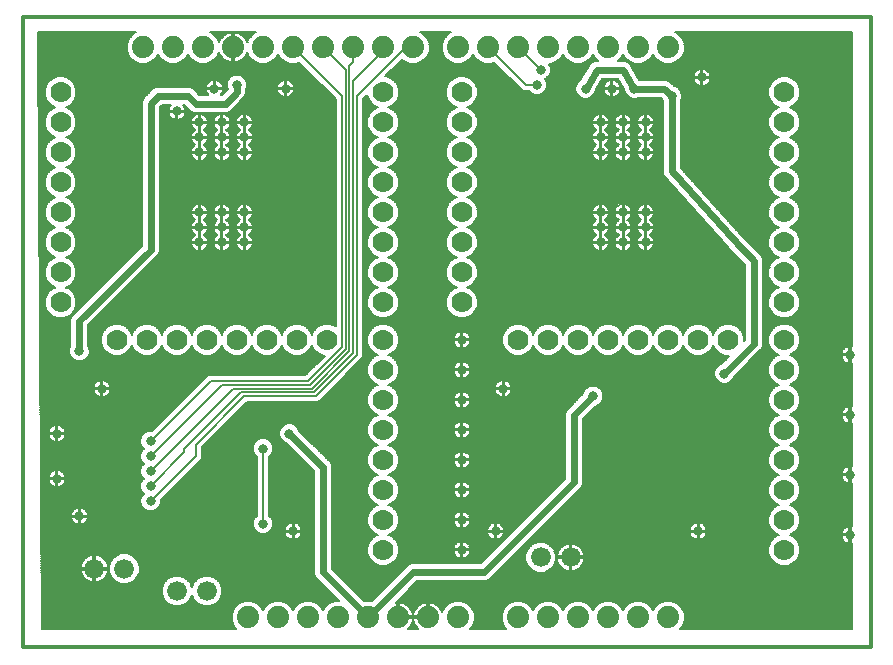
<source format=gbl>
G75*
%MOIN*%
%OFA0B0*%
%FSLAX24Y24*%
%IPPOS*%
%LPD*%
%AMOC8*
5,1,8,0,0,1.08239X$1,22.5*
%
%ADD10C,0.0120*%
%ADD11C,0.0660*%
%ADD12C,0.0700*%
%ADD13C,0.0740*%
%ADD14C,0.0317*%
%ADD15C,0.0240*%
%ADD16C,0.0060*%
D10*
X006252Y000160D02*
X006252Y021160D01*
X034502Y021160D01*
X034502Y000160D01*
X006252Y000160D01*
D11*
X008627Y002785D03*
X009627Y002785D03*
X011377Y002035D03*
X012377Y002035D03*
X023502Y003160D03*
X024502Y003160D03*
D12*
X018252Y003410D03*
X018252Y004410D03*
X018252Y005410D03*
X018252Y006410D03*
X018252Y007410D03*
X018252Y008410D03*
X018252Y009410D03*
X018252Y010410D03*
X018252Y011660D03*
X018252Y012660D03*
X018252Y013660D03*
X018252Y014660D03*
X018252Y015660D03*
X018252Y016660D03*
X018252Y017660D03*
X018252Y018660D03*
X020877Y018660D03*
X020877Y017660D03*
X020877Y016660D03*
X020877Y015660D03*
X020877Y014660D03*
X020877Y013660D03*
X020877Y012660D03*
X020877Y011660D03*
X022752Y010410D03*
X023752Y010410D03*
X024752Y010410D03*
X025752Y010410D03*
X026752Y010410D03*
X027752Y010410D03*
X028752Y010410D03*
X029752Y010410D03*
X031627Y010410D03*
X031627Y009410D03*
X031627Y008410D03*
X031627Y007410D03*
X031627Y006410D03*
X031627Y005410D03*
X031627Y004410D03*
X031627Y003410D03*
X031627Y011660D03*
X031627Y012660D03*
X031627Y013660D03*
X031627Y014660D03*
X031627Y015660D03*
X031627Y016660D03*
X031627Y017660D03*
X031627Y018660D03*
X016377Y010410D03*
X015377Y010410D03*
X014377Y010410D03*
X013377Y010410D03*
X012377Y010410D03*
X011377Y010410D03*
X010377Y010410D03*
X009377Y010410D03*
X007502Y011660D03*
X007502Y012660D03*
X007502Y013660D03*
X007502Y014660D03*
X007502Y015660D03*
X007502Y016660D03*
X007502Y017660D03*
X007502Y018660D03*
D13*
X010252Y020160D03*
X011252Y020160D03*
X012252Y020160D03*
X013252Y020160D03*
X014252Y020160D03*
X015252Y020160D03*
X016252Y020160D03*
X017252Y020160D03*
X018252Y020160D03*
X019252Y020160D03*
X020752Y020160D03*
X021752Y020160D03*
X022752Y020160D03*
X023752Y020160D03*
X024752Y020160D03*
X025752Y020160D03*
X026752Y020160D03*
X027752Y020160D03*
X027752Y001160D03*
X026752Y001160D03*
X025752Y001160D03*
X024752Y001160D03*
X023752Y001160D03*
X022752Y001160D03*
X020752Y001160D03*
X019752Y001160D03*
X018752Y001160D03*
X017752Y001160D03*
X016752Y001160D03*
X015752Y001160D03*
X014752Y001160D03*
X013752Y001160D03*
D14*
X015252Y004035D03*
X014252Y004285D03*
X010502Y005035D03*
X010502Y005535D03*
X010502Y006035D03*
X010502Y006535D03*
X010502Y007035D03*
X008877Y008785D03*
X008127Y010035D03*
X007377Y007285D03*
X007377Y005785D03*
X008127Y004535D03*
X014252Y006785D03*
X015127Y007285D03*
X020877Y007410D03*
X020877Y008410D03*
X022252Y008785D03*
X020877Y009410D03*
X020877Y010410D03*
X025252Y008535D03*
X020877Y006410D03*
X020877Y005410D03*
X020877Y004410D03*
X022002Y004035D03*
X020877Y003410D03*
X028752Y004035D03*
X033815Y003910D03*
X033815Y005910D03*
X033815Y007910D03*
X033815Y009910D03*
X029627Y009285D03*
X027002Y013660D03*
X027002Y014160D03*
X027002Y014660D03*
X026252Y014660D03*
X026252Y014160D03*
X026252Y013660D03*
X025502Y013660D03*
X025502Y014160D03*
X025502Y014660D03*
X025502Y016660D03*
X026252Y016660D03*
X027002Y016660D03*
X027002Y017160D03*
X027002Y017660D03*
X026252Y017660D03*
X026252Y017160D03*
X025502Y017160D03*
X025502Y017660D03*
X025877Y018785D03*
X026627Y018785D03*
X027877Y018535D03*
X028877Y019160D03*
X025002Y018785D03*
X023502Y019410D03*
X023377Y018910D03*
X015002Y018785D03*
X013377Y018910D03*
X012627Y018785D03*
X011377Y018035D03*
X012127Y017660D03*
X012127Y017160D03*
X012127Y016660D03*
X012877Y016660D03*
X013627Y016660D03*
X013627Y017160D03*
X013627Y017660D03*
X012877Y017660D03*
X012877Y017160D03*
X012877Y014660D03*
X012877Y014160D03*
X012877Y013660D03*
X013627Y013660D03*
X013627Y014160D03*
X013627Y014660D03*
X012127Y014660D03*
X012127Y014160D03*
X012127Y013660D03*
D15*
X010502Y013410D02*
X010502Y018285D01*
X010752Y018535D01*
X011752Y018535D01*
X012002Y018285D01*
X013002Y018285D01*
X013377Y018660D01*
X013377Y018910D01*
X010502Y013410D02*
X008127Y011035D01*
X008127Y010035D01*
X015127Y007285D02*
X016252Y006160D01*
X016252Y002660D01*
X017752Y001160D01*
X019252Y002660D01*
X021627Y002660D01*
X024627Y005660D01*
X024627Y007910D01*
X025252Y008535D01*
X029627Y009285D02*
X030627Y010285D01*
X030627Y013035D01*
X030002Y013660D01*
X027877Y016035D01*
X027877Y018535D01*
X027627Y018785D01*
X026627Y018785D01*
X026252Y019410D01*
X025377Y019410D01*
X025002Y018785D01*
D16*
X024694Y018646D02*
X023592Y018646D01*
X023569Y018623D02*
X023664Y018718D01*
X023716Y018843D01*
X023716Y018977D01*
X023664Y019102D01*
X023658Y019108D01*
X023694Y019123D01*
X023789Y019218D01*
X023841Y019343D01*
X023841Y019477D01*
X023789Y019602D01*
X023781Y019610D01*
X023862Y019610D01*
X024064Y019694D01*
X024219Y019848D01*
X024252Y019930D01*
X024286Y019848D01*
X024441Y019694D01*
X024643Y019610D01*
X024862Y019610D01*
X025064Y019694D01*
X025219Y019848D01*
X025252Y019930D01*
X025286Y019848D01*
X025425Y019710D01*
X025400Y019710D01*
X025362Y019716D01*
X025340Y019710D01*
X025318Y019710D01*
X025283Y019696D01*
X025247Y019687D01*
X025228Y019673D01*
X025207Y019664D01*
X025181Y019638D01*
X025151Y019616D01*
X025139Y019596D01*
X025123Y019580D01*
X025109Y019545D01*
X024829Y019080D01*
X024811Y019072D01*
X024715Y018977D01*
X024664Y018852D01*
X024664Y018718D01*
X024715Y018593D01*
X024811Y018498D01*
X024935Y018447D01*
X025070Y018447D01*
X025194Y018498D01*
X025289Y018593D01*
X025341Y018718D01*
X025341Y018766D01*
X025547Y019110D01*
X026083Y019110D01*
X026289Y018766D01*
X026289Y018718D01*
X026340Y018593D01*
X026436Y018498D01*
X026560Y018447D01*
X026695Y018447D01*
X026787Y018485D01*
X027503Y018485D01*
X027552Y018436D01*
X027577Y018375D01*
X027577Y016043D01*
X027575Y015992D01*
X027577Y015984D01*
X027577Y015975D01*
X027597Y015928D01*
X027614Y015879D01*
X027620Y015873D01*
X027623Y015865D01*
X027659Y015829D01*
X029745Y013498D01*
X029748Y013490D01*
X029784Y013454D01*
X029819Y013415D01*
X029826Y013412D01*
X030327Y012911D01*
X030327Y010409D01*
X030282Y010364D01*
X030282Y010515D01*
X030202Y010710D01*
X030053Y010859D01*
X029858Y010940D01*
X029647Y010940D01*
X029452Y010859D01*
X029303Y010710D01*
X029252Y010588D01*
X029202Y010710D01*
X029053Y010859D01*
X028858Y010940D01*
X028647Y010940D01*
X028452Y010859D01*
X028303Y010710D01*
X028252Y010588D01*
X028202Y010710D01*
X028053Y010859D01*
X027858Y010940D01*
X027647Y010940D01*
X027452Y010859D01*
X027303Y010710D01*
X027252Y010588D01*
X027202Y010710D01*
X027053Y010859D01*
X026858Y010940D01*
X026647Y010940D01*
X026452Y010859D01*
X026303Y010710D01*
X026252Y010588D01*
X026202Y010710D01*
X026053Y010859D01*
X025858Y010940D01*
X025647Y010940D01*
X025452Y010859D01*
X025303Y010710D01*
X025252Y010588D01*
X025202Y010710D01*
X025053Y010859D01*
X024858Y010940D01*
X024647Y010940D01*
X024452Y010859D01*
X024303Y010710D01*
X024252Y010588D01*
X024202Y010710D01*
X024053Y010859D01*
X023858Y010940D01*
X023647Y010940D01*
X023452Y010859D01*
X023303Y010710D01*
X023252Y010588D01*
X023202Y010710D01*
X023053Y010859D01*
X022858Y010940D01*
X022647Y010940D01*
X022452Y010859D01*
X022303Y010710D01*
X022222Y010515D01*
X022222Y010305D01*
X022303Y010110D01*
X022452Y009961D01*
X022647Y009880D01*
X022858Y009880D01*
X023053Y009961D01*
X023202Y010110D01*
X023252Y010232D01*
X023303Y010110D01*
X023452Y009961D01*
X023647Y009880D01*
X023858Y009880D01*
X024053Y009961D01*
X024202Y010110D01*
X024252Y010232D01*
X024303Y010110D01*
X024452Y009961D01*
X024647Y009880D01*
X024858Y009880D01*
X025053Y009961D01*
X025202Y010110D01*
X025252Y010232D01*
X025303Y010110D01*
X025452Y009961D01*
X025647Y009880D01*
X025858Y009880D01*
X026053Y009961D01*
X026202Y010110D01*
X026252Y010232D01*
X026303Y010110D01*
X026452Y009961D01*
X026647Y009880D01*
X026858Y009880D01*
X027053Y009961D01*
X027202Y010110D01*
X027252Y010232D01*
X027303Y010110D01*
X027452Y009961D01*
X027647Y009880D01*
X027858Y009880D01*
X028053Y009961D01*
X028202Y010110D01*
X028252Y010232D01*
X028303Y010110D01*
X028452Y009961D01*
X028647Y009880D01*
X028858Y009880D01*
X029053Y009961D01*
X029202Y010110D01*
X029252Y010232D01*
X029303Y010110D01*
X029452Y009961D01*
X029647Y009880D01*
X029798Y009880D01*
X029528Y009610D01*
X029436Y009572D01*
X029340Y009477D01*
X029289Y009352D01*
X029289Y009218D01*
X029340Y009093D01*
X029436Y008998D01*
X029560Y008947D01*
X029695Y008947D01*
X029819Y008998D01*
X029914Y009093D01*
X029953Y009186D01*
X030797Y010031D01*
X030797Y010031D01*
X030882Y010115D01*
X030927Y010225D01*
X030927Y013095D01*
X030882Y013205D01*
X030220Y013866D01*
X028177Y016150D01*
X028177Y018375D01*
X028216Y018468D01*
X028216Y018602D01*
X028164Y018727D01*
X028069Y018822D01*
X027976Y018860D01*
X027797Y019039D01*
X027687Y019085D01*
X026797Y019085D01*
X026521Y019545D01*
X026507Y019580D01*
X026491Y019596D01*
X026479Y019616D01*
X026449Y019638D01*
X026422Y019664D01*
X026401Y019673D01*
X026383Y019687D01*
X026347Y019696D01*
X026312Y019710D01*
X026289Y019710D01*
X026267Y019716D01*
X026230Y019710D01*
X026080Y019710D01*
X026219Y019848D01*
X026252Y019930D01*
X026286Y019848D01*
X026441Y019694D01*
X026643Y019610D01*
X026862Y019610D01*
X027064Y019694D01*
X027219Y019848D01*
X027252Y019930D01*
X027286Y019848D01*
X027441Y019694D01*
X027643Y019610D01*
X027862Y019610D01*
X028064Y019694D01*
X028219Y019848D01*
X028302Y020051D01*
X028302Y020269D01*
X028219Y020472D01*
X028064Y020626D01*
X027982Y020660D01*
X033877Y020660D01*
X033877Y010192D01*
X033843Y010198D01*
X033834Y010198D01*
X033834Y009929D01*
X033796Y009929D01*
X033796Y010198D01*
X033786Y010198D01*
X033731Y010187D01*
X033678Y010166D01*
X033631Y010134D01*
X033591Y010094D01*
X033559Y010047D01*
X033538Y009994D01*
X033526Y009938D01*
X033526Y009929D01*
X033796Y009929D01*
X033796Y009891D01*
X033834Y009891D01*
X033834Y009622D01*
X033843Y009622D01*
X033877Y009628D01*
X033877Y008192D01*
X033843Y008198D01*
X033834Y008198D01*
X033834Y007929D01*
X033796Y007929D01*
X033796Y008198D01*
X033786Y008198D01*
X033731Y008187D01*
X033678Y008166D01*
X033631Y008134D01*
X033591Y008094D01*
X033559Y008047D01*
X033538Y007994D01*
X033526Y007938D01*
X033526Y007929D01*
X033796Y007929D01*
X033796Y007891D01*
X033834Y007891D01*
X033834Y007622D01*
X033843Y007622D01*
X033877Y007628D01*
X033877Y006192D01*
X033843Y006198D01*
X033834Y006198D01*
X033834Y005929D01*
X033796Y005929D01*
X033796Y006198D01*
X033786Y006198D01*
X033731Y006187D01*
X033678Y006166D01*
X033631Y006134D01*
X033591Y006094D01*
X033559Y006047D01*
X033538Y005994D01*
X033526Y005938D01*
X033526Y005929D01*
X033796Y005929D01*
X033796Y005891D01*
X033834Y005891D01*
X033834Y005622D01*
X033843Y005622D01*
X033877Y005628D01*
X033877Y004192D01*
X033843Y004198D01*
X033834Y004198D01*
X033834Y003929D01*
X033796Y003929D01*
X033796Y004198D01*
X033786Y004198D01*
X033731Y004187D01*
X033678Y004166D01*
X033631Y004134D01*
X033591Y004094D01*
X033559Y004047D01*
X033538Y003994D01*
X033526Y003938D01*
X033526Y003929D01*
X033796Y003929D01*
X033796Y003891D01*
X033834Y003891D01*
X033834Y003622D01*
X033843Y003622D01*
X033877Y003628D01*
X033877Y000785D01*
X028155Y000785D01*
X028219Y000848D01*
X028302Y001051D01*
X028302Y001269D01*
X028219Y001472D01*
X028064Y001626D01*
X027862Y001710D01*
X027643Y001710D01*
X027441Y001626D01*
X027286Y001472D01*
X027252Y001390D01*
X027219Y001472D01*
X027064Y001626D01*
X026862Y001710D01*
X026643Y001710D01*
X026441Y001626D01*
X026286Y001472D01*
X026252Y001390D01*
X026219Y001472D01*
X026064Y001626D01*
X025862Y001710D01*
X025643Y001710D01*
X025441Y001626D01*
X025286Y001472D01*
X025252Y001390D01*
X025219Y001472D01*
X025064Y001626D01*
X024862Y001710D01*
X024643Y001710D01*
X024441Y001626D01*
X024286Y001472D01*
X024252Y001390D01*
X024219Y001472D01*
X024064Y001626D01*
X023862Y001710D01*
X023643Y001710D01*
X023441Y001626D01*
X023286Y001472D01*
X023252Y001390D01*
X023219Y001472D01*
X023064Y001626D01*
X022862Y001710D01*
X022643Y001710D01*
X022441Y001626D01*
X022286Y001472D01*
X022202Y001269D01*
X022202Y001051D01*
X022286Y000848D01*
X022350Y000785D01*
X021155Y000785D01*
X021219Y000848D01*
X021302Y001051D01*
X021302Y001269D01*
X021219Y001472D01*
X021064Y001626D01*
X020862Y001710D01*
X020643Y001710D01*
X020441Y001626D01*
X020286Y001472D01*
X020225Y001324D01*
X020216Y001352D01*
X020180Y001422D01*
X020134Y001486D01*
X020078Y001541D01*
X020014Y001588D01*
X019944Y001623D01*
X019869Y001648D01*
X019792Y001660D01*
X019782Y001660D01*
X019782Y001190D01*
X019722Y001190D01*
X019722Y001130D01*
X019252Y001130D01*
X018782Y001130D01*
X018782Y001190D01*
X018722Y001190D01*
X018722Y001660D01*
X018713Y001660D01*
X018670Y001653D01*
X019377Y002360D01*
X021687Y002360D01*
X021797Y002406D01*
X021882Y002490D01*
X024797Y005406D01*
X024882Y005490D01*
X024927Y005600D01*
X024927Y007786D01*
X025351Y008210D01*
X025444Y008248D01*
X025539Y008343D01*
X025591Y008468D01*
X025591Y008602D01*
X025539Y008727D01*
X025444Y008822D01*
X025320Y008873D01*
X025185Y008873D01*
X025061Y008822D01*
X024965Y008727D01*
X024927Y008634D01*
X024373Y008080D01*
X024327Y007970D01*
X024327Y005784D01*
X021503Y002960D01*
X019193Y002960D01*
X019082Y002914D01*
X017873Y001705D01*
X017862Y001710D01*
X017643Y001710D01*
X017631Y001705D01*
X016552Y002784D01*
X016552Y006220D01*
X016507Y006330D01*
X015453Y007384D01*
X015414Y007477D01*
X015319Y007572D01*
X015195Y007623D01*
X015060Y007623D01*
X014936Y007572D01*
X014840Y007477D01*
X014789Y007352D01*
X014789Y007218D01*
X014840Y007093D01*
X014936Y006998D01*
X015028Y006960D01*
X015952Y006036D01*
X015952Y002600D01*
X015998Y002490D01*
X016082Y002406D01*
X016778Y001710D01*
X016643Y001710D01*
X016441Y001626D01*
X016286Y001472D01*
X016252Y001390D01*
X016219Y001472D01*
X016064Y001626D01*
X015862Y001710D01*
X015643Y001710D01*
X015441Y001626D01*
X015286Y001472D01*
X015252Y001390D01*
X015219Y001472D01*
X015064Y001626D01*
X014862Y001710D01*
X014643Y001710D01*
X014441Y001626D01*
X014286Y001472D01*
X014252Y001390D01*
X014219Y001472D01*
X014064Y001626D01*
X013862Y001710D01*
X013643Y001710D01*
X013441Y001626D01*
X013286Y001472D01*
X013202Y001269D01*
X013202Y001051D01*
X013286Y000848D01*
X013350Y000785D01*
X006877Y000785D01*
X006752Y020660D01*
X010022Y020660D01*
X009941Y020626D01*
X009786Y020472D01*
X009702Y020269D01*
X009702Y020051D01*
X009786Y019848D01*
X009941Y019694D01*
X010143Y019610D01*
X010362Y019610D01*
X010564Y019694D01*
X010719Y019848D01*
X010752Y019930D01*
X010786Y019848D01*
X010941Y019694D01*
X011143Y019610D01*
X011362Y019610D01*
X011564Y019694D01*
X011719Y019848D01*
X011752Y019930D01*
X011786Y019848D01*
X011941Y019694D01*
X012143Y019610D01*
X012362Y019610D01*
X012564Y019694D01*
X012719Y019848D01*
X012780Y019996D01*
X012789Y019968D01*
X012825Y019898D01*
X012871Y019834D01*
X012927Y019779D01*
X012990Y019732D01*
X013060Y019697D01*
X013135Y019672D01*
X013213Y019660D01*
X013222Y019660D01*
X013222Y020130D01*
X013282Y020130D01*
X013282Y019660D01*
X013292Y019660D01*
X013369Y019672D01*
X013444Y019697D01*
X013514Y019732D01*
X013578Y019779D01*
X013634Y019834D01*
X013680Y019898D01*
X013716Y019968D01*
X013725Y019996D01*
X013786Y019848D01*
X013941Y019694D01*
X014143Y019610D01*
X014362Y019610D01*
X014564Y019694D01*
X014719Y019848D01*
X014752Y019930D01*
X014786Y019848D01*
X014941Y019694D01*
X015143Y019610D01*
X015362Y019610D01*
X015463Y019652D01*
X016667Y018448D01*
X016667Y010864D01*
X016483Y010940D01*
X016272Y010940D01*
X016077Y010859D01*
X015928Y010710D01*
X015877Y010588D01*
X015827Y010710D01*
X015678Y010859D01*
X015483Y010940D01*
X015272Y010940D01*
X015077Y010859D01*
X014928Y010710D01*
X014877Y010588D01*
X014827Y010710D01*
X014678Y010859D01*
X014483Y010940D01*
X014272Y010940D01*
X014077Y010859D01*
X013928Y010710D01*
X013877Y010588D01*
X013827Y010710D01*
X013678Y010859D01*
X013483Y010940D01*
X013272Y010940D01*
X013077Y010859D01*
X012928Y010710D01*
X012877Y010588D01*
X012827Y010710D01*
X012678Y010859D01*
X012483Y010940D01*
X012272Y010940D01*
X012077Y010859D01*
X011928Y010710D01*
X011877Y010588D01*
X011827Y010710D01*
X011678Y010859D01*
X011483Y010940D01*
X011272Y010940D01*
X011077Y010859D01*
X010928Y010710D01*
X010877Y010588D01*
X010827Y010710D01*
X010678Y010859D01*
X010483Y010940D01*
X010272Y010940D01*
X010077Y010859D01*
X009928Y010710D01*
X009877Y010588D01*
X009827Y010710D01*
X009678Y010859D01*
X009483Y010940D01*
X009272Y010940D01*
X009077Y010859D01*
X008928Y010710D01*
X008847Y010515D01*
X008847Y010305D01*
X008928Y010110D01*
X009077Y009961D01*
X009272Y009880D01*
X009483Y009880D01*
X009678Y009961D01*
X009827Y010110D01*
X009877Y010232D01*
X009928Y010110D01*
X010077Y009961D01*
X010272Y009880D01*
X010483Y009880D01*
X010678Y009961D01*
X010827Y010110D01*
X010877Y010232D01*
X010928Y010110D01*
X011077Y009961D01*
X011272Y009880D01*
X011483Y009880D01*
X011678Y009961D01*
X011827Y010110D01*
X011877Y010232D01*
X011928Y010110D01*
X012077Y009961D01*
X012272Y009880D01*
X012483Y009880D01*
X012678Y009961D01*
X012827Y010110D01*
X012877Y010232D01*
X012928Y010110D01*
X013077Y009961D01*
X013272Y009880D01*
X013483Y009880D01*
X013678Y009961D01*
X013827Y010110D01*
X013877Y010232D01*
X013928Y010110D01*
X014077Y009961D01*
X014272Y009880D01*
X014483Y009880D01*
X014678Y009961D01*
X014827Y010110D01*
X014877Y010232D01*
X014928Y010110D01*
X015077Y009961D01*
X015272Y009880D01*
X015483Y009880D01*
X015678Y009961D01*
X015827Y010110D01*
X015877Y010232D01*
X015928Y010110D01*
X016077Y009961D01*
X016272Y009880D01*
X016300Y009880D01*
X015665Y009245D01*
X012415Y009245D01*
X010544Y007373D01*
X010435Y007373D01*
X010311Y007322D01*
X010215Y007227D01*
X010164Y007102D01*
X010164Y006968D01*
X010215Y006843D01*
X010274Y006785D01*
X010215Y006727D01*
X010164Y006602D01*
X010164Y006468D01*
X010215Y006343D01*
X010274Y006285D01*
X010215Y006227D01*
X010164Y006102D01*
X010164Y005968D01*
X010215Y005843D01*
X010274Y005785D01*
X010215Y005727D01*
X010164Y005602D01*
X010164Y005468D01*
X010215Y005343D01*
X010274Y005285D01*
X010215Y005227D01*
X010164Y005102D01*
X010164Y004968D01*
X010215Y004843D01*
X010311Y004748D01*
X010435Y004697D01*
X010570Y004697D01*
X010694Y004748D01*
X010789Y004843D01*
X010841Y004968D01*
X010841Y005076D01*
X012212Y006448D01*
X012212Y006823D01*
X013714Y008325D01*
X016089Y008325D01*
X016212Y008448D01*
X017587Y009823D01*
X017587Y018448D01*
X017722Y018583D01*
X017722Y018555D01*
X017803Y018360D01*
X017952Y018211D01*
X018075Y018160D01*
X017952Y018109D01*
X017803Y017960D01*
X017722Y017765D01*
X017722Y017555D01*
X017803Y017360D01*
X017952Y017211D01*
X018075Y017160D01*
X017952Y017109D01*
X017803Y016960D01*
X017722Y016765D01*
X017722Y016555D01*
X017803Y016360D01*
X017952Y016211D01*
X018075Y016160D01*
X017952Y016109D01*
X017803Y015960D01*
X017722Y015765D01*
X017722Y015555D01*
X017803Y015360D01*
X017952Y015211D01*
X018075Y015160D01*
X017952Y015109D01*
X017803Y014960D01*
X017722Y014765D01*
X017722Y014555D01*
X017803Y014360D01*
X017952Y014211D01*
X018075Y014160D01*
X017952Y014109D01*
X017803Y013960D01*
X017722Y013765D01*
X017722Y013555D01*
X017803Y013360D01*
X017952Y013211D01*
X018075Y013160D01*
X017952Y013109D01*
X017803Y012960D01*
X017722Y012765D01*
X017722Y012555D01*
X017803Y012360D01*
X017952Y012211D01*
X017587Y012211D01*
X017587Y012153D02*
X018057Y012153D01*
X018075Y012160D02*
X017952Y012109D01*
X017803Y011960D01*
X017722Y011765D01*
X017722Y011555D01*
X017803Y011360D01*
X017952Y011211D01*
X018147Y011130D01*
X018358Y011130D01*
X018553Y011211D01*
X018702Y011360D01*
X018782Y011555D01*
X018782Y011765D01*
X018702Y011960D01*
X018553Y012109D01*
X018430Y012160D01*
X018553Y012211D01*
X020577Y012211D01*
X020700Y012160D01*
X020577Y012109D01*
X020428Y011960D01*
X020347Y011765D01*
X020347Y011555D01*
X020428Y011360D01*
X020577Y011211D01*
X020772Y011130D01*
X020983Y011130D01*
X021178Y011211D01*
X021327Y011360D01*
X021407Y011555D01*
X021407Y011765D01*
X021327Y011960D01*
X021178Y012109D01*
X021055Y012160D01*
X021178Y012211D01*
X030327Y012211D01*
X030327Y012153D02*
X021073Y012153D01*
X021178Y012211D02*
X021327Y012360D01*
X021407Y012555D01*
X021407Y012765D01*
X021327Y012960D01*
X021178Y013109D01*
X021055Y013160D01*
X021178Y013211D01*
X021327Y013360D01*
X021407Y013555D01*
X021407Y013765D01*
X021327Y013960D01*
X021178Y014109D01*
X021055Y014160D01*
X021178Y014211D01*
X021327Y014360D01*
X021407Y014555D01*
X021407Y014765D01*
X021327Y014960D01*
X021178Y015109D01*
X021055Y015160D01*
X021178Y015211D01*
X021327Y015360D01*
X021407Y015555D01*
X021407Y015765D01*
X021327Y015960D01*
X021178Y016109D01*
X021055Y016160D01*
X021178Y016211D01*
X021327Y016360D01*
X021407Y016555D01*
X021407Y016765D01*
X021327Y016960D01*
X021178Y017109D01*
X021055Y017160D01*
X021178Y017211D01*
X021327Y017360D01*
X021407Y017555D01*
X021407Y017765D01*
X021327Y017960D01*
X021178Y018109D01*
X021055Y018160D01*
X021178Y018211D01*
X021327Y018360D01*
X021407Y018555D01*
X021407Y018765D01*
X021327Y018960D01*
X021178Y019109D01*
X020983Y019190D01*
X020772Y019190D01*
X020577Y019109D01*
X020428Y018960D01*
X020347Y018765D01*
X020347Y018555D01*
X020428Y018360D01*
X020577Y018211D01*
X020700Y018160D01*
X020577Y018109D01*
X020428Y017960D01*
X020347Y017765D01*
X020347Y017555D01*
X020428Y017360D01*
X020577Y017211D01*
X020700Y017160D01*
X020577Y017109D01*
X020428Y016960D01*
X020347Y016765D01*
X020347Y016555D01*
X020428Y016360D01*
X020577Y016211D01*
X020700Y016160D01*
X020577Y016109D01*
X020428Y015960D01*
X020347Y015765D01*
X020347Y015555D01*
X020428Y015360D01*
X020577Y015211D01*
X020700Y015160D01*
X020577Y015109D01*
X020428Y014960D01*
X020347Y014765D01*
X020347Y014555D01*
X020428Y014360D01*
X020577Y014211D01*
X020700Y014160D01*
X020577Y014109D01*
X020428Y013960D01*
X020347Y013765D01*
X020347Y013555D01*
X020428Y013360D01*
X020577Y013211D01*
X020700Y013160D01*
X020577Y013109D01*
X020428Y012960D01*
X020347Y012765D01*
X020347Y012555D01*
X020428Y012360D01*
X020577Y012211D01*
X020518Y012270D02*
X018611Y012270D01*
X018670Y012328D02*
X020460Y012328D01*
X020417Y012387D02*
X018713Y012387D01*
X018702Y012360D02*
X018782Y012555D01*
X018782Y012765D01*
X018702Y012960D01*
X018553Y013109D01*
X018430Y013160D01*
X018553Y013211D01*
X018702Y013360D01*
X018782Y013555D01*
X018782Y013765D01*
X018702Y013960D01*
X018553Y014109D01*
X018430Y014160D01*
X018553Y014211D01*
X018702Y014360D01*
X018782Y014555D01*
X018782Y014765D01*
X018702Y014960D01*
X018553Y015109D01*
X018430Y015160D01*
X018553Y015211D01*
X018702Y015360D01*
X018782Y015555D01*
X018782Y015765D01*
X018702Y015960D01*
X018553Y016109D01*
X018430Y016160D01*
X018553Y016211D01*
X018702Y016360D01*
X018782Y016555D01*
X018782Y016765D01*
X018702Y016960D01*
X018553Y017109D01*
X018430Y017160D01*
X018553Y017211D01*
X018702Y017360D01*
X018782Y017555D01*
X018782Y017765D01*
X018702Y017960D01*
X018553Y018109D01*
X018430Y018160D01*
X018553Y018211D01*
X018702Y018360D01*
X018782Y018555D01*
X018782Y018765D01*
X018702Y018960D01*
X018553Y019109D01*
X018358Y019190D01*
X018329Y019190D01*
X018887Y019748D01*
X018941Y019694D01*
X019143Y019610D01*
X019362Y019610D01*
X019564Y019694D01*
X019719Y019848D01*
X019802Y020051D01*
X019802Y020269D01*
X019719Y020472D01*
X019564Y020626D01*
X019482Y020660D01*
X020522Y020660D01*
X020441Y020626D01*
X020286Y020472D01*
X020202Y020269D01*
X020202Y020051D01*
X020286Y019848D01*
X020441Y019694D01*
X020643Y019610D01*
X020862Y019610D01*
X021064Y019694D01*
X021219Y019848D01*
X021252Y019930D01*
X021286Y019848D01*
X021441Y019694D01*
X021643Y019610D01*
X021862Y019610D01*
X021963Y019652D01*
X022792Y018823D01*
X022915Y018700D01*
X023109Y018700D01*
X023186Y018623D01*
X023310Y018572D01*
X023445Y018572D01*
X023569Y018623D01*
X023483Y018588D02*
X024721Y018588D01*
X024780Y018529D02*
X021397Y018529D01*
X021407Y018588D02*
X023271Y018588D01*
X023163Y018646D02*
X021407Y018646D01*
X021407Y018705D02*
X022911Y018705D01*
X022852Y018763D02*
X021407Y018763D01*
X021384Y018822D02*
X022794Y018822D01*
X022735Y018880D02*
X021360Y018880D01*
X021336Y018939D02*
X022677Y018939D01*
X022618Y018997D02*
X021290Y018997D01*
X021231Y019056D02*
X022560Y019056D01*
X022501Y019114D02*
X021166Y019114D01*
X021025Y019173D02*
X022443Y019173D01*
X022384Y019231D02*
X018370Y019231D01*
X018400Y019173D02*
X020730Y019173D01*
X020589Y019114D02*
X018541Y019114D01*
X018606Y019056D02*
X020523Y019056D01*
X020465Y018997D02*
X018665Y018997D01*
X018711Y018939D02*
X020419Y018939D01*
X020395Y018880D02*
X018735Y018880D01*
X018759Y018822D02*
X020371Y018822D01*
X020347Y018763D02*
X018782Y018763D01*
X018782Y018705D02*
X020347Y018705D01*
X020347Y018646D02*
X018782Y018646D01*
X018782Y018588D02*
X020347Y018588D01*
X020358Y018529D02*
X018772Y018529D01*
X018748Y018471D02*
X020382Y018471D01*
X020406Y018412D02*
X018723Y018412D01*
X018695Y018354D02*
X020434Y018354D01*
X020493Y018295D02*
X018637Y018295D01*
X018578Y018237D02*
X020551Y018237D01*
X020656Y018178D02*
X018474Y018178D01*
X018528Y018120D02*
X020602Y018120D01*
X020529Y018061D02*
X018601Y018061D01*
X018659Y018003D02*
X020470Y018003D01*
X020421Y017944D02*
X018708Y017944D01*
X018733Y017886D02*
X020397Y017886D01*
X020373Y017827D02*
X018757Y017827D01*
X018781Y017769D02*
X020349Y017769D01*
X020347Y017710D02*
X018782Y017710D01*
X018782Y017652D02*
X020347Y017652D01*
X020347Y017593D02*
X018782Y017593D01*
X018774Y017535D02*
X020356Y017535D01*
X020380Y017476D02*
X018750Y017476D01*
X018726Y017418D02*
X020404Y017418D01*
X020429Y017359D02*
X018701Y017359D01*
X018642Y017301D02*
X020487Y017301D01*
X020546Y017242D02*
X018584Y017242D01*
X018487Y017184D02*
X020643Y017184D01*
X020615Y017125D02*
X018515Y017125D01*
X018595Y017067D02*
X020534Y017067D01*
X020476Y017008D02*
X018654Y017008D01*
X018706Y016950D02*
X020424Y016950D01*
X020399Y016891D02*
X018730Y016891D01*
X018755Y016833D02*
X020375Y016833D01*
X020351Y016774D02*
X018779Y016774D01*
X018782Y016716D02*
X020347Y016716D01*
X020347Y016657D02*
X018782Y016657D01*
X018782Y016599D02*
X020347Y016599D01*
X020353Y016540D02*
X018776Y016540D01*
X018752Y016482D02*
X020378Y016482D01*
X020402Y016423D02*
X018728Y016423D01*
X018704Y016365D02*
X020426Y016365D01*
X020482Y016306D02*
X018648Y016306D01*
X018589Y016248D02*
X020540Y016248D01*
X020629Y016189D02*
X018500Y016189D01*
X018501Y016131D02*
X020628Y016131D01*
X020540Y016072D02*
X018590Y016072D01*
X018648Y016014D02*
X020481Y016014D01*
X020426Y015955D02*
X018704Y015955D01*
X018728Y015897D02*
X020402Y015897D01*
X020377Y015838D02*
X018752Y015838D01*
X018777Y015780D02*
X020353Y015780D01*
X020347Y015721D02*
X018782Y015721D01*
X018782Y015663D02*
X020347Y015663D01*
X020347Y015604D02*
X018782Y015604D01*
X018779Y015546D02*
X020351Y015546D01*
X020375Y015487D02*
X018754Y015487D01*
X018730Y015429D02*
X020400Y015429D01*
X020424Y015370D02*
X018706Y015370D01*
X018653Y015312D02*
X020476Y015312D01*
X020535Y015253D02*
X018595Y015253D01*
X018514Y015195D02*
X020616Y015195D01*
X020642Y015136D02*
X018488Y015136D01*
X018584Y015078D02*
X020545Y015078D01*
X020487Y015019D02*
X018643Y015019D01*
X018701Y014961D02*
X020428Y014961D01*
X020404Y014902D02*
X018726Y014902D01*
X018750Y014844D02*
X020380Y014844D01*
X020355Y014785D02*
X018774Y014785D01*
X018782Y014727D02*
X020347Y014727D01*
X020347Y014668D02*
X018782Y014668D01*
X018782Y014610D02*
X020347Y014610D01*
X020349Y014551D02*
X018781Y014551D01*
X018757Y014493D02*
X020373Y014493D01*
X020397Y014434D02*
X018732Y014434D01*
X018708Y014376D02*
X020422Y014376D01*
X020471Y014317D02*
X018659Y014317D01*
X018600Y014259D02*
X020529Y014259D01*
X020603Y014200D02*
X018527Y014200D01*
X018475Y014142D02*
X020655Y014142D01*
X020551Y014083D02*
X018579Y014083D01*
X018637Y014025D02*
X020492Y014025D01*
X020434Y013966D02*
X018696Y013966D01*
X018723Y013908D02*
X020406Y013908D01*
X020382Y013849D02*
X018748Y013849D01*
X018772Y013791D02*
X020358Y013791D01*
X020347Y013732D02*
X018782Y013732D01*
X018782Y013674D02*
X020347Y013674D01*
X020347Y013615D02*
X018782Y013615D01*
X018782Y013557D02*
X020347Y013557D01*
X020371Y013498D02*
X018759Y013498D01*
X018735Y013440D02*
X020395Y013440D01*
X020419Y013381D02*
X018710Y013381D01*
X018664Y013323D02*
X020465Y013323D01*
X020524Y013264D02*
X018606Y013264D01*
X018540Y013206D02*
X020590Y013206D01*
X020668Y013147D02*
X018461Y013147D01*
X018573Y013089D02*
X020556Y013089D01*
X020498Y013030D02*
X018632Y013030D01*
X018690Y012972D02*
X020439Y012972D01*
X020409Y012913D02*
X018721Y012913D01*
X018745Y012855D02*
X020384Y012855D01*
X020360Y012796D02*
X018770Y012796D01*
X018782Y012738D02*
X020347Y012738D01*
X020347Y012679D02*
X018782Y012679D01*
X018782Y012621D02*
X020347Y012621D01*
X020347Y012562D02*
X018782Y012562D01*
X018761Y012504D02*
X020368Y012504D01*
X020393Y012445D02*
X018737Y012445D01*
X018702Y012360D02*
X018553Y012211D01*
X018568Y012094D02*
X020562Y012094D01*
X020503Y012036D02*
X018626Y012036D01*
X018685Y011977D02*
X020445Y011977D01*
X020411Y011919D02*
X018719Y011919D01*
X018743Y011860D02*
X020387Y011860D01*
X020362Y011802D02*
X018767Y011802D01*
X018782Y011743D02*
X020347Y011743D01*
X020347Y011685D02*
X018782Y011685D01*
X018782Y011626D02*
X020347Y011626D01*
X020347Y011568D02*
X018782Y011568D01*
X018764Y011509D02*
X020366Y011509D01*
X020390Y011451D02*
X018739Y011451D01*
X018715Y011392D02*
X020415Y011392D01*
X020454Y011334D02*
X018675Y011334D01*
X018617Y011275D02*
X020513Y011275D01*
X020571Y011217D02*
X018558Y011217D01*
X018425Y011158D02*
X020704Y011158D01*
X021050Y011158D02*
X030327Y011158D01*
X030327Y011100D02*
X017587Y011100D01*
X017587Y011158D02*
X018079Y011158D01*
X017946Y011217D02*
X017587Y011217D01*
X017587Y011275D02*
X017888Y011275D01*
X017829Y011334D02*
X017587Y011334D01*
X017587Y011392D02*
X017790Y011392D01*
X017765Y011451D02*
X017587Y011451D01*
X017587Y011509D02*
X017741Y011509D01*
X017722Y011568D02*
X017587Y011568D01*
X017587Y011626D02*
X017722Y011626D01*
X017722Y011685D02*
X017587Y011685D01*
X017587Y011743D02*
X017722Y011743D01*
X017737Y011802D02*
X017587Y011802D01*
X017587Y011860D02*
X017762Y011860D01*
X017786Y011919D02*
X017587Y011919D01*
X017587Y011977D02*
X017820Y011977D01*
X017878Y012036D02*
X017587Y012036D01*
X017587Y012094D02*
X017937Y012094D01*
X017952Y012211D02*
X018075Y012160D01*
X017893Y012270D02*
X017587Y012270D01*
X017587Y012328D02*
X017835Y012328D01*
X017792Y012387D02*
X017587Y012387D01*
X017587Y012445D02*
X017768Y012445D01*
X017743Y012504D02*
X017587Y012504D01*
X017587Y012562D02*
X017722Y012562D01*
X017722Y012621D02*
X017587Y012621D01*
X017587Y012679D02*
X017722Y012679D01*
X017722Y012738D02*
X017587Y012738D01*
X017587Y012796D02*
X017735Y012796D01*
X017759Y012855D02*
X017587Y012855D01*
X017587Y012913D02*
X017784Y012913D01*
X017814Y012972D02*
X017587Y012972D01*
X017587Y013030D02*
X017873Y013030D01*
X017931Y013089D02*
X017587Y013089D01*
X017587Y013147D02*
X018043Y013147D01*
X017965Y013206D02*
X017587Y013206D01*
X017587Y013264D02*
X017899Y013264D01*
X017840Y013323D02*
X017587Y013323D01*
X017587Y013381D02*
X017794Y013381D01*
X017770Y013440D02*
X017587Y013440D01*
X017587Y013498D02*
X017746Y013498D01*
X017722Y013557D02*
X017587Y013557D01*
X017587Y013615D02*
X017722Y013615D01*
X017722Y013674D02*
X017587Y013674D01*
X017587Y013732D02*
X017722Y013732D01*
X017733Y013791D02*
X017587Y013791D01*
X017587Y013849D02*
X017757Y013849D01*
X017781Y013908D02*
X017587Y013908D01*
X017587Y013966D02*
X017809Y013966D01*
X017867Y014025D02*
X017587Y014025D01*
X017587Y014083D02*
X017926Y014083D01*
X018030Y014142D02*
X017587Y014142D01*
X017587Y014200D02*
X017978Y014200D01*
X017904Y014259D02*
X017587Y014259D01*
X017587Y014317D02*
X017846Y014317D01*
X017797Y014376D02*
X017587Y014376D01*
X017587Y014434D02*
X017772Y014434D01*
X017748Y014493D02*
X017587Y014493D01*
X017587Y014551D02*
X017724Y014551D01*
X017722Y014610D02*
X017587Y014610D01*
X017587Y014668D02*
X017722Y014668D01*
X017722Y014727D02*
X017587Y014727D01*
X017587Y014785D02*
X017730Y014785D01*
X017755Y014844D02*
X017587Y014844D01*
X017587Y014902D02*
X017779Y014902D01*
X017803Y014961D02*
X017587Y014961D01*
X017587Y015019D02*
X017862Y015019D01*
X017920Y015078D02*
X017587Y015078D01*
X017587Y015136D02*
X018017Y015136D01*
X017991Y015195D02*
X017587Y015195D01*
X017587Y015253D02*
X017910Y015253D01*
X017851Y015312D02*
X017587Y015312D01*
X017587Y015370D02*
X017799Y015370D01*
X017775Y015429D02*
X017587Y015429D01*
X017587Y015487D02*
X017750Y015487D01*
X017726Y015546D02*
X017587Y015546D01*
X017587Y015604D02*
X017722Y015604D01*
X017722Y015663D02*
X017587Y015663D01*
X017587Y015721D02*
X017722Y015721D01*
X017728Y015780D02*
X017587Y015780D01*
X017587Y015838D02*
X017752Y015838D01*
X017777Y015897D02*
X017587Y015897D01*
X017587Y015955D02*
X017801Y015955D01*
X017856Y016014D02*
X017587Y016014D01*
X017587Y016072D02*
X017915Y016072D01*
X018003Y016131D02*
X017587Y016131D01*
X017587Y016189D02*
X018004Y016189D01*
X017915Y016248D02*
X017587Y016248D01*
X017587Y016306D02*
X017857Y016306D01*
X017801Y016365D02*
X017587Y016365D01*
X017587Y016423D02*
X017777Y016423D01*
X017753Y016482D02*
X017587Y016482D01*
X017587Y016540D02*
X017728Y016540D01*
X017722Y016599D02*
X017587Y016599D01*
X017587Y016657D02*
X017722Y016657D01*
X017722Y016716D02*
X017587Y016716D01*
X017587Y016774D02*
X017726Y016774D01*
X017750Y016833D02*
X017587Y016833D01*
X017587Y016891D02*
X017774Y016891D01*
X017799Y016950D02*
X017587Y016950D01*
X017587Y017008D02*
X017851Y017008D01*
X017909Y017067D02*
X017587Y017067D01*
X017587Y017125D02*
X017990Y017125D01*
X018018Y017184D02*
X017587Y017184D01*
X017587Y017242D02*
X017921Y017242D01*
X017862Y017301D02*
X017587Y017301D01*
X017587Y017359D02*
X017804Y017359D01*
X017779Y017418D02*
X017587Y017418D01*
X017587Y017476D02*
X017755Y017476D01*
X017731Y017535D02*
X017587Y017535D01*
X017587Y017593D02*
X017722Y017593D01*
X017722Y017652D02*
X017587Y017652D01*
X017587Y017710D02*
X017722Y017710D01*
X017724Y017769D02*
X017587Y017769D01*
X017587Y017827D02*
X017748Y017827D01*
X017772Y017886D02*
X017587Y017886D01*
X017587Y017944D02*
X017796Y017944D01*
X017845Y018003D02*
X017587Y018003D01*
X017587Y018061D02*
X017904Y018061D01*
X017977Y018120D02*
X017587Y018120D01*
X017587Y018178D02*
X018031Y018178D01*
X017926Y018237D02*
X017587Y018237D01*
X017587Y018295D02*
X017868Y018295D01*
X017809Y018354D02*
X017587Y018354D01*
X017587Y018412D02*
X017781Y018412D01*
X017757Y018471D02*
X017610Y018471D01*
X017668Y018529D02*
X017733Y018529D01*
X017377Y018535D02*
X019002Y020160D01*
X019252Y020160D01*
X019754Y019933D02*
X020251Y019933D01*
X020275Y019875D02*
X019729Y019875D01*
X019686Y019816D02*
X020318Y019816D01*
X020377Y019758D02*
X019628Y019758D01*
X019569Y019699D02*
X020435Y019699D01*
X020569Y019641D02*
X019436Y019641D01*
X019069Y019641D02*
X018780Y019641D01*
X018838Y019699D02*
X018935Y019699D01*
X018721Y019582D02*
X022033Y019582D01*
X021975Y019641D02*
X021936Y019641D01*
X022092Y019524D02*
X018663Y019524D01*
X018604Y019465D02*
X022150Y019465D01*
X022209Y019407D02*
X018546Y019407D01*
X018487Y019348D02*
X022267Y019348D01*
X022326Y019290D02*
X018429Y019290D01*
X018252Y020035D02*
X018252Y020160D01*
X018252Y020035D02*
X017252Y019035D01*
X017252Y009973D01*
X015940Y008660D01*
X013502Y008660D01*
X011627Y006785D01*
X011627Y006660D01*
X010502Y005535D01*
X010164Y005542D02*
X007533Y005542D01*
X007514Y005529D02*
X007561Y005561D01*
X007601Y005601D01*
X007633Y005648D01*
X007655Y005701D01*
X007666Y005757D01*
X007666Y005766D01*
X007397Y005766D01*
X007397Y005804D01*
X007666Y005804D01*
X007666Y005813D01*
X007655Y005869D01*
X007633Y005922D01*
X007601Y005969D01*
X007561Y006009D01*
X007514Y006041D01*
X007461Y006062D01*
X007406Y006073D01*
X007397Y006073D01*
X007397Y005804D01*
X007358Y005804D01*
X007358Y005766D01*
X007089Y005766D01*
X007089Y005757D01*
X007100Y005701D01*
X007122Y005648D01*
X007153Y005601D01*
X007194Y005561D01*
X007241Y005529D01*
X007293Y005508D01*
X007349Y005497D01*
X007358Y005497D01*
X007358Y005766D01*
X007397Y005766D01*
X007397Y005497D01*
X007406Y005497D01*
X007461Y005508D01*
X007514Y005529D01*
X007601Y005601D02*
X010164Y005601D01*
X010187Y005659D02*
X007637Y005659D01*
X007658Y005718D02*
X010212Y005718D01*
X010265Y005776D02*
X007397Y005776D01*
X007358Y005776D02*
X006846Y005776D01*
X006846Y005718D02*
X007097Y005718D01*
X007117Y005659D02*
X006847Y005659D01*
X006847Y005601D02*
X007154Y005601D01*
X007222Y005542D02*
X006847Y005542D01*
X006848Y005484D02*
X010164Y005484D01*
X010182Y005425D02*
X006848Y005425D01*
X006849Y005367D02*
X010206Y005367D01*
X010251Y005308D02*
X006849Y005308D01*
X006849Y005250D02*
X010238Y005250D01*
X010201Y005191D02*
X006850Y005191D01*
X006850Y005133D02*
X010176Y005133D01*
X010164Y005074D02*
X006850Y005074D01*
X006851Y005016D02*
X010164Y005016D01*
X010168Y004957D02*
X006851Y004957D01*
X006851Y004899D02*
X010193Y004899D01*
X010219Y004840D02*
X006852Y004840D01*
X006852Y004782D02*
X007977Y004782D01*
X007991Y004791D02*
X007944Y004759D01*
X007903Y004719D01*
X007872Y004672D01*
X007850Y004619D01*
X007839Y004563D01*
X007839Y004554D01*
X008108Y004554D01*
X008108Y004516D01*
X007839Y004516D01*
X007839Y004507D01*
X007850Y004451D01*
X007872Y004398D01*
X007903Y004351D01*
X007944Y004311D01*
X007991Y004279D01*
X008043Y004258D01*
X008099Y004247D01*
X008108Y004247D01*
X008108Y004516D01*
X008147Y004516D01*
X008147Y004554D01*
X008416Y004554D01*
X008416Y004563D01*
X008405Y004619D01*
X008383Y004672D01*
X008351Y004719D01*
X008311Y004759D01*
X008264Y004791D01*
X008211Y004812D01*
X008156Y004823D01*
X008147Y004823D01*
X008147Y004554D01*
X008108Y004554D01*
X008108Y004823D01*
X008099Y004823D01*
X008043Y004812D01*
X007991Y004791D01*
X007907Y004723D02*
X006853Y004723D01*
X006853Y004665D02*
X007869Y004665D01*
X007847Y004606D02*
X006853Y004606D01*
X006854Y004548D02*
X008108Y004548D01*
X008147Y004548D02*
X014036Y004548D01*
X014042Y004554D02*
X013965Y004477D01*
X013914Y004352D01*
X013914Y004218D01*
X013965Y004093D01*
X014061Y003998D01*
X014185Y003947D01*
X014320Y003947D01*
X014444Y003998D01*
X014539Y004093D01*
X014591Y004218D01*
X014591Y004352D01*
X014539Y004477D01*
X014462Y004554D01*
X014462Y006516D01*
X014539Y006593D01*
X014591Y006718D01*
X014591Y006852D01*
X014539Y006977D01*
X014444Y007072D01*
X014320Y007123D01*
X014185Y007123D01*
X014061Y007072D01*
X013965Y006977D01*
X013914Y006852D01*
X013914Y006718D01*
X013965Y006593D01*
X014042Y006516D01*
X014042Y004554D01*
X014042Y004606D02*
X008407Y004606D01*
X008386Y004665D02*
X014042Y004665D01*
X014042Y004723D02*
X010634Y004723D01*
X010727Y004782D02*
X014042Y004782D01*
X014042Y004840D02*
X010786Y004840D01*
X010812Y004899D02*
X014042Y004899D01*
X014042Y004957D02*
X010836Y004957D01*
X010841Y005016D02*
X014042Y005016D01*
X014042Y005074D02*
X010841Y005074D01*
X010897Y005133D02*
X014042Y005133D01*
X014042Y005191D02*
X010955Y005191D01*
X011014Y005250D02*
X014042Y005250D01*
X014042Y005308D02*
X011072Y005308D01*
X011131Y005367D02*
X014042Y005367D01*
X014042Y005425D02*
X011189Y005425D01*
X011248Y005484D02*
X014042Y005484D01*
X014042Y005542D02*
X011306Y005542D01*
X011365Y005601D02*
X014042Y005601D01*
X014042Y005659D02*
X011423Y005659D01*
X011482Y005718D02*
X014042Y005718D01*
X014042Y005776D02*
X011540Y005776D01*
X011599Y005835D02*
X014042Y005835D01*
X014042Y005893D02*
X011657Y005893D01*
X011716Y005952D02*
X014042Y005952D01*
X014042Y006010D02*
X011774Y006010D01*
X011833Y006069D02*
X014042Y006069D01*
X014042Y006127D02*
X011891Y006127D01*
X011950Y006186D02*
X014042Y006186D01*
X014042Y006244D02*
X012008Y006244D01*
X012067Y006303D02*
X014042Y006303D01*
X014042Y006361D02*
X012125Y006361D01*
X012184Y006420D02*
X014042Y006420D01*
X014042Y006478D02*
X012212Y006478D01*
X012212Y006537D02*
X014022Y006537D01*
X013965Y006595D02*
X012212Y006595D01*
X012212Y006654D02*
X013941Y006654D01*
X013916Y006712D02*
X012212Y006712D01*
X012212Y006771D02*
X013914Y006771D01*
X013914Y006829D02*
X012218Y006829D01*
X012277Y006888D02*
X013929Y006888D01*
X013953Y006946D02*
X012335Y006946D01*
X012394Y007005D02*
X013993Y007005D01*
X014052Y007063D02*
X012452Y007063D01*
X012511Y007122D02*
X014180Y007122D01*
X014324Y007122D02*
X014829Y007122D01*
X014805Y007180D02*
X012569Y007180D01*
X012628Y007239D02*
X014789Y007239D01*
X014789Y007297D02*
X012686Y007297D01*
X012745Y007356D02*
X014790Y007356D01*
X014815Y007414D02*
X012803Y007414D01*
X012862Y007473D02*
X014839Y007473D01*
X014895Y007531D02*
X012920Y007531D01*
X012979Y007590D02*
X014978Y007590D01*
X015277Y007590D02*
X017753Y007590D01*
X017777Y007648D02*
X013037Y007648D01*
X013096Y007707D02*
X017802Y007707D01*
X017803Y007710D02*
X017722Y007515D01*
X017722Y007305D01*
X017803Y007110D01*
X017952Y006961D01*
X018075Y006910D01*
X017952Y006859D01*
X017803Y006710D01*
X017722Y006515D01*
X017722Y006305D01*
X017803Y006110D01*
X017952Y005961D01*
X018075Y005910D01*
X017952Y005859D01*
X017803Y005710D01*
X017722Y005515D01*
X017722Y005305D01*
X017803Y005110D01*
X017952Y004961D01*
X018075Y004910D01*
X017952Y004859D01*
X017803Y004710D01*
X017722Y004515D01*
X017722Y004305D01*
X017803Y004110D01*
X017952Y003961D01*
X018075Y003910D01*
X017952Y003859D01*
X017803Y003710D01*
X017722Y003515D01*
X017722Y003305D01*
X017803Y003110D01*
X017952Y002961D01*
X018147Y002880D01*
X018358Y002880D01*
X018553Y002961D01*
X018702Y003110D01*
X018782Y003305D01*
X018782Y003515D01*
X018702Y003710D01*
X018553Y003859D01*
X018430Y003910D01*
X018553Y003961D01*
X018702Y004110D01*
X018782Y004305D01*
X018782Y004515D01*
X018702Y004710D01*
X018553Y004859D01*
X018430Y004910D01*
X018553Y004961D01*
X018702Y005110D01*
X018782Y005305D01*
X018782Y005515D01*
X018702Y005710D01*
X018553Y005859D01*
X018430Y005910D01*
X018553Y005961D01*
X018702Y006110D01*
X018782Y006305D01*
X018782Y006515D01*
X018702Y006710D01*
X018553Y006859D01*
X018430Y006910D01*
X018553Y006961D01*
X018702Y007110D01*
X018782Y007305D01*
X018782Y007515D01*
X018702Y007710D01*
X018553Y007859D01*
X018430Y007910D01*
X018553Y007961D01*
X018702Y008110D01*
X018782Y008305D01*
X018782Y008515D01*
X018702Y008710D01*
X018553Y008859D01*
X018430Y008910D01*
X018553Y008961D01*
X018702Y009110D01*
X018782Y009305D01*
X018782Y009515D01*
X018702Y009710D01*
X018553Y009859D01*
X018430Y009910D01*
X018553Y009961D01*
X018702Y010110D01*
X018782Y010305D01*
X018782Y010515D01*
X018702Y010710D01*
X018553Y010859D01*
X018358Y010940D01*
X018147Y010940D01*
X017952Y010859D01*
X017803Y010710D01*
X017722Y010515D01*
X017722Y010305D01*
X017803Y010110D01*
X017952Y009961D01*
X018075Y009910D01*
X017952Y009859D01*
X017803Y009710D01*
X017722Y009515D01*
X017722Y009305D01*
X017803Y009110D01*
X017952Y008961D01*
X018075Y008910D01*
X017952Y008859D01*
X017803Y008710D01*
X017722Y008515D01*
X017722Y008305D01*
X017803Y008110D01*
X017952Y007961D01*
X018075Y007910D01*
X017952Y007859D01*
X017803Y007710D01*
X017858Y007765D02*
X013154Y007765D01*
X013213Y007824D02*
X017916Y007824D01*
X018007Y007882D02*
X013271Y007882D01*
X013330Y007941D02*
X018001Y007941D01*
X017914Y007999D02*
X013388Y007999D01*
X013447Y008058D02*
X017855Y008058D01*
X017800Y008116D02*
X013505Y008116D01*
X013564Y008175D02*
X017776Y008175D01*
X017752Y008233D02*
X013622Y008233D01*
X013681Y008292D02*
X017728Y008292D01*
X017722Y008350D02*
X016114Y008350D01*
X016173Y008409D02*
X017722Y008409D01*
X017722Y008467D02*
X016231Y008467D01*
X016290Y008526D02*
X017727Y008526D01*
X017751Y008584D02*
X016348Y008584D01*
X016407Y008643D02*
X017775Y008643D01*
X017799Y008701D02*
X016465Y008701D01*
X016524Y008760D02*
X017852Y008760D01*
X017911Y008818D02*
X016582Y008818D01*
X016641Y008877D02*
X017994Y008877D01*
X018014Y008935D02*
X016699Y008935D01*
X016758Y008994D02*
X017919Y008994D01*
X017861Y009052D02*
X016816Y009052D01*
X016875Y009111D02*
X017803Y009111D01*
X017779Y009169D02*
X016933Y009169D01*
X016992Y009228D02*
X017754Y009228D01*
X017730Y009286D02*
X017050Y009286D01*
X017109Y009345D02*
X017722Y009345D01*
X017722Y009403D02*
X017167Y009403D01*
X017226Y009462D02*
X017722Y009462D01*
X017724Y009520D02*
X017284Y009520D01*
X017343Y009579D02*
X017749Y009579D01*
X017773Y009637D02*
X017401Y009637D01*
X017460Y009696D02*
X017797Y009696D01*
X017847Y009754D02*
X017518Y009754D01*
X017577Y009813D02*
X017905Y009813D01*
X017980Y009871D02*
X017587Y009871D01*
X017587Y009930D02*
X018027Y009930D01*
X017925Y009988D02*
X017587Y009988D01*
X017587Y010047D02*
X017866Y010047D01*
X017808Y010105D02*
X017587Y010105D01*
X017587Y010164D02*
X017781Y010164D01*
X017757Y010222D02*
X017587Y010222D01*
X017587Y010281D02*
X017732Y010281D01*
X017722Y010339D02*
X017587Y010339D01*
X017587Y010398D02*
X017722Y010398D01*
X017722Y010456D02*
X017587Y010456D01*
X017587Y010515D02*
X017722Y010515D01*
X017746Y010573D02*
X017587Y010573D01*
X017587Y010632D02*
X017770Y010632D01*
X017795Y010690D02*
X017587Y010690D01*
X017587Y010749D02*
X017841Y010749D01*
X017900Y010807D02*
X017587Y010807D01*
X017587Y010866D02*
X017967Y010866D01*
X018108Y010924D02*
X017587Y010924D01*
X017587Y010983D02*
X030327Y010983D01*
X030327Y011041D02*
X017587Y011041D01*
X016667Y011041D02*
X008558Y011041D01*
X008616Y011100D02*
X016667Y011100D01*
X016667Y011158D02*
X008675Y011158D01*
X008733Y011217D02*
X016667Y011217D01*
X016667Y011275D02*
X008792Y011275D01*
X008850Y011334D02*
X016667Y011334D01*
X016667Y011392D02*
X008909Y011392D01*
X008967Y011451D02*
X016667Y011451D01*
X016667Y011509D02*
X009026Y011509D01*
X009084Y011568D02*
X016667Y011568D01*
X016667Y011626D02*
X009143Y011626D01*
X009201Y011685D02*
X016667Y011685D01*
X016667Y011743D02*
X009260Y011743D01*
X009318Y011802D02*
X016667Y011802D01*
X016667Y011860D02*
X009377Y011860D01*
X009435Y011919D02*
X016667Y011919D01*
X016667Y011977D02*
X009494Y011977D01*
X009552Y012036D02*
X016667Y012036D01*
X016667Y012094D02*
X009611Y012094D01*
X009669Y012153D02*
X016667Y012153D01*
X016667Y012211D02*
X009728Y012211D01*
X009786Y012270D02*
X016667Y012270D01*
X016667Y012328D02*
X009845Y012328D01*
X009903Y012387D02*
X016667Y012387D01*
X016667Y012445D02*
X009962Y012445D01*
X010020Y012504D02*
X016667Y012504D01*
X016667Y012562D02*
X010079Y012562D01*
X010137Y012621D02*
X016667Y012621D01*
X016667Y012679D02*
X010196Y012679D01*
X010254Y012738D02*
X016667Y012738D01*
X016667Y012796D02*
X010313Y012796D01*
X010371Y012855D02*
X016667Y012855D01*
X016667Y012913D02*
X010430Y012913D01*
X010488Y012972D02*
X016667Y012972D01*
X016667Y013030D02*
X010547Y013030D01*
X010605Y013089D02*
X016667Y013089D01*
X016667Y013147D02*
X010664Y013147D01*
X010672Y013156D02*
X010757Y013240D01*
X010802Y013350D01*
X010802Y018161D01*
X010877Y018235D01*
X011169Y018235D01*
X011153Y018219D01*
X011122Y018172D01*
X011100Y018119D01*
X011089Y018063D01*
X011089Y018054D01*
X011358Y018054D01*
X011358Y018016D01*
X011089Y018016D01*
X011089Y018007D01*
X011100Y017951D01*
X011122Y017898D01*
X011153Y017851D01*
X011194Y017811D01*
X011241Y017779D01*
X011293Y017758D01*
X011349Y017747D01*
X011358Y017747D01*
X011358Y018016D01*
X011397Y018016D01*
X011397Y018054D01*
X011666Y018054D01*
X011666Y018063D01*
X011655Y018119D01*
X011633Y018172D01*
X011601Y018219D01*
X011585Y018235D01*
X011628Y018235D01*
X011832Y018031D01*
X011943Y017985D01*
X013062Y017985D01*
X013172Y018031D01*
X013257Y018115D01*
X013632Y018490D01*
X013677Y018600D01*
X013677Y018750D01*
X013716Y018843D01*
X013716Y018977D01*
X013664Y019102D01*
X013569Y019197D01*
X013445Y019248D01*
X013310Y019248D01*
X013186Y019197D01*
X013090Y019102D01*
X013039Y018977D01*
X013039Y018843D01*
X013067Y018774D01*
X012878Y018585D01*
X012835Y018585D01*
X012851Y018601D01*
X012883Y018648D01*
X012905Y018701D01*
X012916Y018757D01*
X012916Y018766D01*
X012647Y018766D01*
X012647Y018804D01*
X012916Y018804D01*
X012916Y018813D01*
X012905Y018869D01*
X012883Y018922D01*
X012851Y018969D01*
X012811Y019009D01*
X012764Y019041D01*
X012711Y019062D01*
X012656Y019073D01*
X012647Y019073D01*
X012647Y018804D01*
X012608Y018804D01*
X012608Y018766D01*
X012339Y018766D01*
X012339Y018757D01*
X012350Y018701D01*
X012372Y018648D01*
X012403Y018601D01*
X012419Y018585D01*
X012127Y018585D01*
X012007Y018705D01*
X011922Y018789D01*
X011812Y018835D01*
X010693Y018835D01*
X010582Y018789D01*
X010332Y018539D01*
X010248Y018455D01*
X010202Y018345D01*
X010202Y013534D01*
X007873Y011205D01*
X007827Y011095D01*
X007827Y010195D01*
X007789Y010102D01*
X007789Y009968D01*
X007840Y009843D01*
X007936Y009748D01*
X008060Y009697D01*
X008195Y009697D01*
X008319Y009748D01*
X008414Y009843D01*
X008466Y009968D01*
X008466Y010102D01*
X008427Y010195D01*
X008427Y010911D01*
X010672Y013156D01*
X010722Y013206D02*
X016667Y013206D01*
X016667Y013264D02*
X010767Y013264D01*
X010791Y013323D02*
X016667Y013323D01*
X016667Y013381D02*
X013703Y013381D01*
X013711Y013383D02*
X013764Y013404D01*
X013811Y013436D01*
X013851Y013476D01*
X013883Y013523D01*
X013905Y013576D01*
X013916Y013632D01*
X013916Y013641D01*
X013647Y013641D01*
X013647Y013679D01*
X013916Y013679D01*
X013916Y013688D01*
X013905Y013744D01*
X013883Y013797D01*
X013851Y013844D01*
X013811Y013884D01*
X013772Y013910D01*
X013811Y013936D01*
X013851Y013976D01*
X013883Y014023D01*
X013905Y014076D01*
X013916Y014132D01*
X013916Y014141D01*
X013647Y014141D01*
X013647Y014179D01*
X013916Y014179D01*
X013916Y014188D01*
X013905Y014244D01*
X013883Y014297D01*
X013851Y014344D01*
X013811Y014384D01*
X013772Y014410D01*
X013811Y014436D01*
X013851Y014476D01*
X013883Y014523D01*
X013905Y014576D01*
X013916Y014632D01*
X013916Y014641D01*
X013647Y014641D01*
X013647Y014679D01*
X013916Y014679D01*
X013916Y014688D01*
X013905Y014744D01*
X013883Y014797D01*
X013851Y014844D01*
X013811Y014884D01*
X013764Y014916D01*
X013711Y014937D01*
X013656Y014948D01*
X013647Y014948D01*
X013647Y014679D01*
X013608Y014679D01*
X013608Y014641D01*
X013339Y014641D01*
X013339Y014632D01*
X013350Y014576D01*
X013372Y014523D01*
X013403Y014476D01*
X013444Y014436D01*
X013482Y014410D01*
X013444Y014384D01*
X013403Y014344D01*
X013372Y014297D01*
X013350Y014244D01*
X013339Y014188D01*
X013339Y014179D01*
X013608Y014179D01*
X013608Y014141D01*
X013339Y014141D01*
X013339Y014132D01*
X013350Y014076D01*
X013372Y014023D01*
X013403Y013976D01*
X013444Y013936D01*
X013482Y013910D01*
X013444Y013884D01*
X013403Y013844D01*
X013372Y013797D01*
X013350Y013744D01*
X013339Y013688D01*
X013339Y013679D01*
X013608Y013679D01*
X013608Y013641D01*
X013339Y013641D01*
X013339Y013632D01*
X013350Y013576D01*
X013372Y013523D01*
X013403Y013476D01*
X013444Y013436D01*
X013491Y013404D01*
X013543Y013383D01*
X013599Y013372D01*
X013608Y013372D01*
X013608Y013641D01*
X013647Y013641D01*
X013647Y013372D01*
X013656Y013372D01*
X013711Y013383D01*
X013647Y013381D02*
X013608Y013381D01*
X013551Y013381D02*
X012953Y013381D01*
X012961Y013383D02*
X013014Y013404D01*
X013061Y013436D01*
X013101Y013476D01*
X013133Y013523D01*
X013155Y013576D01*
X013166Y013632D01*
X013166Y013641D01*
X012897Y013641D01*
X012897Y013679D01*
X013166Y013679D01*
X013166Y013688D01*
X013155Y013744D01*
X013133Y013797D01*
X013101Y013844D01*
X013061Y013884D01*
X013022Y013910D01*
X013061Y013936D01*
X013101Y013976D01*
X013133Y014023D01*
X013155Y014076D01*
X013166Y014132D01*
X013166Y014141D01*
X012897Y014141D01*
X012897Y014179D01*
X013166Y014179D01*
X013166Y014188D01*
X013155Y014244D01*
X013133Y014297D01*
X013101Y014344D01*
X013061Y014384D01*
X013022Y014410D01*
X013061Y014436D01*
X013101Y014476D01*
X013133Y014523D01*
X013155Y014576D01*
X013166Y014632D01*
X013166Y014641D01*
X012897Y014641D01*
X012897Y014679D01*
X013166Y014679D01*
X013166Y014688D01*
X013155Y014744D01*
X013133Y014797D01*
X013101Y014844D01*
X013061Y014884D01*
X013014Y014916D01*
X012961Y014937D01*
X012906Y014948D01*
X012897Y014948D01*
X012897Y014679D01*
X012858Y014679D01*
X012858Y014641D01*
X012589Y014641D01*
X012589Y014632D01*
X012600Y014576D01*
X012622Y014523D01*
X012653Y014476D01*
X012694Y014436D01*
X012732Y014410D01*
X012694Y014384D01*
X012653Y014344D01*
X012622Y014297D01*
X012600Y014244D01*
X012589Y014188D01*
X012589Y014179D01*
X012858Y014179D01*
X012858Y014141D01*
X012589Y014141D01*
X012589Y014132D01*
X012600Y014076D01*
X012622Y014023D01*
X012653Y013976D01*
X012694Y013936D01*
X012732Y013910D01*
X012694Y013884D01*
X012653Y013844D01*
X012622Y013797D01*
X012600Y013744D01*
X012589Y013688D01*
X012589Y013679D01*
X012858Y013679D01*
X012858Y013641D01*
X012589Y013641D01*
X012589Y013632D01*
X012600Y013576D01*
X012622Y013523D01*
X012653Y013476D01*
X012694Y013436D01*
X012741Y013404D01*
X012793Y013383D01*
X012849Y013372D01*
X012858Y013372D01*
X012858Y013641D01*
X012897Y013641D01*
X012897Y013372D01*
X012906Y013372D01*
X012961Y013383D01*
X012897Y013381D02*
X012858Y013381D01*
X012801Y013381D02*
X012203Y013381D01*
X012211Y013383D02*
X012264Y013404D01*
X012311Y013436D01*
X012351Y013476D01*
X012383Y013523D01*
X012405Y013576D01*
X012416Y013632D01*
X012416Y013641D01*
X012147Y013641D01*
X012147Y013679D01*
X012416Y013679D01*
X012416Y013688D01*
X012405Y013744D01*
X012383Y013797D01*
X012351Y013844D01*
X012311Y013884D01*
X012272Y013910D01*
X012311Y013936D01*
X012351Y013976D01*
X012383Y014023D01*
X012405Y014076D01*
X012416Y014132D01*
X012416Y014141D01*
X012147Y014141D01*
X012147Y014179D01*
X012416Y014179D01*
X012416Y014188D01*
X012405Y014244D01*
X012383Y014297D01*
X012351Y014344D01*
X012311Y014384D01*
X012272Y014410D01*
X012311Y014436D01*
X012351Y014476D01*
X012383Y014523D01*
X012405Y014576D01*
X012416Y014632D01*
X012416Y014641D01*
X012147Y014641D01*
X012147Y014679D01*
X012416Y014679D01*
X012416Y014688D01*
X012405Y014744D01*
X012383Y014797D01*
X012351Y014844D01*
X012311Y014884D01*
X012264Y014916D01*
X012211Y014937D01*
X012156Y014948D01*
X012147Y014948D01*
X012147Y014679D01*
X012108Y014679D01*
X012108Y014641D01*
X011839Y014641D01*
X011839Y014632D01*
X011850Y014576D01*
X011872Y014523D01*
X011903Y014476D01*
X011944Y014436D01*
X011982Y014410D01*
X011944Y014384D01*
X011903Y014344D01*
X011872Y014297D01*
X011850Y014244D01*
X011839Y014188D01*
X011839Y014179D01*
X012108Y014179D01*
X012108Y014141D01*
X011839Y014141D01*
X011839Y014132D01*
X011850Y014076D01*
X011872Y014023D01*
X011903Y013976D01*
X011944Y013936D01*
X011982Y013910D01*
X011944Y013884D01*
X011903Y013844D01*
X011872Y013797D01*
X011850Y013744D01*
X011839Y013688D01*
X011839Y013679D01*
X012108Y013679D01*
X012108Y013641D01*
X011839Y013641D01*
X011839Y013632D01*
X011850Y013576D01*
X011872Y013523D01*
X011903Y013476D01*
X011944Y013436D01*
X011991Y013404D01*
X012043Y013383D01*
X012099Y013372D01*
X012108Y013372D01*
X012108Y013641D01*
X012147Y013641D01*
X012147Y013372D01*
X012156Y013372D01*
X012211Y013383D01*
X012147Y013381D02*
X012108Y013381D01*
X012051Y013381D02*
X010802Y013381D01*
X010802Y013440D02*
X011940Y013440D01*
X011889Y013498D02*
X010802Y013498D01*
X010802Y013557D02*
X011858Y013557D01*
X011842Y013615D02*
X010802Y013615D01*
X010802Y013674D02*
X012108Y013674D01*
X012108Y013679D02*
X012108Y014141D01*
X012147Y014141D01*
X012147Y013872D01*
X012147Y013679D01*
X012108Y013679D01*
X012147Y013674D02*
X012858Y013674D01*
X012858Y013679D02*
X012858Y014141D01*
X012897Y014141D01*
X012897Y013872D01*
X012897Y013679D01*
X012858Y013679D01*
X012897Y013674D02*
X013608Y013674D01*
X013608Y013679D02*
X013608Y013948D01*
X013608Y014141D01*
X013647Y014141D01*
X013647Y013679D01*
X013608Y013679D01*
X013647Y013674D02*
X016667Y013674D01*
X016667Y013732D02*
X013907Y013732D01*
X013885Y013791D02*
X016667Y013791D01*
X016667Y013849D02*
X013846Y013849D01*
X013776Y013908D02*
X016667Y013908D01*
X016667Y013966D02*
X013841Y013966D01*
X013883Y014025D02*
X016667Y014025D01*
X016667Y014083D02*
X013906Y014083D01*
X013913Y014200D02*
X016667Y014200D01*
X016667Y014142D02*
X013647Y014142D01*
X013647Y014179D02*
X013608Y014179D01*
X013608Y014448D01*
X013608Y014641D01*
X013647Y014641D01*
X013647Y014179D01*
X013647Y014200D02*
X013608Y014200D01*
X013608Y014142D02*
X012897Y014142D01*
X012897Y014179D02*
X012858Y014179D01*
X012858Y014372D01*
X012858Y014641D01*
X012897Y014641D01*
X012897Y014179D01*
X012897Y014200D02*
X012858Y014200D01*
X012858Y014142D02*
X012147Y014142D01*
X012147Y014179D02*
X012108Y014179D01*
X012108Y014448D01*
X012108Y014641D01*
X012147Y014641D01*
X012147Y014179D01*
X012147Y014200D02*
X012108Y014200D01*
X012108Y014142D02*
X010802Y014142D01*
X010802Y014200D02*
X011841Y014200D01*
X011856Y014259D02*
X010802Y014259D01*
X010802Y014317D02*
X011885Y014317D01*
X011935Y014376D02*
X010802Y014376D01*
X010802Y014434D02*
X011946Y014434D01*
X011892Y014493D02*
X010802Y014493D01*
X010802Y014551D02*
X011860Y014551D01*
X011843Y014610D02*
X010802Y014610D01*
X010802Y014668D02*
X012108Y014668D01*
X012108Y014679D02*
X011839Y014679D01*
X011839Y014688D01*
X011850Y014744D01*
X011872Y014797D01*
X011903Y014844D01*
X011944Y014884D01*
X011991Y014916D01*
X012043Y014937D01*
X012099Y014948D01*
X012108Y014948D01*
X012108Y014679D01*
X012147Y014668D02*
X012858Y014668D01*
X012858Y014679D02*
X012589Y014679D01*
X012589Y014688D01*
X012600Y014744D01*
X012622Y014797D01*
X012653Y014844D01*
X012694Y014884D01*
X012741Y014916D01*
X012793Y014937D01*
X012849Y014948D01*
X012858Y014948D01*
X012858Y014679D01*
X012897Y014668D02*
X013608Y014668D01*
X013608Y014679D02*
X013339Y014679D01*
X013339Y014688D01*
X013350Y014744D01*
X013372Y014797D01*
X013403Y014844D01*
X013444Y014884D01*
X013491Y014916D01*
X013543Y014937D01*
X013599Y014948D01*
X013608Y014948D01*
X013608Y014679D01*
X013647Y014668D02*
X016667Y014668D01*
X016667Y014610D02*
X013911Y014610D01*
X013894Y014551D02*
X016667Y014551D01*
X016667Y014493D02*
X013862Y014493D01*
X013808Y014434D02*
X016667Y014434D01*
X016667Y014376D02*
X013820Y014376D01*
X013869Y014317D02*
X016667Y014317D01*
X016667Y014259D02*
X013899Y014259D01*
X013647Y014259D02*
X013608Y014259D01*
X013608Y014317D02*
X013647Y014317D01*
X013647Y014376D02*
X013608Y014376D01*
X013608Y014434D02*
X013647Y014434D01*
X013647Y014493D02*
X013608Y014493D01*
X013608Y014551D02*
X013647Y014551D01*
X013647Y014610D02*
X013608Y014610D01*
X013608Y014727D02*
X013647Y014727D01*
X013647Y014785D02*
X013608Y014785D01*
X013608Y014844D02*
X013647Y014844D01*
X013647Y014902D02*
X013608Y014902D01*
X013470Y014902D02*
X013034Y014902D01*
X013102Y014844D02*
X013403Y014844D01*
X013367Y014785D02*
X013138Y014785D01*
X013158Y014727D02*
X013347Y014727D01*
X013343Y014610D02*
X013161Y014610D01*
X013144Y014551D02*
X013360Y014551D01*
X013392Y014493D02*
X013112Y014493D01*
X013058Y014434D02*
X013446Y014434D01*
X013435Y014376D02*
X013070Y014376D01*
X013119Y014317D02*
X013385Y014317D01*
X013356Y014259D02*
X013149Y014259D01*
X013163Y014200D02*
X013341Y014200D01*
X013349Y014083D02*
X013156Y014083D01*
X013133Y014025D02*
X013371Y014025D01*
X013413Y013966D02*
X013091Y013966D01*
X013026Y013908D02*
X013479Y013908D01*
X013409Y013849D02*
X013096Y013849D01*
X013135Y013791D02*
X013369Y013791D01*
X013348Y013732D02*
X013157Y013732D01*
X013162Y013615D02*
X013342Y013615D01*
X013358Y013557D02*
X013147Y013557D01*
X013116Y013498D02*
X013389Y013498D01*
X013440Y013440D02*
X013065Y013440D01*
X012897Y013440D02*
X012858Y013440D01*
X012858Y013498D02*
X012897Y013498D01*
X012897Y013557D02*
X012858Y013557D01*
X012858Y013615D02*
X012897Y013615D01*
X012897Y013732D02*
X012858Y013732D01*
X012858Y013791D02*
X012897Y013791D01*
X012897Y013849D02*
X012858Y013849D01*
X012858Y013908D02*
X012897Y013908D01*
X012897Y013966D02*
X012858Y013966D01*
X012858Y014025D02*
X012897Y014025D01*
X012897Y014083D02*
X012858Y014083D01*
X012858Y014259D02*
X012897Y014259D01*
X012897Y014317D02*
X012858Y014317D01*
X012858Y014376D02*
X012897Y014376D01*
X012897Y014434D02*
X012858Y014434D01*
X012858Y014493D02*
X012897Y014493D01*
X012897Y014551D02*
X012858Y014551D01*
X012858Y014610D02*
X012897Y014610D01*
X012897Y014727D02*
X012858Y014727D01*
X012858Y014785D02*
X012897Y014785D01*
X012897Y014844D02*
X012858Y014844D01*
X012858Y014902D02*
X012897Y014902D01*
X012720Y014902D02*
X012284Y014902D01*
X012352Y014844D02*
X012653Y014844D01*
X012617Y014785D02*
X012388Y014785D01*
X012408Y014727D02*
X012597Y014727D01*
X012593Y014610D02*
X012411Y014610D01*
X012394Y014551D02*
X012610Y014551D01*
X012642Y014493D02*
X012362Y014493D01*
X012308Y014434D02*
X012696Y014434D01*
X012685Y014376D02*
X012320Y014376D01*
X012369Y014317D02*
X012635Y014317D01*
X012606Y014259D02*
X012399Y014259D01*
X012413Y014200D02*
X012591Y014200D01*
X012599Y014083D02*
X012406Y014083D01*
X012383Y014025D02*
X012621Y014025D01*
X012663Y013966D02*
X012341Y013966D01*
X012276Y013908D02*
X012729Y013908D01*
X012659Y013849D02*
X012346Y013849D01*
X012385Y013791D02*
X012619Y013791D01*
X012598Y013732D02*
X012407Y013732D01*
X012412Y013615D02*
X012592Y013615D01*
X012608Y013557D02*
X012397Y013557D01*
X012366Y013498D02*
X012639Y013498D01*
X012690Y013440D02*
X012315Y013440D01*
X012147Y013440D02*
X012108Y013440D01*
X012108Y013498D02*
X012147Y013498D01*
X012147Y013557D02*
X012108Y013557D01*
X012108Y013615D02*
X012147Y013615D01*
X012147Y013732D02*
X012108Y013732D01*
X012108Y013791D02*
X012147Y013791D01*
X012147Y013849D02*
X012108Y013849D01*
X012108Y013908D02*
X012147Y013908D01*
X012147Y013966D02*
X012108Y013966D01*
X012108Y014025D02*
X012147Y014025D01*
X012147Y014083D02*
X012108Y014083D01*
X012108Y014259D02*
X012147Y014259D01*
X012147Y014317D02*
X012108Y014317D01*
X012108Y014376D02*
X012147Y014376D01*
X012147Y014434D02*
X012108Y014434D01*
X012108Y014493D02*
X012147Y014493D01*
X012147Y014551D02*
X012108Y014551D01*
X012108Y014610D02*
X012147Y014610D01*
X012147Y014727D02*
X012108Y014727D01*
X012108Y014785D02*
X012147Y014785D01*
X012147Y014844D02*
X012108Y014844D01*
X012108Y014902D02*
X012147Y014902D01*
X011970Y014902D02*
X010802Y014902D01*
X010802Y014844D02*
X011903Y014844D01*
X011867Y014785D02*
X010802Y014785D01*
X010802Y014727D02*
X011847Y014727D01*
X011849Y014083D02*
X010802Y014083D01*
X010802Y014025D02*
X011871Y014025D01*
X011913Y013966D02*
X010802Y013966D01*
X010802Y013908D02*
X011979Y013908D01*
X011909Y013849D02*
X010802Y013849D01*
X010802Y013791D02*
X011869Y013791D01*
X011848Y013732D02*
X010802Y013732D01*
X010202Y013732D02*
X008032Y013732D01*
X008032Y013765D02*
X007952Y013960D01*
X007803Y014109D01*
X007680Y014160D01*
X007803Y014211D01*
X007952Y014360D01*
X008032Y014555D01*
X008032Y014765D01*
X007952Y014960D01*
X007803Y015109D01*
X007680Y015160D01*
X007803Y015211D01*
X007952Y015360D01*
X008032Y015555D01*
X008032Y015765D01*
X007952Y015960D01*
X007803Y016109D01*
X007680Y016160D01*
X007803Y016211D01*
X007952Y016360D01*
X008032Y016555D01*
X008032Y016765D01*
X007952Y016960D01*
X007803Y017109D01*
X007680Y017160D01*
X007803Y017211D01*
X007952Y017360D01*
X008032Y017555D01*
X008032Y017765D01*
X007952Y017960D01*
X007803Y018109D01*
X007680Y018160D01*
X007803Y018211D01*
X007952Y018360D01*
X008032Y018555D01*
X008032Y018765D01*
X007952Y018960D01*
X007803Y019109D01*
X007608Y019190D01*
X007397Y019190D01*
X007202Y019109D01*
X007053Y018960D01*
X006972Y018765D01*
X006972Y018555D01*
X007053Y018360D01*
X007202Y018211D01*
X007325Y018160D01*
X007202Y018109D01*
X007053Y017960D01*
X006972Y017765D01*
X006972Y017555D01*
X007053Y017360D01*
X007202Y017211D01*
X007325Y017160D01*
X007202Y017109D01*
X007053Y016960D01*
X006972Y016765D01*
X006972Y016555D01*
X007053Y016360D01*
X007202Y016211D01*
X007325Y016160D01*
X007202Y016109D01*
X007053Y015960D01*
X006972Y015765D01*
X006972Y015555D01*
X007053Y015360D01*
X007202Y015211D01*
X007325Y015160D01*
X007202Y015109D01*
X007053Y014960D01*
X006972Y014765D01*
X006972Y014555D01*
X007053Y014360D01*
X007202Y014211D01*
X007325Y014160D01*
X007202Y014109D01*
X007053Y013960D01*
X006972Y013765D01*
X006972Y013555D01*
X007053Y013360D01*
X007202Y013211D01*
X007325Y013160D01*
X007202Y013109D01*
X007053Y012960D01*
X006972Y012765D01*
X006972Y012555D01*
X007053Y012360D01*
X007202Y012211D01*
X006806Y012211D01*
X006806Y012153D02*
X007307Y012153D01*
X007325Y012160D02*
X007202Y012109D01*
X007053Y011960D01*
X006972Y011765D01*
X006972Y011555D01*
X007053Y011360D01*
X007202Y011211D01*
X007397Y011130D01*
X007608Y011130D01*
X007803Y011211D01*
X007952Y011360D01*
X008032Y011555D01*
X008032Y011765D01*
X007952Y011960D01*
X007803Y012109D01*
X007680Y012160D01*
X007803Y012211D01*
X008879Y012211D01*
X008821Y012153D02*
X007698Y012153D01*
X007803Y012211D02*
X007952Y012360D01*
X008032Y012555D01*
X008032Y012765D01*
X007952Y012960D01*
X007803Y013109D01*
X007680Y013160D01*
X007803Y013211D01*
X007952Y013360D01*
X008032Y013555D01*
X008032Y013765D01*
X008022Y013791D02*
X010202Y013791D01*
X010202Y013849D02*
X007998Y013849D01*
X007973Y013908D02*
X010202Y013908D01*
X010202Y013966D02*
X007946Y013966D01*
X007887Y014025D02*
X010202Y014025D01*
X010202Y014083D02*
X007829Y014083D01*
X007725Y014142D02*
X010202Y014142D01*
X010202Y014200D02*
X007777Y014200D01*
X007850Y014259D02*
X010202Y014259D01*
X010202Y014317D02*
X007909Y014317D01*
X007958Y014376D02*
X010202Y014376D01*
X010202Y014434D02*
X007982Y014434D01*
X008007Y014493D02*
X010202Y014493D01*
X010202Y014551D02*
X008031Y014551D01*
X008032Y014610D02*
X010202Y014610D01*
X010202Y014668D02*
X008032Y014668D01*
X008032Y014727D02*
X010202Y014727D01*
X010202Y014785D02*
X008024Y014785D01*
X008000Y014844D02*
X010202Y014844D01*
X010202Y014902D02*
X007976Y014902D01*
X007951Y014961D02*
X010202Y014961D01*
X010202Y015019D02*
X007893Y015019D01*
X007834Y015078D02*
X010202Y015078D01*
X010202Y015136D02*
X007738Y015136D01*
X007764Y015195D02*
X010202Y015195D01*
X010202Y015253D02*
X007845Y015253D01*
X007903Y015312D02*
X010202Y015312D01*
X010202Y015370D02*
X007956Y015370D01*
X007980Y015429D02*
X010202Y015429D01*
X010202Y015487D02*
X008004Y015487D01*
X008029Y015546D02*
X010202Y015546D01*
X010202Y015604D02*
X008032Y015604D01*
X008032Y015663D02*
X010202Y015663D01*
X010202Y015721D02*
X008032Y015721D01*
X008027Y015780D02*
X010202Y015780D01*
X010202Y015838D02*
X008002Y015838D01*
X007978Y015897D02*
X010202Y015897D01*
X010202Y015955D02*
X007954Y015955D01*
X007898Y016014D02*
X010202Y016014D01*
X010202Y016072D02*
X007840Y016072D01*
X007751Y016131D02*
X010202Y016131D01*
X010202Y016189D02*
X007750Y016189D01*
X007839Y016248D02*
X010202Y016248D01*
X010202Y016306D02*
X007898Y016306D01*
X007954Y016365D02*
X010202Y016365D01*
X010202Y016423D02*
X007978Y016423D01*
X008002Y016482D02*
X010202Y016482D01*
X010202Y016540D02*
X008026Y016540D01*
X008032Y016599D02*
X010202Y016599D01*
X010202Y016657D02*
X008032Y016657D01*
X008032Y016716D02*
X010202Y016716D01*
X010202Y016774D02*
X008029Y016774D01*
X008005Y016833D02*
X010202Y016833D01*
X010202Y016891D02*
X007980Y016891D01*
X007956Y016950D02*
X010202Y016950D01*
X010202Y017008D02*
X007904Y017008D01*
X007845Y017067D02*
X010202Y017067D01*
X010202Y017125D02*
X007765Y017125D01*
X007737Y017184D02*
X010202Y017184D01*
X010202Y017242D02*
X007834Y017242D01*
X007892Y017301D02*
X010202Y017301D01*
X010202Y017359D02*
X007951Y017359D01*
X007976Y017418D02*
X010202Y017418D01*
X010202Y017476D02*
X008000Y017476D01*
X008024Y017535D02*
X010202Y017535D01*
X010202Y017593D02*
X008032Y017593D01*
X008032Y017652D02*
X010202Y017652D01*
X010202Y017710D02*
X008032Y017710D01*
X008031Y017769D02*
X010202Y017769D01*
X010202Y017827D02*
X008007Y017827D01*
X007983Y017886D02*
X010202Y017886D01*
X010202Y017944D02*
X007958Y017944D01*
X007909Y018003D02*
X010202Y018003D01*
X010202Y018061D02*
X007851Y018061D01*
X007778Y018120D02*
X010202Y018120D01*
X010202Y018178D02*
X007724Y018178D01*
X007828Y018237D02*
X010202Y018237D01*
X010202Y018295D02*
X007887Y018295D01*
X007945Y018354D02*
X010206Y018354D01*
X010230Y018412D02*
X007973Y018412D01*
X007998Y018471D02*
X010264Y018471D01*
X010322Y018529D02*
X008022Y018529D01*
X008032Y018588D02*
X010381Y018588D01*
X010332Y018539D02*
X010332Y018539D01*
X010439Y018646D02*
X008032Y018646D01*
X008032Y018705D02*
X010498Y018705D01*
X010556Y018763D02*
X008032Y018763D01*
X008009Y018822D02*
X010660Y018822D01*
X010820Y018178D02*
X011126Y018178D01*
X011100Y018120D02*
X010802Y018120D01*
X010802Y018061D02*
X011089Y018061D01*
X011090Y018003D02*
X010802Y018003D01*
X010802Y017944D02*
X011103Y017944D01*
X011130Y017886D02*
X010802Y017886D01*
X010802Y017827D02*
X011177Y017827D01*
X011267Y017769D02*
X010802Y017769D01*
X010802Y017710D02*
X011843Y017710D01*
X011839Y017688D02*
X011839Y017679D01*
X012108Y017679D01*
X012108Y017641D01*
X011839Y017641D01*
X011839Y017632D01*
X011850Y017576D01*
X011872Y017523D01*
X011903Y017476D01*
X011944Y017436D01*
X011982Y017410D01*
X011944Y017384D01*
X011903Y017344D01*
X011872Y017297D01*
X011850Y017244D01*
X011839Y017188D01*
X011839Y017179D01*
X012108Y017179D01*
X012108Y017141D01*
X011839Y017141D01*
X011839Y017132D01*
X011850Y017076D01*
X011872Y017023D01*
X011903Y016976D01*
X011944Y016936D01*
X011982Y016910D01*
X011944Y016884D01*
X011903Y016844D01*
X011872Y016797D01*
X011850Y016744D01*
X011839Y016688D01*
X011839Y016679D01*
X012108Y016679D01*
X012108Y016641D01*
X011839Y016641D01*
X011839Y016632D01*
X011850Y016576D01*
X011872Y016523D01*
X011903Y016476D01*
X011944Y016436D01*
X011991Y016404D01*
X012043Y016383D01*
X012099Y016372D01*
X012108Y016372D01*
X012108Y016641D01*
X012147Y016641D01*
X012147Y016679D01*
X012416Y016679D01*
X012416Y016688D01*
X012405Y016744D01*
X012383Y016797D01*
X012351Y016844D01*
X012311Y016884D01*
X012272Y016910D01*
X012311Y016936D01*
X012351Y016976D01*
X012383Y017023D01*
X012405Y017076D01*
X012416Y017132D01*
X012416Y017141D01*
X012147Y017141D01*
X012147Y017179D01*
X012416Y017179D01*
X012416Y017188D01*
X012405Y017244D01*
X012383Y017297D01*
X012351Y017344D01*
X012311Y017384D01*
X012272Y017410D01*
X012311Y017436D01*
X012351Y017476D01*
X012653Y017476D01*
X012694Y017436D01*
X012732Y017410D01*
X012694Y017384D01*
X012653Y017344D01*
X012622Y017297D01*
X012600Y017244D01*
X012589Y017188D01*
X012589Y017179D01*
X012858Y017179D01*
X012858Y017141D01*
X012589Y017141D01*
X012589Y017132D01*
X012600Y017076D01*
X012622Y017023D01*
X012653Y016976D01*
X012694Y016936D01*
X012732Y016910D01*
X012694Y016884D01*
X012653Y016844D01*
X012622Y016797D01*
X012600Y016744D01*
X012589Y016688D01*
X012589Y016679D01*
X012858Y016679D01*
X012858Y016641D01*
X012589Y016641D01*
X012589Y016632D01*
X012600Y016576D01*
X012622Y016523D01*
X012653Y016476D01*
X012694Y016436D01*
X012741Y016404D01*
X012793Y016383D01*
X012849Y016372D01*
X012858Y016372D01*
X012858Y016641D01*
X012897Y016641D01*
X012897Y016679D01*
X013166Y016679D01*
X013166Y016688D01*
X013155Y016744D01*
X013133Y016797D01*
X013101Y016844D01*
X013061Y016884D01*
X013022Y016910D01*
X013061Y016936D01*
X013101Y016976D01*
X013133Y017023D01*
X013155Y017076D01*
X013166Y017132D01*
X013166Y017141D01*
X012897Y017141D01*
X012897Y017179D01*
X013166Y017179D01*
X013166Y017188D01*
X013155Y017244D01*
X013133Y017297D01*
X013101Y017344D01*
X013061Y017384D01*
X013022Y017410D01*
X013061Y017436D01*
X013101Y017476D01*
X013403Y017476D01*
X013444Y017436D01*
X013482Y017410D01*
X013444Y017384D01*
X013403Y017344D01*
X013372Y017297D01*
X013350Y017244D01*
X013339Y017188D01*
X013339Y017179D01*
X013608Y017179D01*
X013608Y017141D01*
X013339Y017141D01*
X013339Y017132D01*
X013350Y017076D01*
X013372Y017023D01*
X013403Y016976D01*
X013444Y016936D01*
X013482Y016910D01*
X013444Y016884D01*
X013403Y016844D01*
X013372Y016797D01*
X013350Y016744D01*
X013339Y016688D01*
X013339Y016679D01*
X013608Y016679D01*
X013608Y016641D01*
X013339Y016641D01*
X013339Y016632D01*
X013350Y016576D01*
X013372Y016523D01*
X013403Y016476D01*
X013444Y016436D01*
X013491Y016404D01*
X013543Y016383D01*
X013599Y016372D01*
X013608Y016372D01*
X013608Y016641D01*
X013647Y016641D01*
X013647Y016679D01*
X013916Y016679D01*
X013916Y016688D01*
X013905Y016744D01*
X013883Y016797D01*
X013851Y016844D01*
X013811Y016884D01*
X013772Y016910D01*
X013811Y016936D01*
X013851Y016976D01*
X013883Y017023D01*
X013905Y017076D01*
X013916Y017132D01*
X013916Y017141D01*
X013647Y017141D01*
X013647Y017179D01*
X013916Y017179D01*
X013916Y017188D01*
X013905Y017244D01*
X013883Y017297D01*
X013851Y017344D01*
X013811Y017384D01*
X013772Y017410D01*
X013811Y017436D01*
X013851Y017476D01*
X016667Y017476D01*
X016667Y017418D02*
X013784Y017418D01*
X013836Y017359D02*
X016667Y017359D01*
X016667Y017301D02*
X013880Y017301D01*
X013905Y017242D02*
X016667Y017242D01*
X016667Y017184D02*
X013916Y017184D01*
X013914Y017125D02*
X016667Y017125D01*
X016667Y017067D02*
X013901Y017067D01*
X013873Y017008D02*
X016667Y017008D01*
X016667Y016950D02*
X013825Y016950D01*
X013801Y016891D02*
X016667Y016891D01*
X016667Y016833D02*
X013859Y016833D01*
X013892Y016774D02*
X016667Y016774D01*
X016667Y016716D02*
X013910Y016716D01*
X013916Y016641D02*
X013647Y016641D01*
X013647Y016372D01*
X013656Y016372D01*
X013711Y016383D01*
X013764Y016404D01*
X013811Y016436D01*
X013851Y016476D01*
X013883Y016523D01*
X013905Y016576D01*
X013916Y016632D01*
X013916Y016641D01*
X013909Y016599D02*
X016667Y016599D01*
X016667Y016657D02*
X013647Y016657D01*
X013647Y016679D02*
X013608Y016679D01*
X013608Y016948D01*
X013608Y017141D01*
X013647Y017141D01*
X013647Y016679D01*
X013647Y016716D02*
X013608Y016716D01*
X013608Y016774D02*
X013647Y016774D01*
X013647Y016833D02*
X013608Y016833D01*
X013608Y016891D02*
X013647Y016891D01*
X013647Y016950D02*
X013608Y016950D01*
X013608Y017008D02*
X013647Y017008D01*
X013647Y017067D02*
X013608Y017067D01*
X013608Y017125D02*
X013647Y017125D01*
X013647Y017179D02*
X013608Y017179D01*
X013608Y017448D01*
X013608Y017641D01*
X013339Y017641D01*
X013339Y017632D01*
X013350Y017576D01*
X013372Y017523D01*
X013403Y017476D01*
X013367Y017535D02*
X013138Y017535D01*
X013133Y017523D02*
X013155Y017576D01*
X013166Y017632D01*
X013166Y017641D01*
X012897Y017641D01*
X012897Y017679D01*
X013166Y017679D01*
X013166Y017688D01*
X013155Y017744D01*
X013133Y017797D01*
X013101Y017844D01*
X013061Y017884D01*
X013014Y017916D01*
X012961Y017937D01*
X012906Y017948D01*
X012897Y017948D01*
X012897Y017679D01*
X012858Y017679D01*
X012858Y017641D01*
X012589Y017641D01*
X012589Y017632D01*
X012600Y017576D01*
X012622Y017523D01*
X012653Y017476D01*
X012617Y017535D02*
X012388Y017535D01*
X012383Y017523D02*
X012405Y017576D01*
X012416Y017632D01*
X012416Y017641D01*
X012147Y017641D01*
X012147Y017679D01*
X012416Y017679D01*
X012416Y017688D01*
X012405Y017744D01*
X012383Y017797D01*
X012351Y017844D01*
X012311Y017884D01*
X012264Y017916D01*
X012211Y017937D01*
X012156Y017948D01*
X012147Y017948D01*
X012147Y017679D01*
X012108Y017679D01*
X012108Y017948D01*
X012099Y017948D01*
X012043Y017937D01*
X011991Y017916D01*
X011944Y017884D01*
X011903Y017844D01*
X011872Y017797D01*
X011850Y017744D01*
X011839Y017688D01*
X011860Y017769D02*
X011488Y017769D01*
X011514Y017779D02*
X011561Y017811D01*
X011601Y017851D01*
X011633Y017898D01*
X011655Y017951D01*
X011666Y018007D01*
X011666Y018016D01*
X011397Y018016D01*
X011397Y017747D01*
X011406Y017747D01*
X011461Y017758D01*
X011514Y017779D01*
X011577Y017827D02*
X011892Y017827D01*
X011946Y017886D02*
X011624Y017886D01*
X011652Y017944D02*
X012077Y017944D01*
X012108Y017944D02*
X012147Y017944D01*
X012178Y017944D02*
X012827Y017944D01*
X012849Y017948D02*
X012793Y017937D01*
X012741Y017916D01*
X012694Y017884D01*
X012653Y017844D01*
X012622Y017797D01*
X012600Y017744D01*
X012589Y017688D01*
X012589Y017679D01*
X012858Y017679D01*
X012858Y017948D01*
X012849Y017948D01*
X012858Y017944D02*
X012897Y017944D01*
X012928Y017944D02*
X013577Y017944D01*
X013599Y017948D02*
X013543Y017937D01*
X013491Y017916D01*
X013444Y017884D01*
X013403Y017844D01*
X013372Y017797D01*
X013350Y017744D01*
X013339Y017688D01*
X013339Y017679D01*
X013608Y017679D01*
X013608Y017641D01*
X013647Y017641D01*
X013647Y017679D01*
X013916Y017679D01*
X013916Y017688D01*
X013905Y017744D01*
X013883Y017797D01*
X013851Y017844D01*
X013811Y017884D01*
X013764Y017916D01*
X013711Y017937D01*
X013656Y017948D01*
X013647Y017948D01*
X013647Y017679D01*
X013608Y017679D01*
X013608Y017948D01*
X013599Y017948D01*
X013608Y017944D02*
X013647Y017944D01*
X013678Y017944D02*
X016667Y017944D01*
X016667Y017886D02*
X013809Y017886D01*
X013863Y017827D02*
X016667Y017827D01*
X016667Y017769D02*
X013895Y017769D01*
X013911Y017710D02*
X016667Y017710D01*
X016667Y017652D02*
X013647Y017652D01*
X013647Y017641D02*
X013916Y017641D01*
X013916Y017632D01*
X013905Y017576D01*
X013883Y017523D01*
X013851Y017476D01*
X013888Y017535D02*
X016667Y017535D01*
X016667Y017593D02*
X013908Y017593D01*
X013647Y017593D02*
X013608Y017593D01*
X013608Y017535D02*
X013647Y017535D01*
X013647Y017476D02*
X013608Y017476D01*
X013608Y017418D02*
X013647Y017418D01*
X013647Y017359D02*
X013608Y017359D01*
X013608Y017301D02*
X013647Y017301D01*
X013647Y017242D02*
X013608Y017242D01*
X013608Y017184D02*
X013647Y017184D01*
X013647Y017179D02*
X013647Y017641D01*
X013608Y017652D02*
X012897Y017652D01*
X012897Y017641D02*
X012897Y017179D01*
X012858Y017179D01*
X012858Y017448D01*
X012858Y017641D01*
X012897Y017641D01*
X012858Y017652D02*
X012147Y017652D01*
X012147Y017641D02*
X012147Y017179D01*
X012108Y017179D01*
X012108Y017448D01*
X012108Y017641D01*
X012147Y017641D01*
X012108Y017652D02*
X010802Y017652D01*
X010802Y017593D02*
X011847Y017593D01*
X011867Y017535D02*
X010802Y017535D01*
X010802Y017476D02*
X011903Y017476D01*
X011971Y017418D02*
X010802Y017418D01*
X010802Y017359D02*
X011919Y017359D01*
X011874Y017301D02*
X010802Y017301D01*
X010802Y017242D02*
X011850Y017242D01*
X011839Y017184D02*
X010802Y017184D01*
X010802Y017125D02*
X011840Y017125D01*
X011854Y017067D02*
X010802Y017067D01*
X010802Y017008D02*
X011882Y017008D01*
X011930Y016950D02*
X010802Y016950D01*
X010802Y016891D02*
X011954Y016891D01*
X011896Y016833D02*
X010802Y016833D01*
X010802Y016774D02*
X011862Y016774D01*
X011844Y016716D02*
X010802Y016716D01*
X010802Y016657D02*
X012108Y016657D01*
X012108Y016679D02*
X012108Y016872D01*
X012108Y017141D01*
X012147Y017141D01*
X012147Y016679D01*
X012108Y016679D01*
X012108Y016716D02*
X012147Y016716D01*
X012147Y016774D02*
X012108Y016774D01*
X012108Y016833D02*
X012147Y016833D01*
X012147Y016891D02*
X012108Y016891D01*
X012108Y016950D02*
X012147Y016950D01*
X012147Y017008D02*
X012108Y017008D01*
X012108Y017067D02*
X012147Y017067D01*
X012147Y017125D02*
X012108Y017125D01*
X012108Y017184D02*
X012147Y017184D01*
X012147Y017242D02*
X012108Y017242D01*
X012108Y017301D02*
X012147Y017301D01*
X012147Y017359D02*
X012108Y017359D01*
X012108Y017418D02*
X012147Y017418D01*
X012147Y017476D02*
X012108Y017476D01*
X012108Y017535D02*
X012147Y017535D01*
X012147Y017593D02*
X012108Y017593D01*
X012108Y017710D02*
X012147Y017710D01*
X012147Y017769D02*
X012108Y017769D01*
X012108Y017827D02*
X012147Y017827D01*
X012147Y017886D02*
X012108Y017886D01*
X012309Y017886D02*
X012696Y017886D01*
X012642Y017827D02*
X012363Y017827D01*
X012395Y017769D02*
X012610Y017769D01*
X012593Y017710D02*
X012411Y017710D01*
X012408Y017593D02*
X012597Y017593D01*
X012721Y017418D02*
X012284Y017418D01*
X012336Y017359D02*
X012669Y017359D01*
X012624Y017301D02*
X012380Y017301D01*
X012405Y017242D02*
X012600Y017242D01*
X012589Y017184D02*
X012416Y017184D01*
X012414Y017125D02*
X012590Y017125D01*
X012604Y017067D02*
X012401Y017067D01*
X012373Y017008D02*
X012632Y017008D01*
X012680Y016950D02*
X012325Y016950D01*
X012301Y016891D02*
X012704Y016891D01*
X012646Y016833D02*
X012359Y016833D01*
X012392Y016774D02*
X012612Y016774D01*
X012594Y016716D02*
X012410Y016716D01*
X012416Y016641D02*
X012147Y016641D01*
X012147Y016372D01*
X012156Y016372D01*
X012211Y016383D01*
X012264Y016404D01*
X012311Y016436D01*
X012351Y016476D01*
X012383Y016523D01*
X012405Y016576D01*
X012416Y016632D01*
X012416Y016641D01*
X012409Y016599D02*
X012596Y016599D01*
X012615Y016540D02*
X012390Y016540D01*
X012355Y016482D02*
X012650Y016482D01*
X012713Y016423D02*
X012292Y016423D01*
X012147Y016423D02*
X012108Y016423D01*
X012108Y016482D02*
X012147Y016482D01*
X012147Y016540D02*
X012108Y016540D01*
X012108Y016599D02*
X012147Y016599D01*
X012147Y016657D02*
X012858Y016657D01*
X012858Y016679D02*
X012858Y016948D01*
X012858Y017141D01*
X012897Y017141D01*
X012897Y016679D01*
X012858Y016679D01*
X012858Y016716D02*
X012897Y016716D01*
X012897Y016774D02*
X012858Y016774D01*
X012858Y016833D02*
X012897Y016833D01*
X012897Y016891D02*
X012858Y016891D01*
X012858Y016950D02*
X012897Y016950D01*
X012897Y017008D02*
X012858Y017008D01*
X012858Y017067D02*
X012897Y017067D01*
X012897Y017125D02*
X012858Y017125D01*
X012858Y017184D02*
X012897Y017184D01*
X012897Y017242D02*
X012858Y017242D01*
X012858Y017301D02*
X012897Y017301D01*
X012897Y017359D02*
X012858Y017359D01*
X012858Y017418D02*
X012897Y017418D01*
X012897Y017476D02*
X012858Y017476D01*
X012858Y017535D02*
X012897Y017535D01*
X012897Y017593D02*
X012858Y017593D01*
X012858Y017710D02*
X012897Y017710D01*
X012897Y017769D02*
X012858Y017769D01*
X012858Y017827D02*
X012897Y017827D01*
X012897Y017886D02*
X012858Y017886D01*
X013059Y017886D02*
X013446Y017886D01*
X013392Y017827D02*
X013113Y017827D01*
X013145Y017769D02*
X013360Y017769D01*
X013343Y017710D02*
X013161Y017710D01*
X013158Y017593D02*
X013347Y017593D01*
X013471Y017418D02*
X013034Y017418D01*
X013086Y017359D02*
X013419Y017359D01*
X013374Y017301D02*
X013130Y017301D01*
X013155Y017242D02*
X013350Y017242D01*
X013339Y017184D02*
X013166Y017184D01*
X013164Y017125D02*
X013340Y017125D01*
X013354Y017067D02*
X013151Y017067D01*
X013123Y017008D02*
X013382Y017008D01*
X013430Y016950D02*
X013075Y016950D01*
X013051Y016891D02*
X013454Y016891D01*
X013396Y016833D02*
X013109Y016833D01*
X013142Y016774D02*
X013362Y016774D01*
X013344Y016716D02*
X013160Y016716D01*
X013166Y016641D02*
X012897Y016641D01*
X012897Y016372D01*
X012906Y016372D01*
X012961Y016383D01*
X013014Y016404D01*
X013061Y016436D01*
X013101Y016476D01*
X013133Y016523D01*
X013155Y016576D01*
X013166Y016632D01*
X013166Y016641D01*
X013159Y016599D02*
X013346Y016599D01*
X013365Y016540D02*
X013140Y016540D01*
X013105Y016482D02*
X013400Y016482D01*
X013463Y016423D02*
X013042Y016423D01*
X012897Y016423D02*
X012858Y016423D01*
X012858Y016482D02*
X012897Y016482D01*
X012897Y016540D02*
X012858Y016540D01*
X012858Y016599D02*
X012897Y016599D01*
X012897Y016657D02*
X013608Y016657D01*
X013608Y016599D02*
X013647Y016599D01*
X013647Y016540D02*
X013608Y016540D01*
X013608Y016482D02*
X013647Y016482D01*
X013647Y016423D02*
X013608Y016423D01*
X013792Y016423D02*
X016667Y016423D01*
X016667Y016365D02*
X010802Y016365D01*
X010802Y016423D02*
X011963Y016423D01*
X011900Y016482D02*
X010802Y016482D01*
X010802Y016540D02*
X011865Y016540D01*
X011846Y016599D02*
X010802Y016599D01*
X010802Y016306D02*
X016667Y016306D01*
X016667Y016248D02*
X010802Y016248D01*
X010802Y016189D02*
X016667Y016189D01*
X016667Y016131D02*
X010802Y016131D01*
X010802Y016072D02*
X016667Y016072D01*
X016667Y016014D02*
X010802Y016014D01*
X010802Y015955D02*
X016667Y015955D01*
X016667Y015897D02*
X010802Y015897D01*
X010802Y015838D02*
X016667Y015838D01*
X016667Y015780D02*
X010802Y015780D01*
X010802Y015721D02*
X016667Y015721D01*
X016667Y015663D02*
X010802Y015663D01*
X010802Y015604D02*
X016667Y015604D01*
X016667Y015546D02*
X010802Y015546D01*
X010802Y015487D02*
X016667Y015487D01*
X016667Y015429D02*
X010802Y015429D01*
X010802Y015370D02*
X016667Y015370D01*
X016667Y015312D02*
X010802Y015312D01*
X010802Y015253D02*
X016667Y015253D01*
X016667Y015195D02*
X010802Y015195D01*
X010802Y015136D02*
X016667Y015136D01*
X016667Y015078D02*
X010802Y015078D01*
X010802Y015019D02*
X016667Y015019D01*
X016667Y014961D02*
X010802Y014961D01*
X010202Y013674D02*
X008032Y013674D01*
X008032Y013615D02*
X010202Y013615D01*
X010202Y013557D02*
X008032Y013557D01*
X008009Y013498D02*
X010166Y013498D01*
X010108Y013440D02*
X007985Y013440D01*
X007960Y013381D02*
X010049Y013381D01*
X009991Y013323D02*
X007914Y013323D01*
X007856Y013264D02*
X009932Y013264D01*
X009874Y013206D02*
X007790Y013206D01*
X007711Y013147D02*
X009815Y013147D01*
X009757Y013089D02*
X007823Y013089D01*
X007882Y013030D02*
X009698Y013030D01*
X009640Y012972D02*
X007940Y012972D01*
X007971Y012913D02*
X009581Y012913D01*
X009523Y012855D02*
X007995Y012855D01*
X008020Y012796D02*
X009464Y012796D01*
X009406Y012738D02*
X008032Y012738D01*
X008032Y012679D02*
X009347Y012679D01*
X009289Y012621D02*
X008032Y012621D01*
X008032Y012562D02*
X009230Y012562D01*
X009172Y012504D02*
X008011Y012504D01*
X007987Y012445D02*
X009113Y012445D01*
X009055Y012387D02*
X007963Y012387D01*
X007920Y012328D02*
X008996Y012328D01*
X008938Y012270D02*
X007861Y012270D01*
X007818Y012094D02*
X008762Y012094D01*
X008704Y012036D02*
X007876Y012036D01*
X007935Y011977D02*
X008645Y011977D01*
X008587Y011919D02*
X007969Y011919D01*
X007993Y011860D02*
X008528Y011860D01*
X008470Y011802D02*
X008017Y011802D01*
X008032Y011743D02*
X008411Y011743D01*
X008353Y011685D02*
X008032Y011685D01*
X008032Y011626D02*
X008294Y011626D01*
X008236Y011568D02*
X008032Y011568D01*
X008014Y011509D02*
X008177Y011509D01*
X008119Y011451D02*
X007989Y011451D01*
X007965Y011392D02*
X008060Y011392D01*
X008002Y011334D02*
X007925Y011334D01*
X007943Y011275D02*
X007867Y011275D01*
X007885Y011217D02*
X007808Y011217D01*
X007854Y011158D02*
X007675Y011158D01*
X007829Y011100D02*
X006812Y011100D01*
X006812Y011158D02*
X007329Y011158D01*
X007196Y011217D02*
X006812Y011217D01*
X006811Y011275D02*
X007138Y011275D01*
X007079Y011334D02*
X006811Y011334D01*
X006811Y011392D02*
X007040Y011392D01*
X007015Y011451D02*
X006810Y011451D01*
X006810Y011509D02*
X006991Y011509D01*
X006972Y011568D02*
X006810Y011568D01*
X006809Y011626D02*
X006972Y011626D01*
X006972Y011685D02*
X006809Y011685D01*
X006808Y011743D02*
X006972Y011743D01*
X006987Y011802D02*
X006808Y011802D01*
X006808Y011860D02*
X007012Y011860D01*
X007036Y011919D02*
X006807Y011919D01*
X006807Y011977D02*
X007070Y011977D01*
X007128Y012036D02*
X006807Y012036D01*
X006806Y012094D02*
X007187Y012094D01*
X007202Y012211D02*
X007325Y012160D01*
X007143Y012270D02*
X006805Y012270D01*
X006805Y012328D02*
X007085Y012328D01*
X007042Y012387D02*
X006804Y012387D01*
X006804Y012445D02*
X007018Y012445D01*
X006993Y012504D02*
X006804Y012504D01*
X006803Y012562D02*
X006972Y012562D01*
X006972Y012621D02*
X006803Y012621D01*
X006803Y012679D02*
X006972Y012679D01*
X006972Y012738D02*
X006802Y012738D01*
X006802Y012796D02*
X006985Y012796D01*
X007009Y012855D02*
X006801Y012855D01*
X006801Y012913D02*
X007034Y012913D01*
X007064Y012972D02*
X006801Y012972D01*
X006800Y013030D02*
X007123Y013030D01*
X007181Y013089D02*
X006800Y013089D01*
X006800Y013147D02*
X007293Y013147D01*
X007215Y013206D02*
X006799Y013206D01*
X006799Y013264D02*
X007149Y013264D01*
X007090Y013323D02*
X006799Y013323D01*
X006798Y013381D02*
X007044Y013381D01*
X007020Y013440D02*
X006798Y013440D01*
X006797Y013498D02*
X006996Y013498D01*
X006972Y013557D02*
X006797Y013557D01*
X006797Y013615D02*
X006972Y013615D01*
X006972Y013674D02*
X006796Y013674D01*
X006796Y013732D02*
X006972Y013732D01*
X006983Y013791D02*
X006796Y013791D01*
X006795Y013849D02*
X007007Y013849D01*
X007031Y013908D02*
X006795Y013908D01*
X006794Y013966D02*
X007059Y013966D01*
X007117Y014025D02*
X006794Y014025D01*
X006794Y014083D02*
X007176Y014083D01*
X007280Y014142D02*
X006793Y014142D01*
X006793Y014200D02*
X007228Y014200D01*
X007154Y014259D02*
X006793Y014259D01*
X006792Y014317D02*
X007096Y014317D01*
X007047Y014376D02*
X006792Y014376D01*
X006792Y014434D02*
X007022Y014434D01*
X006998Y014493D02*
X006791Y014493D01*
X006791Y014551D02*
X006974Y014551D01*
X006972Y014610D02*
X006790Y014610D01*
X006790Y014668D02*
X006972Y014668D01*
X006972Y014727D02*
X006790Y014727D01*
X006789Y014785D02*
X006980Y014785D01*
X007005Y014844D02*
X006789Y014844D01*
X006789Y014902D02*
X007029Y014902D01*
X007053Y014961D02*
X006788Y014961D01*
X006788Y015019D02*
X007112Y015019D01*
X007170Y015078D02*
X006787Y015078D01*
X006787Y015136D02*
X007267Y015136D01*
X007241Y015195D02*
X006787Y015195D01*
X006786Y015253D02*
X007160Y015253D01*
X007101Y015312D02*
X006786Y015312D01*
X006786Y015370D02*
X007049Y015370D01*
X007025Y015429D02*
X006785Y015429D01*
X006785Y015487D02*
X007000Y015487D01*
X006976Y015546D02*
X006785Y015546D01*
X006784Y015604D02*
X006972Y015604D01*
X006972Y015663D02*
X006784Y015663D01*
X006783Y015721D02*
X006972Y015721D01*
X006978Y015780D02*
X006783Y015780D01*
X006783Y015838D02*
X007002Y015838D01*
X007027Y015897D02*
X006782Y015897D01*
X006782Y015955D02*
X007051Y015955D01*
X007106Y016014D02*
X006782Y016014D01*
X006781Y016072D02*
X007165Y016072D01*
X007253Y016131D02*
X006781Y016131D01*
X006780Y016189D02*
X007254Y016189D01*
X007165Y016248D02*
X006780Y016248D01*
X006780Y016306D02*
X007107Y016306D01*
X007051Y016365D02*
X006779Y016365D01*
X006779Y016423D02*
X007027Y016423D01*
X007003Y016482D02*
X006779Y016482D01*
X006778Y016540D02*
X006978Y016540D01*
X006972Y016599D02*
X006778Y016599D01*
X006778Y016657D02*
X006972Y016657D01*
X006972Y016716D02*
X006777Y016716D01*
X006777Y016774D02*
X006976Y016774D01*
X007000Y016833D02*
X006776Y016833D01*
X006776Y016891D02*
X007024Y016891D01*
X007049Y016950D02*
X006776Y016950D01*
X006775Y017008D02*
X007101Y017008D01*
X007159Y017067D02*
X006775Y017067D01*
X006775Y017125D02*
X007240Y017125D01*
X007268Y017184D02*
X006774Y017184D01*
X006774Y017242D02*
X007171Y017242D01*
X007112Y017301D02*
X006773Y017301D01*
X006773Y017359D02*
X007054Y017359D01*
X007029Y017418D02*
X006773Y017418D01*
X006772Y017476D02*
X007005Y017476D01*
X006981Y017535D02*
X006772Y017535D01*
X006772Y017593D02*
X006972Y017593D01*
X006972Y017652D02*
X006771Y017652D01*
X006771Y017710D02*
X006972Y017710D01*
X006974Y017769D02*
X006771Y017769D01*
X006770Y017827D02*
X006998Y017827D01*
X007022Y017886D02*
X006770Y017886D01*
X006769Y017944D02*
X007046Y017944D01*
X007095Y018003D02*
X006769Y018003D01*
X006769Y018061D02*
X007154Y018061D01*
X007227Y018120D02*
X006768Y018120D01*
X006768Y018178D02*
X007281Y018178D01*
X007176Y018237D02*
X006768Y018237D01*
X006767Y018295D02*
X007118Y018295D01*
X007059Y018354D02*
X006767Y018354D01*
X006767Y018412D02*
X007031Y018412D01*
X007007Y018471D02*
X006766Y018471D01*
X006766Y018529D02*
X006983Y018529D01*
X006972Y018588D02*
X006765Y018588D01*
X006765Y018646D02*
X006972Y018646D01*
X006972Y018705D02*
X006765Y018705D01*
X006764Y018763D02*
X006972Y018763D01*
X006996Y018822D02*
X006764Y018822D01*
X006764Y018880D02*
X007020Y018880D01*
X007044Y018939D02*
X006763Y018939D01*
X006763Y018997D02*
X007090Y018997D01*
X007148Y019056D02*
X006762Y019056D01*
X006762Y019114D02*
X007214Y019114D01*
X007355Y019173D02*
X006762Y019173D01*
X006761Y019231D02*
X013268Y019231D01*
X013161Y019173D02*
X007650Y019173D01*
X007791Y019114D02*
X013103Y019114D01*
X013071Y019056D02*
X012728Y019056D01*
X012647Y019056D02*
X012608Y019056D01*
X012608Y019073D02*
X012608Y018804D01*
X012339Y018804D01*
X012339Y018813D01*
X012350Y018869D01*
X012372Y018922D01*
X012403Y018969D01*
X012444Y019009D01*
X012491Y019041D01*
X012543Y019062D01*
X012599Y019073D01*
X012608Y019073D01*
X012608Y018997D02*
X012647Y018997D01*
X012647Y018939D02*
X012608Y018939D01*
X012608Y018880D02*
X012647Y018880D01*
X012647Y018822D02*
X012608Y018822D01*
X012527Y019056D02*
X007856Y019056D01*
X007915Y018997D02*
X012432Y018997D01*
X012383Y018939D02*
X007961Y018939D01*
X007985Y018880D02*
X012355Y018880D01*
X012341Y018822D02*
X011844Y018822D01*
X011949Y018763D02*
X012339Y018763D01*
X012349Y018705D02*
X012007Y018705D01*
X012066Y018646D02*
X012373Y018646D01*
X012417Y018588D02*
X012124Y018588D01*
X011685Y018178D02*
X011629Y018178D01*
X011655Y018120D02*
X011744Y018120D01*
X011802Y018061D02*
X011666Y018061D01*
X011665Y018003D02*
X011900Y018003D01*
X011397Y018003D02*
X011358Y018003D01*
X011358Y017944D02*
X011397Y017944D01*
X011397Y017886D02*
X011358Y017886D01*
X011358Y017827D02*
X011397Y017827D01*
X011397Y017769D02*
X011358Y017769D01*
X012351Y017476D02*
X012383Y017523D01*
X013101Y017476D02*
X013133Y017523D01*
X013608Y017710D02*
X013647Y017710D01*
X013647Y017769D02*
X013608Y017769D01*
X013608Y017827D02*
X013647Y017827D01*
X013647Y017886D02*
X013608Y017886D01*
X013320Y018178D02*
X016667Y018178D01*
X016667Y018120D02*
X013261Y018120D01*
X013203Y018061D02*
X016667Y018061D01*
X016667Y018003D02*
X013104Y018003D01*
X013378Y018237D02*
X016667Y018237D01*
X016667Y018295D02*
X013437Y018295D01*
X013495Y018354D02*
X016667Y018354D01*
X016667Y018412D02*
X013554Y018412D01*
X013612Y018471D02*
X016645Y018471D01*
X016586Y018529D02*
X015138Y018529D01*
X015139Y018529D02*
X015186Y018561D01*
X015226Y018601D01*
X015258Y018648D01*
X015280Y018701D01*
X015291Y018757D01*
X015291Y018766D01*
X015022Y018766D01*
X015022Y018804D01*
X015291Y018804D01*
X015291Y018813D01*
X015280Y018869D01*
X015258Y018922D01*
X015226Y018969D01*
X015186Y019009D01*
X015139Y019041D01*
X015086Y019062D01*
X015031Y019073D01*
X015022Y019073D01*
X015022Y018804D01*
X014983Y018804D01*
X014983Y018766D01*
X014714Y018766D01*
X014714Y018757D01*
X014725Y018701D01*
X014747Y018648D01*
X014778Y018601D01*
X014819Y018561D01*
X014866Y018529D01*
X014918Y018508D01*
X014974Y018497D01*
X014983Y018497D01*
X014983Y018766D01*
X015022Y018766D01*
X015022Y018497D01*
X015031Y018497D01*
X015086Y018508D01*
X015139Y018529D01*
X015213Y018588D02*
X016528Y018588D01*
X016469Y018646D02*
X015256Y018646D01*
X015280Y018705D02*
X016411Y018705D01*
X016352Y018763D02*
X015291Y018763D01*
X015289Y018822D02*
X016294Y018822D01*
X016235Y018880D02*
X015275Y018880D01*
X015247Y018939D02*
X016177Y018939D01*
X016118Y018997D02*
X015198Y018997D01*
X015103Y019056D02*
X016060Y019056D01*
X016001Y019114D02*
X013652Y019114D01*
X013683Y019056D02*
X014902Y019056D01*
X014918Y019062D02*
X014866Y019041D01*
X014819Y019009D01*
X014778Y018969D01*
X014747Y018922D01*
X014725Y018869D01*
X014714Y018813D01*
X014714Y018804D01*
X014983Y018804D01*
X014983Y019073D01*
X014974Y019073D01*
X014918Y019062D01*
X014983Y019056D02*
X015022Y019056D01*
X015022Y018997D02*
X014983Y018997D01*
X014983Y018939D02*
X015022Y018939D01*
X015022Y018880D02*
X014983Y018880D01*
X014983Y018822D02*
X015022Y018822D01*
X015022Y018763D02*
X014983Y018763D01*
X014983Y018705D02*
X015022Y018705D01*
X015022Y018646D02*
X014983Y018646D01*
X014983Y018588D02*
X015022Y018588D01*
X015022Y018529D02*
X014983Y018529D01*
X014867Y018529D02*
X013648Y018529D01*
X013672Y018588D02*
X014792Y018588D01*
X014748Y018646D02*
X013677Y018646D01*
X013677Y018705D02*
X014724Y018705D01*
X014714Y018763D02*
X013683Y018763D01*
X013707Y018822D02*
X014716Y018822D01*
X014730Y018880D02*
X013716Y018880D01*
X013716Y018939D02*
X014758Y018939D01*
X014807Y018997D02*
X013708Y018997D01*
X013593Y019173D02*
X015943Y019173D01*
X015884Y019231D02*
X013487Y019231D01*
X013047Y018997D02*
X012823Y018997D01*
X012872Y018939D02*
X013039Y018939D01*
X013039Y018880D02*
X012900Y018880D01*
X012914Y018822D02*
X013048Y018822D01*
X013056Y018763D02*
X012916Y018763D01*
X012905Y018705D02*
X012998Y018705D01*
X012939Y018646D02*
X012881Y018646D01*
X012881Y018588D02*
X012838Y018588D01*
X012436Y019641D02*
X014069Y019641D01*
X013935Y019699D02*
X013449Y019699D01*
X013549Y019758D02*
X013877Y019758D01*
X013818Y019816D02*
X013616Y019816D01*
X013663Y019875D02*
X013775Y019875D01*
X013751Y019933D02*
X013698Y019933D01*
X013723Y019992D02*
X013727Y019992D01*
X013725Y020324D02*
X013716Y020352D01*
X013680Y020422D01*
X013634Y020486D01*
X013578Y020541D01*
X013514Y020588D01*
X013444Y020623D01*
X013369Y020648D01*
X013292Y020660D01*
X013282Y020660D01*
X013282Y020190D01*
X013222Y020190D01*
X013222Y020660D01*
X013213Y020660D01*
X013135Y020648D01*
X013060Y020623D01*
X012990Y020588D01*
X012927Y020541D01*
X012871Y020486D01*
X012825Y020422D01*
X012789Y020352D01*
X012780Y020324D01*
X012719Y020472D01*
X012564Y020626D01*
X012482Y020660D01*
X014022Y020660D01*
X013941Y020626D01*
X013786Y020472D01*
X013725Y020324D01*
X013719Y020343D02*
X013733Y020343D01*
X013757Y020401D02*
X013691Y020401D01*
X013653Y020460D02*
X013781Y020460D01*
X013833Y020518D02*
X013601Y020518D01*
X013530Y020577D02*
X013891Y020577D01*
X013962Y020635D02*
X013408Y020635D01*
X013282Y020635D02*
X013222Y020635D01*
X013222Y020577D02*
X013282Y020577D01*
X013282Y020518D02*
X013222Y020518D01*
X013222Y020460D02*
X013282Y020460D01*
X013282Y020401D02*
X013222Y020401D01*
X013222Y020343D02*
X013282Y020343D01*
X013282Y020284D02*
X013222Y020284D01*
X013222Y020226D02*
X013282Y020226D01*
X013282Y020109D02*
X013222Y020109D01*
X013222Y020050D02*
X013282Y020050D01*
X013282Y019992D02*
X013222Y019992D01*
X013222Y019933D02*
X013282Y019933D01*
X013282Y019875D02*
X013222Y019875D01*
X013222Y019816D02*
X013282Y019816D01*
X013282Y019758D02*
X013222Y019758D01*
X013222Y019699D02*
X013282Y019699D01*
X013056Y019699D02*
X012569Y019699D01*
X012628Y019758D02*
X012956Y019758D01*
X012889Y019816D02*
X012686Y019816D01*
X012729Y019875D02*
X012842Y019875D01*
X012807Y019933D02*
X012754Y019933D01*
X012778Y019992D02*
X012781Y019992D01*
X012772Y020343D02*
X012786Y020343D01*
X012814Y020401D02*
X012748Y020401D01*
X012724Y020460D02*
X012852Y020460D01*
X012903Y020518D02*
X012672Y020518D01*
X012614Y020577D02*
X012975Y020577D01*
X013096Y020635D02*
X012543Y020635D01*
X011775Y019875D02*
X011729Y019875D01*
X011686Y019816D02*
X011818Y019816D01*
X011877Y019758D02*
X011628Y019758D01*
X011569Y019699D02*
X011935Y019699D01*
X012069Y019641D02*
X011436Y019641D01*
X011069Y019641D02*
X010436Y019641D01*
X010569Y019699D02*
X010935Y019699D01*
X010877Y019758D02*
X010628Y019758D01*
X010686Y019816D02*
X010818Y019816D01*
X010775Y019875D02*
X010729Y019875D01*
X010069Y019641D02*
X006759Y019641D01*
X006758Y019699D02*
X009935Y019699D01*
X009877Y019758D02*
X006758Y019758D01*
X006758Y019816D02*
X009818Y019816D01*
X009775Y019875D02*
X006757Y019875D01*
X006757Y019933D02*
X009751Y019933D01*
X009727Y019992D02*
X006757Y019992D01*
X006756Y020050D02*
X009703Y020050D01*
X009702Y020109D02*
X006756Y020109D01*
X006755Y020167D02*
X009702Y020167D01*
X009702Y020226D02*
X006755Y020226D01*
X006755Y020284D02*
X009708Y020284D01*
X009733Y020343D02*
X006754Y020343D01*
X006754Y020401D02*
X009757Y020401D01*
X009781Y020460D02*
X006754Y020460D01*
X006753Y020518D02*
X009833Y020518D01*
X009891Y020577D02*
X006753Y020577D01*
X006753Y020635D02*
X009962Y020635D01*
X006759Y019582D02*
X015533Y019582D01*
X015475Y019641D02*
X015436Y019641D01*
X015592Y019524D02*
X006760Y019524D01*
X006760Y019465D02*
X015650Y019465D01*
X015709Y019407D02*
X006760Y019407D01*
X006761Y019348D02*
X015767Y019348D01*
X015826Y019290D02*
X006761Y019290D01*
X013855Y016482D02*
X016667Y016482D01*
X016667Y016540D02*
X013890Y016540D01*
X013784Y014902D02*
X016667Y014902D01*
X016667Y014844D02*
X013852Y014844D01*
X013888Y014785D02*
X016667Y014785D01*
X016667Y014727D02*
X013908Y014727D01*
X013647Y014083D02*
X013608Y014083D01*
X013608Y014025D02*
X013647Y014025D01*
X013647Y013966D02*
X013608Y013966D01*
X013608Y013908D02*
X013647Y013908D01*
X013647Y013849D02*
X013608Y013849D01*
X013608Y013791D02*
X013647Y013791D01*
X013647Y013732D02*
X013608Y013732D01*
X013608Y013615D02*
X013647Y013615D01*
X013647Y013557D02*
X013608Y013557D01*
X013608Y013498D02*
X013647Y013498D01*
X013647Y013440D02*
X013608Y013440D01*
X013815Y013440D02*
X016667Y013440D01*
X016667Y013498D02*
X013866Y013498D01*
X013897Y013557D02*
X016667Y013557D01*
X016667Y013615D02*
X013912Y013615D01*
X014233Y010924D02*
X013521Y010924D01*
X013663Y010866D02*
X014092Y010866D01*
X014025Y010807D02*
X013730Y010807D01*
X013788Y010749D02*
X013966Y010749D01*
X013920Y010690D02*
X013835Y010690D01*
X013859Y010632D02*
X013895Y010632D01*
X014521Y010924D02*
X015233Y010924D01*
X015092Y010866D02*
X014663Y010866D01*
X014730Y010807D02*
X015025Y010807D01*
X014966Y010749D02*
X014788Y010749D01*
X014835Y010690D02*
X014920Y010690D01*
X014895Y010632D02*
X014859Y010632D01*
X014873Y010222D02*
X014882Y010222D01*
X014906Y010164D02*
X014849Y010164D01*
X014822Y010105D02*
X014933Y010105D01*
X014991Y010047D02*
X014763Y010047D01*
X014705Y009988D02*
X015050Y009988D01*
X015152Y009930D02*
X014602Y009930D01*
X014152Y009930D02*
X013602Y009930D01*
X013705Y009988D02*
X014050Y009988D01*
X013991Y010047D02*
X013763Y010047D01*
X013822Y010105D02*
X013933Y010105D01*
X013906Y010164D02*
X013849Y010164D01*
X013873Y010222D02*
X013882Y010222D01*
X013152Y009930D02*
X012602Y009930D01*
X012705Y009988D02*
X013050Y009988D01*
X012991Y010047D02*
X012763Y010047D01*
X012822Y010105D02*
X012933Y010105D01*
X012906Y010164D02*
X012849Y010164D01*
X012873Y010222D02*
X012882Y010222D01*
X012859Y010632D02*
X012895Y010632D01*
X012920Y010690D02*
X012835Y010690D01*
X012788Y010749D02*
X012966Y010749D01*
X013025Y010807D02*
X012730Y010807D01*
X012663Y010866D02*
X013092Y010866D01*
X013233Y010924D02*
X012521Y010924D01*
X012233Y010924D02*
X011521Y010924D01*
X011663Y010866D02*
X012092Y010866D01*
X012025Y010807D02*
X011730Y010807D01*
X011788Y010749D02*
X011966Y010749D01*
X011920Y010690D02*
X011835Y010690D01*
X011859Y010632D02*
X011895Y010632D01*
X011873Y010222D02*
X011882Y010222D01*
X011906Y010164D02*
X011849Y010164D01*
X011822Y010105D02*
X011933Y010105D01*
X011991Y010047D02*
X011763Y010047D01*
X011705Y009988D02*
X012050Y009988D01*
X012152Y009930D02*
X011602Y009930D01*
X011152Y009930D02*
X010602Y009930D01*
X010705Y009988D02*
X011050Y009988D01*
X010991Y010047D02*
X010763Y010047D01*
X010822Y010105D02*
X010933Y010105D01*
X010906Y010164D02*
X010849Y010164D01*
X010873Y010222D02*
X010882Y010222D01*
X010859Y010632D02*
X010895Y010632D01*
X010920Y010690D02*
X010835Y010690D01*
X010788Y010749D02*
X010966Y010749D01*
X011025Y010807D02*
X010730Y010807D01*
X010663Y010866D02*
X011092Y010866D01*
X011233Y010924D02*
X010521Y010924D01*
X010233Y010924D02*
X009521Y010924D01*
X009663Y010866D02*
X010092Y010866D01*
X010025Y010807D02*
X009730Y010807D01*
X009788Y010749D02*
X009966Y010749D01*
X009920Y010690D02*
X009835Y010690D01*
X009859Y010632D02*
X009895Y010632D01*
X009873Y010222D02*
X009882Y010222D01*
X009906Y010164D02*
X009849Y010164D01*
X009822Y010105D02*
X009933Y010105D01*
X009991Y010047D02*
X009763Y010047D01*
X009705Y009988D02*
X010050Y009988D01*
X010152Y009930D02*
X009602Y009930D01*
X009152Y009930D02*
X008450Y009930D01*
X008466Y009988D02*
X009050Y009988D01*
X008991Y010047D02*
X008466Y010047D01*
X008465Y010105D02*
X008933Y010105D01*
X008906Y010164D02*
X008440Y010164D01*
X008427Y010222D02*
X008882Y010222D01*
X008857Y010281D02*
X008427Y010281D01*
X008427Y010339D02*
X008847Y010339D01*
X008847Y010398D02*
X008427Y010398D01*
X008427Y010456D02*
X008847Y010456D01*
X008847Y010515D02*
X008427Y010515D01*
X008427Y010573D02*
X008871Y010573D01*
X008895Y010632D02*
X008427Y010632D01*
X008427Y010690D02*
X008920Y010690D01*
X008966Y010749D02*
X008427Y010749D01*
X008427Y010807D02*
X009025Y010807D01*
X009092Y010866D02*
X008427Y010866D01*
X008441Y010924D02*
X009233Y010924D01*
X008499Y010983D02*
X016667Y010983D01*
X016667Y010924D02*
X016521Y010924D01*
X016663Y010866D02*
X016667Y010866D01*
X016233Y010924D02*
X015521Y010924D01*
X015663Y010866D02*
X016092Y010866D01*
X016025Y010807D02*
X015730Y010807D01*
X015788Y010749D02*
X015966Y010749D01*
X015920Y010690D02*
X015835Y010690D01*
X015859Y010632D02*
X015895Y010632D01*
X015873Y010222D02*
X015882Y010222D01*
X015906Y010164D02*
X015849Y010164D01*
X015822Y010105D02*
X015933Y010105D01*
X015991Y010047D02*
X015763Y010047D01*
X015705Y009988D02*
X016050Y009988D01*
X016152Y009930D02*
X015602Y009930D01*
X015999Y009579D02*
X006822Y009579D01*
X006822Y009637D02*
X016057Y009637D01*
X016116Y009696D02*
X006821Y009696D01*
X006821Y009754D02*
X007930Y009754D01*
X007871Y009813D02*
X006821Y009813D01*
X006820Y009871D02*
X007829Y009871D01*
X007805Y009930D02*
X006820Y009930D01*
X006819Y009988D02*
X007789Y009988D01*
X007789Y010047D02*
X006819Y010047D01*
X006819Y010105D02*
X007790Y010105D01*
X007814Y010164D02*
X006818Y010164D01*
X006818Y010222D02*
X007827Y010222D01*
X007827Y010281D02*
X006818Y010281D01*
X006817Y010339D02*
X007827Y010339D01*
X007827Y010398D02*
X006817Y010398D01*
X006817Y010456D02*
X007827Y010456D01*
X007827Y010515D02*
X006816Y010515D01*
X006816Y010573D02*
X007827Y010573D01*
X007827Y010632D02*
X006815Y010632D01*
X006815Y010690D02*
X007827Y010690D01*
X007827Y010749D02*
X006815Y010749D01*
X006814Y010807D02*
X007827Y010807D01*
X007827Y010866D02*
X006814Y010866D01*
X006814Y010924D02*
X007827Y010924D01*
X007827Y010983D02*
X006813Y010983D01*
X006813Y011041D02*
X007827Y011041D01*
X008426Y009871D02*
X016291Y009871D01*
X016233Y009813D02*
X008384Y009813D01*
X008325Y009754D02*
X016174Y009754D01*
X015940Y009520D02*
X006822Y009520D01*
X006823Y009462D02*
X015882Y009462D01*
X015823Y009403D02*
X006823Y009403D01*
X006824Y009345D02*
X015765Y009345D01*
X015706Y009286D02*
X006824Y009286D01*
X006824Y009228D02*
X012398Y009228D01*
X012339Y009169D02*
X006825Y009169D01*
X006825Y009111D02*
X012281Y009111D01*
X012222Y009052D02*
X008986Y009052D01*
X008961Y009062D02*
X008906Y009073D01*
X008897Y009073D01*
X008897Y008804D01*
X009166Y008804D01*
X009166Y008813D01*
X009155Y008869D01*
X009133Y008922D01*
X009101Y008969D01*
X009061Y009009D01*
X009014Y009041D01*
X008961Y009062D01*
X008897Y009052D02*
X008858Y009052D01*
X008858Y009073D02*
X008849Y009073D01*
X008793Y009062D01*
X008741Y009041D01*
X008694Y009009D01*
X008653Y008969D01*
X008622Y008922D01*
X008600Y008869D01*
X008589Y008813D01*
X008589Y008804D01*
X008858Y008804D01*
X008858Y008766D01*
X008589Y008766D01*
X008589Y008757D01*
X008600Y008701D01*
X006828Y008701D01*
X006828Y008643D02*
X008626Y008643D01*
X008622Y008648D02*
X008653Y008601D01*
X008694Y008561D01*
X008741Y008529D01*
X008793Y008508D01*
X008849Y008497D01*
X008858Y008497D01*
X008858Y008766D01*
X008897Y008766D01*
X008897Y008804D01*
X008858Y008804D01*
X008858Y009073D01*
X008858Y008994D02*
X008897Y008994D01*
X008897Y008935D02*
X008858Y008935D01*
X008858Y008877D02*
X008897Y008877D01*
X008897Y008818D02*
X008858Y008818D01*
X008858Y008760D02*
X008897Y008760D01*
X008897Y008766D02*
X008897Y008497D01*
X008906Y008497D01*
X008961Y008508D01*
X009014Y008529D01*
X009061Y008561D01*
X009101Y008601D01*
X009133Y008648D01*
X009155Y008701D01*
X011871Y008701D01*
X011813Y008643D02*
X009129Y008643D01*
X009155Y008701D02*
X009166Y008757D01*
X009166Y008766D01*
X008897Y008766D01*
X008897Y008701D02*
X008858Y008701D01*
X008858Y008643D02*
X008897Y008643D01*
X008897Y008584D02*
X008858Y008584D01*
X008858Y008526D02*
X008897Y008526D01*
X009005Y008526D02*
X011696Y008526D01*
X011754Y008584D02*
X009084Y008584D01*
X009166Y008760D02*
X011930Y008760D01*
X011988Y008818D02*
X009165Y008818D01*
X009152Y008877D02*
X012047Y008877D01*
X012105Y008935D02*
X009124Y008935D01*
X009077Y008994D02*
X012164Y008994D01*
X012502Y009035D02*
X010502Y007035D01*
X010196Y007180D02*
X007646Y007180D01*
X007655Y007201D02*
X007666Y007257D01*
X007666Y007266D01*
X007397Y007266D01*
X007397Y007304D01*
X007666Y007304D01*
X007666Y007313D01*
X007655Y007369D01*
X007633Y007422D01*
X007601Y007469D01*
X007561Y007509D01*
X007514Y007541D01*
X007461Y007562D01*
X007406Y007573D01*
X007397Y007573D01*
X007397Y007304D01*
X007358Y007304D01*
X007358Y007266D01*
X007089Y007266D01*
X007089Y007257D01*
X007100Y007201D01*
X007122Y007148D01*
X007153Y007101D01*
X007194Y007061D01*
X007241Y007029D01*
X007293Y007008D01*
X007349Y006997D01*
X007358Y006997D01*
X007358Y007266D01*
X007397Y007266D01*
X007397Y006997D01*
X007406Y006997D01*
X007461Y007008D01*
X007514Y007029D01*
X007561Y007061D01*
X007601Y007101D01*
X007633Y007148D01*
X007655Y007201D01*
X007662Y007239D02*
X010227Y007239D01*
X010286Y007297D02*
X007397Y007297D01*
X007358Y007297D02*
X006836Y007297D01*
X006837Y007239D02*
X007093Y007239D01*
X007109Y007180D02*
X006837Y007180D01*
X006838Y007122D02*
X007140Y007122D01*
X007191Y007063D02*
X006838Y007063D01*
X006838Y007005D02*
X007309Y007005D01*
X007358Y007005D02*
X007397Y007005D01*
X007446Y007005D02*
X010164Y007005D01*
X010164Y007063D02*
X007563Y007063D01*
X007615Y007122D02*
X010172Y007122D01*
X010173Y006946D02*
X006839Y006946D01*
X006839Y006888D02*
X010197Y006888D01*
X010230Y006829D02*
X006839Y006829D01*
X006840Y006771D02*
X010259Y006771D01*
X010209Y006712D02*
X006840Y006712D01*
X006840Y006654D02*
X010185Y006654D01*
X010164Y006595D02*
X006841Y006595D01*
X006841Y006537D02*
X010164Y006537D01*
X010164Y006478D02*
X006842Y006478D01*
X006842Y006420D02*
X010184Y006420D01*
X010208Y006361D02*
X006842Y006361D01*
X006843Y006303D02*
X010256Y006303D01*
X010233Y006244D02*
X006843Y006244D01*
X006843Y006186D02*
X010198Y006186D01*
X010174Y006127D02*
X006844Y006127D01*
X006844Y006069D02*
X007324Y006069D01*
X007349Y006073D02*
X007293Y006062D01*
X007241Y006041D01*
X007194Y006009D01*
X007153Y005969D01*
X007122Y005922D01*
X007100Y005869D01*
X007089Y005813D01*
X007089Y005804D01*
X007358Y005804D01*
X007358Y006073D01*
X007349Y006073D01*
X007358Y006069D02*
X007397Y006069D01*
X007430Y006069D02*
X010164Y006069D01*
X010164Y006010D02*
X007560Y006010D01*
X007613Y005952D02*
X010171Y005952D01*
X010195Y005893D02*
X007645Y005893D01*
X007662Y005835D02*
X010224Y005835D01*
X010502Y006035D02*
X013252Y008785D01*
X015877Y008785D01*
X017127Y010035D01*
X017127Y019535D01*
X017252Y019660D01*
X017252Y020160D01*
X017002Y019410D02*
X016252Y020160D01*
X015252Y020160D02*
X016877Y018535D01*
X016877Y010160D01*
X015752Y009035D01*
X012502Y009035D01*
X012877Y008910D02*
X010502Y006535D01*
X010392Y007356D02*
X007657Y007356D01*
X007636Y007414D02*
X010584Y007414D01*
X010643Y007473D02*
X007598Y007473D01*
X007528Y007531D02*
X010701Y007531D01*
X010760Y007590D02*
X006835Y007590D01*
X006834Y007648D02*
X010818Y007648D01*
X010877Y007707D02*
X006834Y007707D01*
X006833Y007765D02*
X010935Y007765D01*
X010994Y007824D02*
X006833Y007824D01*
X006833Y007882D02*
X011052Y007882D01*
X011111Y007941D02*
X006832Y007941D01*
X006832Y007999D02*
X011169Y007999D01*
X011228Y008058D02*
X006832Y008058D01*
X006831Y008116D02*
X011286Y008116D01*
X011345Y008175D02*
X006831Y008175D01*
X006831Y008233D02*
X011403Y008233D01*
X011462Y008292D02*
X006830Y008292D01*
X006830Y008350D02*
X011520Y008350D01*
X011579Y008409D02*
X006829Y008409D01*
X006829Y008467D02*
X011637Y008467D01*
X012877Y008910D02*
X015815Y008910D01*
X017002Y010098D01*
X017002Y019410D01*
X017377Y018535D02*
X017377Y009910D01*
X016002Y008535D01*
X013627Y008535D01*
X012002Y006910D01*
X012002Y006535D01*
X010502Y005035D01*
X010277Y004782D02*
X008278Y004782D01*
X008347Y004723D02*
X010371Y004723D01*
X008416Y004516D02*
X008147Y004516D01*
X008147Y004247D01*
X008156Y004247D01*
X008211Y004258D01*
X008264Y004279D01*
X008311Y004311D01*
X008351Y004351D01*
X008383Y004398D01*
X008405Y004451D01*
X008416Y004507D01*
X008416Y004516D01*
X008412Y004489D02*
X013978Y004489D01*
X013946Y004431D02*
X008396Y004431D01*
X008365Y004372D02*
X013922Y004372D01*
X013914Y004314D02*
X008314Y004314D01*
X008198Y004255D02*
X013914Y004255D01*
X013923Y004197D02*
X006856Y004197D01*
X006856Y004255D02*
X008057Y004255D01*
X008108Y004255D02*
X008147Y004255D01*
X008147Y004314D02*
X008108Y004314D01*
X008108Y004372D02*
X008147Y004372D01*
X008147Y004431D02*
X008108Y004431D01*
X008108Y004489D02*
X008147Y004489D01*
X008147Y004606D02*
X008108Y004606D01*
X008108Y004665D02*
X008147Y004665D01*
X008147Y004723D02*
X008108Y004723D01*
X008108Y004782D02*
X008147Y004782D01*
X007842Y004489D02*
X006854Y004489D01*
X006854Y004431D02*
X007858Y004431D01*
X007889Y004372D02*
X006855Y004372D01*
X006855Y004314D02*
X007941Y004314D01*
X006856Y004138D02*
X013947Y004138D01*
X013979Y004080D02*
X006857Y004080D01*
X006857Y004021D02*
X014038Y004021D01*
X014147Y003963D02*
X006857Y003963D01*
X006858Y003904D02*
X014994Y003904D01*
X014997Y003898D02*
X014975Y003951D01*
X014964Y004007D01*
X014964Y004016D01*
X015233Y004016D01*
X015233Y004054D01*
X014964Y004054D01*
X014964Y004063D01*
X014975Y004119D01*
X014997Y004172D01*
X015028Y004219D01*
X015069Y004259D01*
X015116Y004291D01*
X015168Y004312D01*
X015224Y004323D01*
X015233Y004323D01*
X015233Y004054D01*
X015272Y004054D01*
X015541Y004054D01*
X015541Y004063D01*
X015530Y004119D01*
X015508Y004172D01*
X015476Y004219D01*
X015436Y004259D01*
X015389Y004291D01*
X015336Y004312D01*
X015281Y004323D01*
X015272Y004323D01*
X015272Y004054D01*
X015272Y004016D01*
X015541Y004016D01*
X015541Y004007D01*
X015530Y003951D01*
X015508Y003898D01*
X015476Y003851D01*
X015436Y003811D01*
X015389Y003779D01*
X015336Y003758D01*
X015281Y003747D01*
X015272Y003747D01*
X015272Y004016D01*
X015233Y004016D01*
X015233Y003747D01*
X015224Y003747D01*
X015168Y003758D01*
X015116Y003779D01*
X015069Y003811D01*
X015028Y003851D01*
X014997Y003898D01*
X015034Y003846D02*
X006858Y003846D01*
X006858Y003787D02*
X015104Y003787D01*
X015233Y003787D02*
X015272Y003787D01*
X015272Y003846D02*
X015233Y003846D01*
X015233Y003904D02*
X015272Y003904D01*
X015272Y003963D02*
X015233Y003963D01*
X015233Y004021D02*
X014467Y004021D01*
X014525Y004080D02*
X014967Y004080D01*
X014983Y004138D02*
X014558Y004138D01*
X014582Y004197D02*
X015013Y004197D01*
X015064Y004255D02*
X014591Y004255D01*
X014591Y004314D02*
X015174Y004314D01*
X015233Y004314D02*
X015272Y004314D01*
X015331Y004314D02*
X015952Y004314D01*
X015952Y004372D02*
X014583Y004372D01*
X014558Y004431D02*
X015952Y004431D01*
X015952Y004489D02*
X014527Y004489D01*
X014468Y004548D02*
X015952Y004548D01*
X015952Y004606D02*
X014462Y004606D01*
X014462Y004665D02*
X015952Y004665D01*
X015952Y004723D02*
X014462Y004723D01*
X014462Y004782D02*
X015952Y004782D01*
X015952Y004840D02*
X014462Y004840D01*
X014462Y004899D02*
X015952Y004899D01*
X015952Y004957D02*
X014462Y004957D01*
X014462Y005016D02*
X015952Y005016D01*
X015952Y005074D02*
X014462Y005074D01*
X014462Y005133D02*
X015952Y005133D01*
X015952Y005191D02*
X014462Y005191D01*
X014462Y005250D02*
X015952Y005250D01*
X015952Y005308D02*
X014462Y005308D01*
X014462Y005367D02*
X015952Y005367D01*
X015952Y005425D02*
X014462Y005425D01*
X014462Y005484D02*
X015952Y005484D01*
X015952Y005542D02*
X014462Y005542D01*
X014462Y005601D02*
X015952Y005601D01*
X015952Y005659D02*
X014462Y005659D01*
X014462Y005718D02*
X015952Y005718D01*
X015952Y005776D02*
X014462Y005776D01*
X014462Y005835D02*
X015952Y005835D01*
X015952Y005893D02*
X014462Y005893D01*
X014462Y005952D02*
X015952Y005952D01*
X015952Y006010D02*
X014462Y006010D01*
X014462Y006069D02*
X015920Y006069D01*
X015861Y006127D02*
X014462Y006127D01*
X014462Y006186D02*
X015803Y006186D01*
X015744Y006244D02*
X014462Y006244D01*
X014462Y006303D02*
X015686Y006303D01*
X015627Y006361D02*
X014462Y006361D01*
X014462Y006420D02*
X015569Y006420D01*
X015510Y006478D02*
X014462Y006478D01*
X014482Y006537D02*
X015452Y006537D01*
X015393Y006595D02*
X014540Y006595D01*
X014564Y006654D02*
X015335Y006654D01*
X015276Y006712D02*
X014588Y006712D01*
X014591Y006771D02*
X015218Y006771D01*
X015159Y006829D02*
X014591Y006829D01*
X014576Y006888D02*
X015101Y006888D01*
X015042Y006946D02*
X014552Y006946D01*
X014511Y007005D02*
X014929Y007005D01*
X014871Y007063D02*
X014453Y007063D01*
X014252Y006785D02*
X014252Y004285D01*
X014358Y003963D02*
X014973Y003963D01*
X015233Y004080D02*
X015272Y004080D01*
X015272Y004138D02*
X015233Y004138D01*
X015233Y004197D02*
X015272Y004197D01*
X015272Y004255D02*
X015233Y004255D01*
X015440Y004255D02*
X015952Y004255D01*
X015952Y004197D02*
X015491Y004197D01*
X015522Y004138D02*
X015952Y004138D01*
X015952Y004080D02*
X015538Y004080D01*
X015532Y003963D02*
X015952Y003963D01*
X015952Y004021D02*
X015272Y004021D01*
X015471Y003846D02*
X015952Y003846D01*
X015952Y003904D02*
X015510Y003904D01*
X015400Y003787D02*
X015952Y003787D01*
X015952Y003729D02*
X006859Y003729D01*
X006859Y003670D02*
X015952Y003670D01*
X015952Y003612D02*
X006860Y003612D01*
X006860Y003553D02*
X015952Y003553D01*
X015952Y003495D02*
X006860Y003495D01*
X006861Y003436D02*
X015952Y003436D01*
X015952Y003378D02*
X006861Y003378D01*
X006861Y003319D02*
X015952Y003319D01*
X015952Y003261D02*
X009812Y003261D01*
X009729Y003295D02*
X009526Y003295D01*
X009338Y003217D01*
X009195Y003074D01*
X009117Y002886D01*
X009117Y002684D01*
X009195Y002496D01*
X009338Y002353D01*
X009526Y002275D01*
X009729Y002275D01*
X009916Y002353D01*
X010060Y002496D01*
X010137Y002684D01*
X010137Y002886D01*
X010060Y003074D01*
X009916Y003217D01*
X009729Y003295D01*
X009932Y003202D02*
X015952Y003202D01*
X015952Y003144D02*
X009990Y003144D01*
X010049Y003085D02*
X015952Y003085D01*
X015952Y003027D02*
X010079Y003027D01*
X010104Y002968D02*
X015952Y002968D01*
X015952Y002910D02*
X010128Y002910D01*
X010137Y002851D02*
X015952Y002851D01*
X015952Y002793D02*
X010137Y002793D01*
X010137Y002734D02*
X015952Y002734D01*
X015952Y002676D02*
X010134Y002676D01*
X010110Y002617D02*
X015952Y002617D01*
X015970Y002559D02*
X010086Y002559D01*
X010061Y002500D02*
X011167Y002500D01*
X011088Y002467D02*
X011276Y002545D01*
X011479Y002545D01*
X011666Y002467D01*
X011810Y002324D01*
X011877Y002161D01*
X011945Y002324D01*
X012088Y002467D01*
X012276Y002545D01*
X012479Y002545D01*
X012666Y002467D01*
X012810Y002324D01*
X012887Y002136D01*
X012887Y001934D01*
X012810Y001746D01*
X012666Y001603D01*
X012479Y001525D01*
X012276Y001525D01*
X012088Y001603D01*
X011945Y001746D01*
X011877Y001909D01*
X011810Y001746D01*
X011666Y001603D01*
X011479Y001525D01*
X011276Y001525D01*
X011088Y001603D01*
X010945Y001746D01*
X010867Y001934D01*
X010867Y002136D01*
X010945Y002324D01*
X011088Y002467D01*
X011063Y002442D02*
X010005Y002442D01*
X009947Y002383D02*
X011004Y002383D01*
X010946Y002325D02*
X009848Y002325D01*
X009406Y002325D02*
X006868Y002325D01*
X006867Y002383D02*
X008403Y002383D01*
X008386Y002392D02*
X008451Y002359D01*
X008520Y002336D01*
X008591Y002325D01*
X008597Y002325D01*
X008597Y002755D01*
X008167Y002755D01*
X008167Y002749D01*
X008179Y002677D01*
X008201Y002608D01*
X008234Y002544D01*
X008276Y002485D01*
X008328Y002434D01*
X008386Y002392D01*
X008320Y002442D02*
X006867Y002442D01*
X006867Y002500D02*
X008266Y002500D01*
X008226Y002559D02*
X006866Y002559D01*
X006866Y002617D02*
X008198Y002617D01*
X008179Y002676D02*
X006865Y002676D01*
X006865Y002734D02*
X008170Y002734D01*
X008167Y002815D02*
X008597Y002815D01*
X008597Y002755D01*
X008657Y002755D01*
X008657Y002325D01*
X008664Y002325D01*
X008735Y002336D01*
X008804Y002359D01*
X008868Y002392D01*
X008927Y002434D01*
X008978Y002485D01*
X009021Y002544D01*
X009054Y002608D01*
X009076Y002677D01*
X009087Y002749D01*
X009087Y002755D01*
X008657Y002755D01*
X008657Y002815D01*
X008597Y002815D01*
X008597Y003245D01*
X008591Y003245D01*
X008520Y003234D01*
X008451Y003211D01*
X008386Y003178D01*
X008328Y003136D01*
X008276Y003085D01*
X008234Y003026D01*
X008201Y002962D01*
X008179Y002893D01*
X008167Y002821D01*
X008167Y002815D01*
X008172Y002851D02*
X006864Y002851D01*
X006865Y002793D02*
X008597Y002793D01*
X008597Y002851D02*
X008657Y002851D01*
X008657Y002815D02*
X008657Y003245D01*
X008664Y003245D01*
X008735Y003234D01*
X008804Y003211D01*
X008868Y003178D01*
X008927Y003136D01*
X008978Y003085D01*
X009206Y003085D01*
X009175Y003027D02*
X009020Y003027D01*
X009021Y003026D02*
X008978Y003085D01*
X009021Y003026D02*
X009054Y002962D01*
X009076Y002893D01*
X009087Y002821D01*
X009087Y002815D01*
X008657Y002815D01*
X008657Y002793D02*
X009117Y002793D01*
X009117Y002851D02*
X009083Y002851D01*
X009071Y002910D02*
X009127Y002910D01*
X009151Y002968D02*
X009050Y002968D01*
X008917Y003144D02*
X009265Y003144D01*
X009323Y003202D02*
X008822Y003202D01*
X008657Y003202D02*
X008597Y003202D01*
X008597Y003144D02*
X008657Y003144D01*
X008657Y003085D02*
X008597Y003085D01*
X008597Y003027D02*
X008657Y003027D01*
X008657Y002968D02*
X008597Y002968D01*
X008597Y002910D02*
X008657Y002910D01*
X008657Y002734D02*
X008597Y002734D01*
X008597Y002676D02*
X008657Y002676D01*
X008657Y002617D02*
X008597Y002617D01*
X008597Y002559D02*
X008657Y002559D01*
X008657Y002500D02*
X008597Y002500D01*
X008597Y002442D02*
X008657Y002442D01*
X008657Y002383D02*
X008597Y002383D01*
X008852Y002383D02*
X009308Y002383D01*
X009250Y002442D02*
X008934Y002442D01*
X008989Y002500D02*
X009193Y002500D01*
X009169Y002559D02*
X009028Y002559D01*
X009056Y002617D02*
X009145Y002617D01*
X009121Y002676D02*
X009075Y002676D01*
X009085Y002734D02*
X009117Y002734D01*
X008433Y003202D02*
X006862Y003202D01*
X006863Y003144D02*
X008338Y003144D01*
X008277Y003085D02*
X006863Y003085D01*
X006863Y003027D02*
X008234Y003027D01*
X008204Y002968D02*
X006864Y002968D01*
X006864Y002910D02*
X008184Y002910D01*
X009443Y003261D02*
X006862Y003261D01*
X006868Y002266D02*
X010921Y002266D01*
X010897Y002208D02*
X006868Y002208D01*
X006869Y002149D02*
X010873Y002149D01*
X010867Y002091D02*
X006869Y002091D01*
X006870Y002032D02*
X010867Y002032D01*
X010867Y001974D02*
X006870Y001974D01*
X006870Y001915D02*
X010875Y001915D01*
X010899Y001857D02*
X006871Y001857D01*
X006871Y001798D02*
X010924Y001798D01*
X010952Y001740D02*
X006871Y001740D01*
X006872Y001681D02*
X011010Y001681D01*
X011069Y001623D02*
X006872Y001623D01*
X006872Y001564D02*
X011182Y001564D01*
X011573Y001564D02*
X012182Y001564D01*
X012069Y001623D02*
X011686Y001623D01*
X011745Y001681D02*
X012010Y001681D01*
X011952Y001740D02*
X011803Y001740D01*
X011831Y001798D02*
X011924Y001798D01*
X011899Y001857D02*
X011855Y001857D01*
X011858Y002208D02*
X011897Y002208D01*
X011921Y002266D02*
X011834Y002266D01*
X011809Y002325D02*
X011946Y002325D01*
X012004Y002383D02*
X011751Y002383D01*
X011692Y002442D02*
X012063Y002442D01*
X012167Y002500D02*
X011587Y002500D01*
X012587Y002500D02*
X015994Y002500D01*
X016047Y002442D02*
X012692Y002442D01*
X012751Y002383D02*
X016105Y002383D01*
X016164Y002325D02*
X012809Y002325D01*
X012834Y002266D02*
X016222Y002266D01*
X016281Y002208D02*
X012858Y002208D01*
X012882Y002149D02*
X016339Y002149D01*
X016398Y002091D02*
X012887Y002091D01*
X012887Y002032D02*
X016456Y002032D01*
X016515Y001974D02*
X012887Y001974D01*
X012880Y001915D02*
X016573Y001915D01*
X016632Y001857D02*
X012855Y001857D01*
X012831Y001798D02*
X016690Y001798D01*
X016749Y001740D02*
X012803Y001740D01*
X012745Y001681D02*
X013573Y001681D01*
X013437Y001623D02*
X012686Y001623D01*
X012573Y001564D02*
X013379Y001564D01*
X013320Y001506D02*
X006873Y001506D01*
X006873Y001447D02*
X013276Y001447D01*
X013252Y001389D02*
X006874Y001389D01*
X006874Y001330D02*
X013227Y001330D01*
X013203Y001272D02*
X006874Y001272D01*
X006875Y001213D02*
X013202Y001213D01*
X013202Y001155D02*
X006875Y001155D01*
X006875Y001096D02*
X013202Y001096D01*
X013208Y001038D02*
X006876Y001038D01*
X006876Y000979D02*
X013232Y000979D01*
X013256Y000921D02*
X006877Y000921D01*
X006877Y000862D02*
X013280Y000862D01*
X013331Y000804D02*
X006877Y000804D01*
X013932Y001681D02*
X014573Y001681D01*
X014437Y001623D02*
X014068Y001623D01*
X014126Y001564D02*
X014379Y001564D01*
X014320Y001506D02*
X014185Y001506D01*
X014229Y001447D02*
X014276Y001447D01*
X014932Y001681D02*
X015573Y001681D01*
X015437Y001623D02*
X015068Y001623D01*
X015126Y001564D02*
X015379Y001564D01*
X015320Y001506D02*
X015185Y001506D01*
X015229Y001447D02*
X015276Y001447D01*
X015932Y001681D02*
X016573Y001681D01*
X016437Y001623D02*
X016068Y001623D01*
X016126Y001564D02*
X016379Y001564D01*
X016320Y001506D02*
X016185Y001506D01*
X016229Y001447D02*
X016276Y001447D01*
X017188Y002149D02*
X018317Y002149D01*
X018259Y002091D02*
X017246Y002091D01*
X017305Y002032D02*
X018200Y002032D01*
X018142Y001974D02*
X017363Y001974D01*
X017422Y001915D02*
X018083Y001915D01*
X018025Y001857D02*
X017480Y001857D01*
X017539Y001798D02*
X017966Y001798D01*
X017908Y001740D02*
X017597Y001740D01*
X017129Y002208D02*
X018376Y002208D01*
X018434Y002266D02*
X017071Y002266D01*
X017012Y002325D02*
X018493Y002325D01*
X018551Y002383D02*
X016954Y002383D01*
X016895Y002442D02*
X018610Y002442D01*
X018668Y002500D02*
X016837Y002500D01*
X016778Y002559D02*
X018727Y002559D01*
X018785Y002617D02*
X016720Y002617D01*
X016661Y002676D02*
X018844Y002676D01*
X018902Y002734D02*
X016603Y002734D01*
X016552Y002793D02*
X018961Y002793D01*
X019019Y002851D02*
X016552Y002851D01*
X016552Y002910D02*
X018076Y002910D01*
X017945Y002968D02*
X016552Y002968D01*
X016552Y003027D02*
X017886Y003027D01*
X017828Y003085D02*
X016552Y003085D01*
X016552Y003144D02*
X017789Y003144D01*
X017765Y003202D02*
X016552Y003202D01*
X016552Y003261D02*
X017741Y003261D01*
X017722Y003319D02*
X016552Y003319D01*
X016552Y003378D02*
X017722Y003378D01*
X017722Y003436D02*
X016552Y003436D01*
X016552Y003495D02*
X017722Y003495D01*
X017738Y003553D02*
X016552Y003553D01*
X016552Y003612D02*
X017762Y003612D01*
X017786Y003670D02*
X016552Y003670D01*
X016552Y003729D02*
X017821Y003729D01*
X017880Y003787D02*
X016552Y003787D01*
X016552Y003846D02*
X017938Y003846D01*
X017950Y003963D02*
X016552Y003963D01*
X016552Y004021D02*
X017892Y004021D01*
X017833Y004080D02*
X016552Y004080D01*
X016552Y004138D02*
X017791Y004138D01*
X017767Y004197D02*
X016552Y004197D01*
X016552Y004255D02*
X017743Y004255D01*
X017722Y004314D02*
X016552Y004314D01*
X016552Y004372D02*
X017722Y004372D01*
X017722Y004431D02*
X016552Y004431D01*
X016552Y004489D02*
X017722Y004489D01*
X017736Y004548D02*
X016552Y004548D01*
X016552Y004606D02*
X017760Y004606D01*
X017784Y004665D02*
X016552Y004665D01*
X016552Y004723D02*
X017816Y004723D01*
X017874Y004782D02*
X016552Y004782D01*
X016552Y004840D02*
X017933Y004840D01*
X017961Y004957D02*
X016552Y004957D01*
X016552Y004899D02*
X018047Y004899D01*
X017897Y005016D02*
X016552Y005016D01*
X016552Y005074D02*
X017839Y005074D01*
X017794Y005133D02*
X016552Y005133D01*
X016552Y005191D02*
X017769Y005191D01*
X017745Y005250D02*
X016552Y005250D01*
X016552Y005308D02*
X017722Y005308D01*
X017722Y005367D02*
X016552Y005367D01*
X016552Y005425D02*
X017722Y005425D01*
X017722Y005484D02*
X016552Y005484D01*
X016552Y005542D02*
X017733Y005542D01*
X017758Y005601D02*
X016552Y005601D01*
X016552Y005659D02*
X017782Y005659D01*
X017810Y005718D02*
X016552Y005718D01*
X016552Y005776D02*
X017869Y005776D01*
X017927Y005835D02*
X016552Y005835D01*
X016552Y005893D02*
X018034Y005893D01*
X017974Y005952D02*
X016552Y005952D01*
X016552Y006010D02*
X017903Y006010D01*
X017844Y006069D02*
X016552Y006069D01*
X016552Y006127D02*
X017796Y006127D01*
X017772Y006186D02*
X016552Y006186D01*
X016542Y006244D02*
X017747Y006244D01*
X017723Y006303D02*
X016518Y006303D01*
X016476Y006361D02*
X017722Y006361D01*
X017722Y006420D02*
X016417Y006420D01*
X016359Y006478D02*
X017722Y006478D01*
X017731Y006537D02*
X016300Y006537D01*
X016242Y006595D02*
X017755Y006595D01*
X017780Y006654D02*
X016183Y006654D01*
X016125Y006712D02*
X017805Y006712D01*
X017863Y006771D02*
X016066Y006771D01*
X016008Y006829D02*
X017922Y006829D01*
X018020Y006888D02*
X015949Y006888D01*
X015891Y006946D02*
X017988Y006946D01*
X017908Y007005D02*
X015832Y007005D01*
X015774Y007063D02*
X017850Y007063D01*
X017798Y007122D02*
X015715Y007122D01*
X015657Y007180D02*
X017774Y007180D01*
X017750Y007239D02*
X015598Y007239D01*
X015540Y007297D02*
X017725Y007297D01*
X017722Y007356D02*
X015481Y007356D01*
X015440Y007414D02*
X017722Y007414D01*
X017722Y007473D02*
X015416Y007473D01*
X015360Y007531D02*
X017729Y007531D01*
X018498Y007882D02*
X024327Y007882D01*
X024327Y007824D02*
X018588Y007824D01*
X018647Y007765D02*
X024327Y007765D01*
X024327Y007707D02*
X018703Y007707D01*
X018727Y007648D02*
X020714Y007648D01*
X020694Y007634D02*
X020653Y007594D01*
X020622Y007547D01*
X020600Y007494D01*
X020589Y007438D01*
X020589Y007429D01*
X020858Y007429D01*
X020858Y007391D01*
X020589Y007391D01*
X020589Y007382D01*
X020600Y007326D01*
X020622Y007273D01*
X020653Y007226D01*
X020694Y007186D01*
X020741Y007154D01*
X020793Y007133D01*
X020849Y007122D01*
X020858Y007122D01*
X020858Y007391D01*
X020897Y007391D01*
X020897Y007429D01*
X021166Y007429D01*
X021166Y007438D01*
X021155Y007494D01*
X021133Y007547D01*
X021101Y007594D01*
X021061Y007634D01*
X021014Y007666D01*
X020961Y007687D01*
X020906Y007698D01*
X020897Y007698D01*
X020897Y007429D01*
X020858Y007429D01*
X020858Y007698D01*
X020849Y007698D01*
X020793Y007687D01*
X020741Y007666D01*
X020694Y007634D01*
X020650Y007590D02*
X018752Y007590D01*
X018776Y007531D02*
X020615Y007531D01*
X020596Y007473D02*
X018782Y007473D01*
X018782Y007414D02*
X020858Y007414D01*
X020897Y007414D02*
X024327Y007414D01*
X024327Y007356D02*
X021161Y007356D01*
X021166Y007382D02*
X021155Y007326D01*
X021133Y007273D01*
X021101Y007226D01*
X021061Y007186D01*
X021014Y007154D01*
X020961Y007133D01*
X020906Y007122D01*
X020897Y007122D01*
X020897Y007391D01*
X021166Y007391D01*
X021166Y007382D01*
X021143Y007297D02*
X024327Y007297D01*
X024327Y007239D02*
X021110Y007239D01*
X021052Y007180D02*
X024327Y007180D01*
X024327Y007122D02*
X018707Y007122D01*
X018731Y007180D02*
X020702Y007180D01*
X020645Y007239D02*
X018755Y007239D01*
X018779Y007297D02*
X020612Y007297D01*
X020594Y007356D02*
X018782Y007356D01*
X018655Y007063D02*
X024327Y007063D01*
X024327Y007005D02*
X018596Y007005D01*
X018517Y006946D02*
X024327Y006946D01*
X024327Y006888D02*
X018484Y006888D01*
X018583Y006829D02*
X024327Y006829D01*
X024327Y006771D02*
X018641Y006771D01*
X018700Y006712D02*
X024327Y006712D01*
X024327Y006654D02*
X021032Y006654D01*
X021014Y006666D02*
X020961Y006687D01*
X020906Y006698D01*
X020897Y006698D01*
X020897Y006429D01*
X021166Y006429D01*
X021166Y006438D01*
X021155Y006494D01*
X021133Y006547D01*
X021101Y006594D01*
X021061Y006634D01*
X021014Y006666D01*
X021100Y006595D02*
X024327Y006595D01*
X024327Y006537D02*
X021137Y006537D01*
X021158Y006478D02*
X024327Y006478D01*
X024327Y006420D02*
X020897Y006420D01*
X020897Y006429D02*
X020897Y006391D01*
X021166Y006391D01*
X021166Y006382D01*
X021155Y006326D01*
X021133Y006273D01*
X021101Y006226D01*
X021061Y006186D01*
X021014Y006154D01*
X020961Y006133D01*
X020906Y006122D01*
X020897Y006122D01*
X020897Y006391D01*
X020858Y006391D01*
X020589Y006391D01*
X020589Y006382D01*
X020600Y006326D01*
X020622Y006273D01*
X020653Y006226D01*
X020694Y006186D01*
X020741Y006154D01*
X020793Y006133D01*
X020849Y006122D01*
X020858Y006122D01*
X020858Y006391D01*
X020858Y006429D01*
X020589Y006429D01*
X020589Y006438D01*
X020600Y006494D01*
X020622Y006547D01*
X020653Y006594D01*
X020694Y006634D01*
X020741Y006666D01*
X020793Y006687D01*
X020849Y006698D01*
X020858Y006698D01*
X020858Y006429D01*
X020897Y006429D01*
X020858Y006420D02*
X018782Y006420D01*
X018782Y006478D02*
X020597Y006478D01*
X020618Y006537D02*
X018774Y006537D01*
X018749Y006595D02*
X020654Y006595D01*
X020723Y006654D02*
X018725Y006654D01*
X018782Y006361D02*
X020593Y006361D01*
X020610Y006303D02*
X018782Y006303D01*
X018757Y006244D02*
X020641Y006244D01*
X020694Y006186D02*
X018733Y006186D01*
X018709Y006127D02*
X020822Y006127D01*
X020858Y006127D02*
X020897Y006127D01*
X020933Y006127D02*
X024327Y006127D01*
X024327Y006069D02*
X018660Y006069D01*
X018602Y006010D02*
X024327Y006010D01*
X024327Y005952D02*
X018530Y005952D01*
X018471Y005893D02*
X024327Y005893D01*
X024327Y005835D02*
X018577Y005835D01*
X018636Y005776D02*
X024319Y005776D01*
X024261Y005718D02*
X018694Y005718D01*
X018723Y005659D02*
X020731Y005659D01*
X020741Y005666D02*
X020694Y005634D01*
X020653Y005594D01*
X020622Y005547D01*
X020600Y005494D01*
X020589Y005438D01*
X020589Y005429D01*
X020858Y005429D01*
X020858Y005391D01*
X020589Y005391D01*
X020589Y005382D01*
X020600Y005326D01*
X020622Y005273D01*
X020653Y005226D01*
X020694Y005186D01*
X020741Y005154D01*
X020793Y005133D01*
X020849Y005122D01*
X020858Y005122D01*
X020858Y005391D01*
X020897Y005391D01*
X020897Y005429D01*
X021166Y005429D01*
X021166Y005438D01*
X021155Y005494D01*
X021133Y005547D01*
X021101Y005594D01*
X021061Y005634D01*
X021014Y005666D01*
X020961Y005687D01*
X020906Y005698D01*
X020897Y005698D01*
X020897Y005429D01*
X020858Y005429D01*
X020858Y005698D01*
X020849Y005698D01*
X020793Y005687D01*
X020741Y005666D01*
X020660Y005601D02*
X018747Y005601D01*
X018771Y005542D02*
X020620Y005542D01*
X020598Y005484D02*
X018782Y005484D01*
X018782Y005425D02*
X020858Y005425D01*
X020897Y005425D02*
X023968Y005425D01*
X023910Y005367D02*
X021163Y005367D01*
X021166Y005382D02*
X021166Y005391D01*
X020897Y005391D01*
X020897Y005122D01*
X020906Y005122D01*
X020961Y005133D01*
X023676Y005133D01*
X023734Y005191D02*
X021066Y005191D01*
X021061Y005186D02*
X021101Y005226D01*
X021133Y005273D01*
X021155Y005326D01*
X021166Y005382D01*
X021147Y005308D02*
X023851Y005308D01*
X023793Y005250D02*
X021117Y005250D01*
X021061Y005186D02*
X021014Y005154D01*
X020961Y005133D01*
X020897Y005133D02*
X020858Y005133D01*
X020858Y005191D02*
X020897Y005191D01*
X020897Y005250D02*
X020858Y005250D01*
X020858Y005308D02*
X020897Y005308D01*
X020897Y005367D02*
X020858Y005367D01*
X020858Y005484D02*
X020897Y005484D01*
X020897Y005542D02*
X020858Y005542D01*
X020858Y005601D02*
X020897Y005601D01*
X020897Y005659D02*
X020858Y005659D01*
X021024Y005659D02*
X024202Y005659D01*
X024144Y005601D02*
X021095Y005601D01*
X021135Y005542D02*
X024085Y005542D01*
X024027Y005484D02*
X021157Y005484D01*
X020794Y005133D02*
X018711Y005133D01*
X018735Y005191D02*
X020688Y005191D01*
X020638Y005250D02*
X018760Y005250D01*
X018782Y005308D02*
X020607Y005308D01*
X020592Y005367D02*
X018782Y005367D01*
X018666Y005074D02*
X023617Y005074D01*
X023559Y005016D02*
X018607Y005016D01*
X018544Y004957D02*
X023500Y004957D01*
X023442Y004899D02*
X018458Y004899D01*
X018572Y004840D02*
X023383Y004840D01*
X023325Y004782D02*
X018630Y004782D01*
X018689Y004723D02*
X023266Y004723D01*
X023208Y004665D02*
X021016Y004665D01*
X021014Y004666D02*
X020961Y004687D01*
X020906Y004698D01*
X020897Y004698D01*
X020897Y004429D01*
X021166Y004429D01*
X021166Y004438D01*
X021155Y004494D01*
X021133Y004547D01*
X021101Y004594D01*
X021061Y004634D01*
X021014Y004666D01*
X021089Y004606D02*
X023149Y004606D01*
X023091Y004548D02*
X021132Y004548D01*
X021156Y004489D02*
X023032Y004489D01*
X022974Y004431D02*
X021166Y004431D01*
X021166Y004391D02*
X020897Y004391D01*
X020897Y004429D01*
X020858Y004429D01*
X020858Y004391D01*
X020589Y004391D01*
X020589Y004382D01*
X020600Y004326D01*
X020622Y004273D01*
X020653Y004226D01*
X020694Y004186D01*
X020741Y004154D01*
X020793Y004133D01*
X020849Y004122D01*
X020858Y004122D01*
X020858Y004391D01*
X020897Y004391D01*
X020897Y004122D01*
X020906Y004122D01*
X020961Y004133D01*
X021014Y004154D01*
X021061Y004186D01*
X021101Y004226D01*
X021133Y004273D01*
X021155Y004326D01*
X021166Y004382D01*
X021166Y004391D01*
X021164Y004372D02*
X022915Y004372D01*
X022857Y004314D02*
X022081Y004314D01*
X022086Y004312D02*
X022031Y004323D01*
X022022Y004323D01*
X022022Y004054D01*
X022291Y004054D01*
X022291Y004063D01*
X022280Y004119D01*
X022258Y004172D01*
X022226Y004219D01*
X022186Y004259D01*
X022139Y004291D01*
X022086Y004312D01*
X022022Y004314D02*
X021983Y004314D01*
X021983Y004323D02*
X021974Y004323D01*
X021918Y004312D01*
X021866Y004291D01*
X021819Y004259D01*
X021778Y004219D01*
X021747Y004172D01*
X021725Y004119D01*
X021714Y004063D01*
X021714Y004054D01*
X021983Y004054D01*
X021983Y004016D01*
X021714Y004016D01*
X021714Y004007D01*
X021725Y003951D01*
X021747Y003898D01*
X021778Y003851D01*
X021819Y003811D01*
X021866Y003779D01*
X021918Y003758D01*
X021974Y003747D01*
X021983Y003747D01*
X021983Y004016D01*
X022022Y004016D01*
X022022Y004054D01*
X021983Y004054D01*
X021983Y004323D01*
X021924Y004314D02*
X021150Y004314D01*
X021121Y004255D02*
X021814Y004255D01*
X021763Y004197D02*
X021072Y004197D01*
X020974Y004138D02*
X021733Y004138D01*
X021717Y004080D02*
X018671Y004080D01*
X018713Y004138D02*
X020780Y004138D01*
X020858Y004138D02*
X020897Y004138D01*
X020897Y004197D02*
X020858Y004197D01*
X020858Y004255D02*
X020897Y004255D01*
X020897Y004314D02*
X020858Y004314D01*
X020858Y004372D02*
X020897Y004372D01*
X020897Y004431D02*
X020858Y004431D01*
X020858Y004429D02*
X020858Y004698D01*
X020849Y004698D01*
X020793Y004687D01*
X020741Y004666D01*
X020694Y004634D01*
X020653Y004594D01*
X020622Y004547D01*
X020600Y004494D01*
X020589Y004438D01*
X020589Y004429D01*
X020858Y004429D01*
X020858Y004489D02*
X020897Y004489D01*
X020897Y004548D02*
X020858Y004548D01*
X020858Y004606D02*
X020897Y004606D01*
X020897Y004665D02*
X020858Y004665D01*
X020739Y004665D02*
X018721Y004665D01*
X018745Y004606D02*
X020665Y004606D01*
X020622Y004548D02*
X018769Y004548D01*
X018782Y004489D02*
X020599Y004489D01*
X020589Y004431D02*
X018782Y004431D01*
X018782Y004372D02*
X020591Y004372D01*
X020605Y004314D02*
X018782Y004314D01*
X018762Y004255D02*
X020634Y004255D01*
X020683Y004197D02*
X018738Y004197D01*
X018613Y004021D02*
X021983Y004021D01*
X022022Y004021D02*
X022564Y004021D01*
X022506Y003963D02*
X022282Y003963D01*
X022280Y003951D02*
X022291Y004007D01*
X022291Y004016D01*
X022022Y004016D01*
X022022Y003747D01*
X022031Y003747D01*
X022086Y003758D01*
X022139Y003779D01*
X022186Y003811D01*
X022226Y003851D01*
X022258Y003898D01*
X022280Y003951D01*
X022260Y003904D02*
X022447Y003904D01*
X022389Y003846D02*
X022221Y003846D01*
X022150Y003787D02*
X022330Y003787D01*
X022272Y003729D02*
X018683Y003729D01*
X018718Y003670D02*
X020751Y003670D01*
X020741Y003666D02*
X020694Y003634D01*
X020653Y003594D01*
X020622Y003547D01*
X020600Y003494D01*
X020589Y003438D01*
X020589Y003429D01*
X020858Y003429D01*
X020858Y003391D01*
X020589Y003391D01*
X020589Y003382D01*
X020600Y003326D01*
X020622Y003273D01*
X020653Y003226D01*
X020694Y003186D01*
X020741Y003154D01*
X020793Y003133D01*
X020849Y003122D01*
X020858Y003122D01*
X020858Y003391D01*
X020897Y003391D01*
X020897Y003429D01*
X021166Y003429D01*
X021166Y003438D01*
X021155Y003494D01*
X021133Y003547D01*
X021101Y003594D01*
X021061Y003634D01*
X021014Y003666D01*
X020961Y003687D01*
X020906Y003698D01*
X020897Y003698D01*
X020897Y003429D01*
X020858Y003429D01*
X020858Y003698D01*
X020849Y003698D01*
X020793Y003687D01*
X020741Y003666D01*
X020671Y003612D02*
X018743Y003612D01*
X018767Y003553D02*
X020626Y003553D01*
X020600Y003495D02*
X018782Y003495D01*
X018782Y003436D02*
X020589Y003436D01*
X020590Y003378D02*
X018782Y003378D01*
X018782Y003319D02*
X020603Y003319D01*
X020630Y003261D02*
X018764Y003261D01*
X018740Y003202D02*
X020677Y003202D01*
X020767Y003144D02*
X018716Y003144D01*
X018677Y003085D02*
X021628Y003085D01*
X021570Y003027D02*
X018618Y003027D01*
X018560Y002968D02*
X021511Y002968D01*
X021687Y003144D02*
X020988Y003144D01*
X021014Y003154D02*
X021061Y003186D01*
X021101Y003226D01*
X021133Y003273D01*
X021155Y003326D01*
X021166Y003382D01*
X021166Y003391D01*
X020897Y003391D01*
X020897Y003122D01*
X020906Y003122D01*
X020961Y003133D01*
X021014Y003154D01*
X021077Y003202D02*
X021745Y003202D01*
X021804Y003261D02*
X021124Y003261D01*
X021152Y003319D02*
X021862Y003319D01*
X021921Y003378D02*
X021165Y003378D01*
X021166Y003436D02*
X021979Y003436D01*
X022038Y003495D02*
X021155Y003495D01*
X021129Y003553D02*
X022096Y003553D01*
X022155Y003612D02*
X021084Y003612D01*
X021003Y003670D02*
X022213Y003670D01*
X022022Y003787D02*
X021983Y003787D01*
X021983Y003846D02*
X022022Y003846D01*
X022022Y003904D02*
X021983Y003904D01*
X021983Y003963D02*
X022022Y003963D01*
X022022Y004080D02*
X021983Y004080D01*
X021983Y004138D02*
X022022Y004138D01*
X022022Y004197D02*
X021983Y004197D01*
X021983Y004255D02*
X022022Y004255D01*
X022190Y004255D02*
X022798Y004255D01*
X022740Y004197D02*
X022241Y004197D01*
X022272Y004138D02*
X022681Y004138D01*
X022623Y004080D02*
X022288Y004080D01*
X021854Y003787D02*
X018625Y003787D01*
X018566Y003846D02*
X021784Y003846D01*
X021744Y003904D02*
X018445Y003904D01*
X018554Y003963D02*
X021723Y003963D01*
X020897Y003670D02*
X020858Y003670D01*
X020858Y003612D02*
X020897Y003612D01*
X020897Y003553D02*
X020858Y003553D01*
X020858Y003495D02*
X020897Y003495D01*
X020897Y003436D02*
X020858Y003436D01*
X020858Y003378D02*
X020897Y003378D01*
X020897Y003319D02*
X020858Y003319D01*
X020858Y003261D02*
X020897Y003261D01*
X020897Y003202D02*
X020858Y003202D01*
X020858Y003144D02*
X020897Y003144D01*
X021743Y002383D02*
X033877Y002383D01*
X033877Y002325D02*
X019341Y002325D01*
X019283Y002266D02*
X033877Y002266D01*
X033877Y002208D02*
X019224Y002208D01*
X019166Y002149D02*
X033877Y002149D01*
X033877Y002091D02*
X019107Y002091D01*
X019049Y002032D02*
X033877Y002032D01*
X033877Y001974D02*
X018990Y001974D01*
X018932Y001915D02*
X033877Y001915D01*
X033877Y001857D02*
X018873Y001857D01*
X018815Y001798D02*
X033877Y001798D01*
X033877Y001740D02*
X018756Y001740D01*
X018698Y001681D02*
X020573Y001681D01*
X020437Y001623D02*
X019946Y001623D01*
X020047Y001564D02*
X020379Y001564D01*
X020320Y001506D02*
X020114Y001506D01*
X020162Y001447D02*
X020276Y001447D01*
X020252Y001389D02*
X020197Y001389D01*
X020223Y001330D02*
X020227Y001330D01*
X019782Y001330D02*
X019722Y001330D01*
X019722Y001272D02*
X019782Y001272D01*
X019782Y001213D02*
X019722Y001213D01*
X019722Y001190D02*
X019722Y001660D01*
X019713Y001660D01*
X019635Y001648D01*
X019560Y001623D01*
X019490Y001588D01*
X019427Y001541D01*
X019371Y001486D01*
X019325Y001422D01*
X019289Y001352D01*
X019265Y001277D01*
X019252Y001199D01*
X019240Y001277D01*
X019216Y001352D01*
X019180Y001422D01*
X019134Y001486D01*
X019078Y001541D01*
X019014Y001588D01*
X018944Y001623D01*
X018869Y001648D01*
X018792Y001660D01*
X018782Y001660D01*
X018782Y001190D01*
X019252Y001190D01*
X019252Y001199D01*
X019252Y001190D01*
X019722Y001190D01*
X019722Y001155D02*
X018782Y001155D01*
X018782Y001213D02*
X018722Y001213D01*
X018722Y001272D02*
X018782Y001272D01*
X018782Y001330D02*
X018722Y001330D01*
X018722Y001389D02*
X018782Y001389D01*
X018782Y001447D02*
X018722Y001447D01*
X018722Y001506D02*
X018782Y001506D01*
X018782Y001564D02*
X018722Y001564D01*
X018722Y001623D02*
X018782Y001623D01*
X018946Y001623D02*
X019559Y001623D01*
X019458Y001564D02*
X019047Y001564D01*
X019114Y001506D02*
X019391Y001506D01*
X019343Y001447D02*
X019162Y001447D01*
X019197Y001389D02*
X019308Y001389D01*
X019282Y001330D02*
X019223Y001330D01*
X019241Y001272D02*
X019264Y001272D01*
X019255Y001213D02*
X019250Y001213D01*
X019252Y001130D02*
X019252Y001121D01*
X019240Y001043D01*
X019216Y000968D01*
X019180Y000898D01*
X019134Y000834D01*
X019084Y000785D01*
X019420Y000785D01*
X019371Y000834D01*
X019325Y000898D01*
X019289Y000968D01*
X019265Y001043D01*
X019252Y001121D01*
X019252Y001130D01*
X019248Y001096D02*
X019256Y001096D01*
X019266Y001038D02*
X019238Y001038D01*
X019219Y000979D02*
X019285Y000979D01*
X019313Y000921D02*
X019191Y000921D01*
X019154Y000862D02*
X019351Y000862D01*
X019402Y000804D02*
X019103Y000804D01*
X019722Y001389D02*
X019782Y001389D01*
X019782Y001447D02*
X019722Y001447D01*
X019722Y001506D02*
X019782Y001506D01*
X019782Y001564D02*
X019722Y001564D01*
X019722Y001623D02*
X019782Y001623D01*
X020932Y001681D02*
X022573Y001681D01*
X022437Y001623D02*
X021068Y001623D01*
X021126Y001564D02*
X022379Y001564D01*
X022320Y001506D02*
X021185Y001506D01*
X021229Y001447D02*
X022276Y001447D01*
X022252Y001389D02*
X021253Y001389D01*
X021277Y001330D02*
X022227Y001330D01*
X022203Y001272D02*
X021301Y001272D01*
X021302Y001213D02*
X022202Y001213D01*
X022202Y001155D02*
X021302Y001155D01*
X021302Y001096D02*
X022202Y001096D01*
X022208Y001038D02*
X021297Y001038D01*
X021273Y000979D02*
X022232Y000979D01*
X022256Y000921D02*
X021248Y000921D01*
X021224Y000862D02*
X022280Y000862D01*
X022331Y000804D02*
X021174Y000804D01*
X022932Y001681D02*
X023573Y001681D01*
X023437Y001623D02*
X023068Y001623D01*
X023126Y001564D02*
X023379Y001564D01*
X023320Y001506D02*
X023185Y001506D01*
X023229Y001447D02*
X023276Y001447D01*
X023932Y001681D02*
X024573Y001681D01*
X024437Y001623D02*
X024068Y001623D01*
X024126Y001564D02*
X024379Y001564D01*
X024320Y001506D02*
X024185Y001506D01*
X024229Y001447D02*
X024276Y001447D01*
X024932Y001681D02*
X025573Y001681D01*
X025437Y001623D02*
X025068Y001623D01*
X025126Y001564D02*
X025379Y001564D01*
X025320Y001506D02*
X025185Y001506D01*
X025229Y001447D02*
X025276Y001447D01*
X025932Y001681D02*
X026573Y001681D01*
X026437Y001623D02*
X026068Y001623D01*
X026126Y001564D02*
X026379Y001564D01*
X026320Y001506D02*
X026185Y001506D01*
X026229Y001447D02*
X026276Y001447D01*
X026932Y001681D02*
X027573Y001681D01*
X027437Y001623D02*
X027068Y001623D01*
X027126Y001564D02*
X027379Y001564D01*
X027320Y001506D02*
X027185Y001506D01*
X027229Y001447D02*
X027276Y001447D01*
X027932Y001681D02*
X033877Y001681D01*
X033877Y001623D02*
X028068Y001623D01*
X028126Y001564D02*
X033877Y001564D01*
X033877Y001506D02*
X028185Y001506D01*
X028229Y001447D02*
X033877Y001447D01*
X033877Y001389D02*
X028253Y001389D01*
X028277Y001330D02*
X033877Y001330D01*
X033877Y001272D02*
X028301Y001272D01*
X028302Y001213D02*
X033877Y001213D01*
X033877Y001155D02*
X028302Y001155D01*
X028302Y001096D02*
X033877Y001096D01*
X033877Y001038D02*
X028297Y001038D01*
X028273Y000979D02*
X033877Y000979D01*
X033877Y000921D02*
X028248Y000921D01*
X028224Y000862D02*
X033877Y000862D01*
X033877Y000804D02*
X028174Y000804D01*
X031178Y003110D02*
X031327Y002961D01*
X031522Y002880D01*
X031733Y002880D01*
X031928Y002961D01*
X032077Y003110D01*
X032157Y003305D01*
X032157Y003515D01*
X032077Y003710D01*
X031928Y003859D01*
X031805Y003910D01*
X031928Y003961D01*
X032077Y004110D01*
X032157Y004305D01*
X032157Y004515D01*
X032077Y004710D01*
X031928Y004859D01*
X031805Y004910D01*
X031928Y004961D01*
X032077Y005110D01*
X032157Y005305D01*
X032157Y005515D01*
X032077Y005710D01*
X031928Y005859D01*
X031805Y005910D01*
X031928Y005961D01*
X032077Y006110D01*
X032157Y006305D01*
X032157Y006515D01*
X032077Y006710D01*
X031928Y006859D01*
X031805Y006910D01*
X031928Y006961D01*
X032077Y007110D01*
X032157Y007305D01*
X032157Y007515D01*
X032077Y007710D01*
X031928Y007859D01*
X031805Y007910D01*
X031928Y007961D01*
X032077Y008110D01*
X032157Y008305D01*
X032157Y008515D01*
X032077Y008710D01*
X031928Y008859D01*
X031805Y008910D01*
X031928Y008961D01*
X032077Y009110D01*
X032157Y009305D01*
X032157Y009515D01*
X032077Y009710D01*
X031928Y009859D01*
X031805Y009910D01*
X031928Y009961D01*
X032077Y010110D01*
X032157Y010305D01*
X032157Y010515D01*
X032077Y010710D01*
X031928Y010859D01*
X031733Y010940D01*
X031522Y010940D01*
X031327Y010859D01*
X031178Y010710D01*
X031097Y010515D01*
X031097Y010305D01*
X031178Y010110D01*
X031327Y009961D01*
X031450Y009910D01*
X031327Y009859D01*
X031178Y009710D01*
X031097Y009515D01*
X031097Y009305D01*
X031178Y009110D01*
X031327Y008961D01*
X031450Y008910D01*
X031327Y008859D01*
X031178Y008710D01*
X031097Y008515D01*
X031097Y008305D01*
X031178Y008110D01*
X031327Y007961D01*
X031450Y007910D01*
X031327Y007859D01*
X031178Y007710D01*
X031097Y007515D01*
X031097Y007305D01*
X031178Y007110D01*
X031327Y006961D01*
X031450Y006910D01*
X031327Y006859D01*
X031178Y006710D01*
X031097Y006515D01*
X031097Y006305D01*
X031178Y006110D01*
X031327Y005961D01*
X031450Y005910D01*
X031327Y005859D01*
X031178Y005710D01*
X031097Y005515D01*
X031097Y005305D01*
X031178Y005110D01*
X031327Y004961D01*
X031450Y004910D01*
X031327Y004859D01*
X031178Y004710D01*
X031097Y004515D01*
X031097Y004305D01*
X031178Y004110D01*
X031327Y003961D01*
X031450Y003910D01*
X031327Y003859D01*
X031178Y003710D01*
X031097Y003515D01*
X031097Y003305D01*
X031178Y003110D01*
X031203Y003085D02*
X024956Y003085D01*
X024951Y003052D02*
X024962Y003124D01*
X024962Y003130D01*
X024532Y003130D01*
X024532Y002700D01*
X024539Y002700D01*
X024610Y002711D01*
X024679Y002734D01*
X024743Y002767D01*
X024802Y002809D01*
X024853Y002860D01*
X024896Y002919D01*
X024929Y002983D01*
X024951Y003052D01*
X024943Y003027D02*
X031261Y003027D01*
X031320Y002968D02*
X024921Y002968D01*
X024889Y002910D02*
X031451Y002910D01*
X031804Y002910D02*
X033877Y002910D01*
X033877Y002968D02*
X031935Y002968D01*
X031993Y003027D02*
X033877Y003027D01*
X033877Y003085D02*
X032052Y003085D01*
X032091Y003144D02*
X033877Y003144D01*
X033877Y003202D02*
X032115Y003202D01*
X032139Y003261D02*
X033877Y003261D01*
X033877Y003319D02*
X032157Y003319D01*
X032157Y003378D02*
X033877Y003378D01*
X033877Y003436D02*
X032157Y003436D01*
X032157Y003495D02*
X033877Y003495D01*
X033877Y003553D02*
X032142Y003553D01*
X032118Y003612D02*
X033877Y003612D01*
X033834Y003670D02*
X033796Y003670D01*
X033796Y003622D02*
X033796Y003891D01*
X033526Y003891D01*
X033526Y003882D01*
X033538Y003826D01*
X033559Y003773D01*
X033591Y003726D01*
X033631Y003686D01*
X033678Y003654D01*
X033731Y003633D01*
X033786Y003622D01*
X033796Y003622D01*
X033796Y003729D02*
X033834Y003729D01*
X033834Y003787D02*
X033796Y003787D01*
X033796Y003846D02*
X033834Y003846D01*
X033796Y003904D02*
X031820Y003904D01*
X031929Y003963D02*
X033531Y003963D01*
X033549Y004021D02*
X031988Y004021D01*
X032046Y004080D02*
X033581Y004080D01*
X033637Y004138D02*
X032088Y004138D01*
X032113Y004197D02*
X033777Y004197D01*
X033796Y004197D02*
X033834Y004197D01*
X033853Y004197D02*
X033877Y004197D01*
X033877Y004255D02*
X032137Y004255D01*
X032157Y004314D02*
X033877Y004314D01*
X033877Y004372D02*
X032157Y004372D01*
X032157Y004431D02*
X033877Y004431D01*
X033877Y004489D02*
X032157Y004489D01*
X032144Y004548D02*
X033877Y004548D01*
X033877Y004606D02*
X032120Y004606D01*
X032096Y004665D02*
X033877Y004665D01*
X033877Y004723D02*
X032064Y004723D01*
X032005Y004782D02*
X033877Y004782D01*
X033877Y004840D02*
X031947Y004840D01*
X031919Y004957D02*
X033877Y004957D01*
X033877Y004899D02*
X031833Y004899D01*
X031982Y005016D02*
X033877Y005016D01*
X033877Y005074D02*
X032041Y005074D01*
X032086Y005133D02*
X033877Y005133D01*
X033877Y005191D02*
X032110Y005191D01*
X032135Y005250D02*
X033877Y005250D01*
X033877Y005308D02*
X032157Y005308D01*
X032157Y005367D02*
X033877Y005367D01*
X033877Y005425D02*
X032157Y005425D01*
X032157Y005484D02*
X033877Y005484D01*
X033877Y005542D02*
X032146Y005542D01*
X032122Y005601D02*
X033877Y005601D01*
X033834Y005659D02*
X033796Y005659D01*
X033796Y005622D02*
X033796Y005891D01*
X033526Y005891D01*
X033526Y005882D01*
X033538Y005826D01*
X033559Y005773D01*
X033591Y005726D01*
X033631Y005686D01*
X033678Y005654D01*
X033731Y005633D01*
X033786Y005622D01*
X033796Y005622D01*
X033796Y005718D02*
X033834Y005718D01*
X033834Y005776D02*
X033796Y005776D01*
X033796Y005835D02*
X033834Y005835D01*
X033796Y005893D02*
X031846Y005893D01*
X031905Y005952D02*
X033529Y005952D01*
X033544Y006010D02*
X031977Y006010D01*
X032035Y006069D02*
X033574Y006069D01*
X033624Y006127D02*
X032084Y006127D01*
X032108Y006186D02*
X033726Y006186D01*
X033796Y006186D02*
X033834Y006186D01*
X033834Y006127D02*
X033796Y006127D01*
X033796Y006069D02*
X033834Y006069D01*
X033834Y006010D02*
X033796Y006010D01*
X033796Y005952D02*
X033834Y005952D01*
X033877Y006244D02*
X032132Y006244D01*
X032157Y006303D02*
X033877Y006303D01*
X033877Y006361D02*
X032157Y006361D01*
X032157Y006420D02*
X033877Y006420D01*
X033877Y006478D02*
X032157Y006478D01*
X032149Y006537D02*
X033877Y006537D01*
X033877Y006595D02*
X032124Y006595D01*
X032100Y006654D02*
X033877Y006654D01*
X033877Y006712D02*
X032075Y006712D01*
X032016Y006771D02*
X033877Y006771D01*
X033877Y006829D02*
X031958Y006829D01*
X031859Y006888D02*
X033877Y006888D01*
X033877Y006946D02*
X031892Y006946D01*
X031971Y007005D02*
X033877Y007005D01*
X033877Y007063D02*
X032030Y007063D01*
X032082Y007122D02*
X033877Y007122D01*
X033877Y007180D02*
X032106Y007180D01*
X032130Y007239D02*
X033877Y007239D01*
X033877Y007297D02*
X032154Y007297D01*
X032157Y007356D02*
X033877Y007356D01*
X033877Y007414D02*
X032157Y007414D01*
X032157Y007473D02*
X033877Y007473D01*
X033877Y007531D02*
X032151Y007531D01*
X032127Y007590D02*
X033877Y007590D01*
X033834Y007648D02*
X033796Y007648D01*
X033796Y007622D02*
X033796Y007891D01*
X033526Y007891D01*
X033526Y007882D01*
X031873Y007882D01*
X031879Y007941D02*
X033527Y007941D01*
X033540Y007999D02*
X031966Y007999D01*
X032024Y008058D02*
X033567Y008058D01*
X033613Y008116D02*
X032079Y008116D01*
X032103Y008175D02*
X033700Y008175D01*
X033796Y008175D02*
X033834Y008175D01*
X033834Y008116D02*
X033796Y008116D01*
X033796Y008058D02*
X033834Y008058D01*
X033834Y007999D02*
X033796Y007999D01*
X033796Y007941D02*
X033834Y007941D01*
X033834Y007882D02*
X033796Y007882D01*
X033796Y007824D02*
X033834Y007824D01*
X033834Y007765D02*
X033796Y007765D01*
X033796Y007707D02*
X033834Y007707D01*
X033796Y007622D02*
X033786Y007622D01*
X033731Y007633D01*
X033678Y007654D01*
X033631Y007686D01*
X033591Y007726D01*
X033559Y007773D01*
X033538Y007826D01*
X033526Y007882D01*
X033538Y007824D02*
X031963Y007824D01*
X032022Y007765D02*
X033565Y007765D01*
X033610Y007707D02*
X032078Y007707D01*
X032102Y007648D02*
X033694Y007648D01*
X033877Y008233D02*
X032128Y008233D01*
X032152Y008292D02*
X033877Y008292D01*
X033877Y008350D02*
X032157Y008350D01*
X032157Y008409D02*
X033877Y008409D01*
X033877Y008467D02*
X032157Y008467D01*
X032153Y008526D02*
X033877Y008526D01*
X033877Y008584D02*
X032129Y008584D01*
X032105Y008643D02*
X033877Y008643D01*
X033877Y008701D02*
X032080Y008701D01*
X032027Y008760D02*
X033877Y008760D01*
X033877Y008818D02*
X031969Y008818D01*
X031886Y008877D02*
X033877Y008877D01*
X033877Y008935D02*
X031866Y008935D01*
X031960Y008994D02*
X033877Y008994D01*
X033877Y009052D02*
X032019Y009052D01*
X032077Y009111D02*
X033877Y009111D01*
X033877Y009169D02*
X032101Y009169D01*
X032125Y009228D02*
X033877Y009228D01*
X033877Y009286D02*
X032150Y009286D01*
X032157Y009345D02*
X033877Y009345D01*
X033877Y009403D02*
X032157Y009403D01*
X032157Y009462D02*
X033877Y009462D01*
X033877Y009520D02*
X032155Y009520D01*
X032131Y009579D02*
X033877Y009579D01*
X033877Y009575D02*
X033837Y009535D01*
X033796Y009622D02*
X033796Y009891D01*
X033526Y009891D01*
X033526Y009882D01*
X033538Y009826D01*
X033559Y009773D01*
X033591Y009726D01*
X033631Y009686D01*
X033678Y009654D01*
X033731Y009633D01*
X033786Y009622D01*
X033796Y009622D01*
X033796Y009637D02*
X033834Y009637D01*
X033834Y009696D02*
X033796Y009696D01*
X033796Y009754D02*
X033834Y009754D01*
X033834Y009813D02*
X033796Y009813D01*
X033796Y009871D02*
X033834Y009871D01*
X033834Y009930D02*
X033796Y009930D01*
X033796Y009988D02*
X033834Y009988D01*
X033834Y010047D02*
X033796Y010047D01*
X033796Y010105D02*
X033834Y010105D01*
X033834Y010164D02*
X033796Y010164D01*
X033877Y010222D02*
X032123Y010222D01*
X032099Y010164D02*
X033675Y010164D01*
X033602Y010105D02*
X032072Y010105D01*
X032013Y010047D02*
X033559Y010047D01*
X033536Y009988D02*
X031955Y009988D01*
X031852Y009930D02*
X033526Y009930D01*
X033529Y009871D02*
X031899Y009871D01*
X031974Y009813D02*
X033543Y009813D01*
X033572Y009754D02*
X032033Y009754D01*
X032083Y009696D02*
X033621Y009696D01*
X033720Y009637D02*
X032107Y009637D01*
X031402Y009930D02*
X030696Y009930D01*
X030755Y009988D02*
X031300Y009988D01*
X031241Y010047D02*
X030813Y010047D01*
X030872Y010105D02*
X031183Y010105D01*
X031156Y010164D02*
X030902Y010164D01*
X030926Y010222D02*
X031132Y010222D01*
X031107Y010281D02*
X030927Y010281D01*
X030927Y010339D02*
X031097Y010339D01*
X031097Y010398D02*
X030927Y010398D01*
X030927Y010456D02*
X031097Y010456D01*
X031097Y010515D02*
X030927Y010515D01*
X030927Y010573D02*
X031121Y010573D01*
X031145Y010632D02*
X030927Y010632D01*
X030927Y010690D02*
X031170Y010690D01*
X031216Y010749D02*
X030927Y010749D01*
X030927Y010807D02*
X031275Y010807D01*
X031342Y010866D02*
X030927Y010866D01*
X030927Y010924D02*
X031483Y010924D01*
X031522Y011130D02*
X031733Y011130D01*
X031928Y011211D01*
X032077Y011360D01*
X032157Y011555D01*
X032157Y011765D01*
X032077Y011960D01*
X031928Y012109D01*
X031805Y012160D01*
X031928Y012211D01*
X033877Y012211D01*
X033877Y012153D02*
X031823Y012153D01*
X031928Y012211D02*
X032077Y012360D01*
X032157Y012555D01*
X032157Y012765D01*
X032077Y012960D01*
X031928Y013109D01*
X031805Y013160D01*
X031928Y013211D01*
X032077Y013360D01*
X032157Y013555D01*
X032157Y013765D01*
X032077Y013960D01*
X031928Y014109D01*
X031805Y014160D01*
X031928Y014211D01*
X032077Y014360D01*
X032157Y014555D01*
X032157Y014765D01*
X032077Y014960D01*
X031928Y015109D01*
X031805Y015160D01*
X031928Y015211D01*
X032077Y015360D01*
X032157Y015555D01*
X032157Y015765D01*
X032077Y015960D01*
X031928Y016109D01*
X031805Y016160D01*
X031928Y016211D01*
X032077Y016360D01*
X032157Y016555D01*
X032157Y016765D01*
X032077Y016960D01*
X031928Y017109D01*
X031805Y017160D01*
X031928Y017211D01*
X032077Y017360D01*
X032157Y017555D01*
X032157Y017765D01*
X032077Y017960D01*
X031928Y018109D01*
X031805Y018160D01*
X031928Y018211D01*
X032077Y018360D01*
X032157Y018555D01*
X032157Y018765D01*
X032077Y018960D01*
X031928Y019109D01*
X031733Y019190D01*
X031522Y019190D01*
X031327Y019109D01*
X031178Y018960D01*
X031097Y018765D01*
X031097Y018555D01*
X031178Y018360D01*
X031327Y018211D01*
X031450Y018160D01*
X031327Y018109D01*
X031178Y017960D01*
X031097Y017765D01*
X031097Y017555D01*
X031178Y017360D01*
X031327Y017211D01*
X031450Y017160D01*
X031327Y017109D01*
X031178Y016960D01*
X031097Y016765D01*
X031097Y016555D01*
X031178Y016360D01*
X031327Y016211D01*
X031450Y016160D01*
X031327Y016109D01*
X031178Y015960D01*
X031097Y015765D01*
X031097Y015555D01*
X031178Y015360D01*
X031327Y015211D01*
X031450Y015160D01*
X031327Y015109D01*
X031178Y014960D01*
X031097Y014765D01*
X031097Y014555D01*
X031178Y014360D01*
X031327Y014211D01*
X031450Y014160D01*
X031327Y014109D01*
X031178Y013960D01*
X031097Y013765D01*
X031097Y013555D01*
X031178Y013360D01*
X031327Y013211D01*
X031450Y013160D01*
X031327Y013109D01*
X031178Y012960D01*
X031097Y012765D01*
X031097Y012555D01*
X031178Y012360D01*
X031327Y012211D01*
X030927Y012211D01*
X030927Y012153D02*
X031432Y012153D01*
X031450Y012160D02*
X031327Y012109D01*
X031178Y011960D01*
X031097Y011765D01*
X031097Y011555D01*
X031178Y011360D01*
X031327Y011211D01*
X031522Y011130D01*
X031454Y011158D02*
X030927Y011158D01*
X030927Y011100D02*
X033877Y011100D01*
X033877Y011158D02*
X031800Y011158D01*
X031933Y011217D02*
X033877Y011217D01*
X033877Y011275D02*
X031992Y011275D01*
X032050Y011334D02*
X033877Y011334D01*
X033877Y011392D02*
X032090Y011392D01*
X032114Y011451D02*
X033877Y011451D01*
X033877Y011509D02*
X032139Y011509D01*
X032157Y011568D02*
X033877Y011568D01*
X033877Y011626D02*
X032157Y011626D01*
X032157Y011685D02*
X033877Y011685D01*
X033877Y011743D02*
X032157Y011743D01*
X032142Y011802D02*
X033877Y011802D01*
X033877Y011860D02*
X032118Y011860D01*
X032094Y011919D02*
X033877Y011919D01*
X033877Y011977D02*
X032060Y011977D01*
X032001Y012036D02*
X033877Y012036D01*
X033877Y012094D02*
X031943Y012094D01*
X031986Y012270D02*
X033877Y012270D01*
X033877Y012328D02*
X032045Y012328D01*
X032088Y012387D02*
X033877Y012387D01*
X033877Y012445D02*
X032112Y012445D01*
X032136Y012504D02*
X033877Y012504D01*
X033877Y012562D02*
X032157Y012562D01*
X032157Y012621D02*
X033877Y012621D01*
X033877Y012679D02*
X032157Y012679D01*
X032157Y012738D02*
X033877Y012738D01*
X033877Y012796D02*
X032145Y012796D01*
X032120Y012855D02*
X033877Y012855D01*
X033877Y012913D02*
X032096Y012913D01*
X032065Y012972D02*
X033877Y012972D01*
X033877Y013030D02*
X032007Y013030D01*
X031948Y013089D02*
X033877Y013089D01*
X033877Y013147D02*
X031836Y013147D01*
X031915Y013206D02*
X033877Y013206D01*
X033877Y013264D02*
X031981Y013264D01*
X032039Y013323D02*
X033877Y013323D01*
X033877Y013381D02*
X032085Y013381D01*
X032110Y013440D02*
X033877Y013440D01*
X033877Y013498D02*
X032134Y013498D01*
X032157Y013557D02*
X033877Y013557D01*
X033877Y013615D02*
X032157Y013615D01*
X032157Y013674D02*
X033877Y013674D01*
X033877Y013732D02*
X032157Y013732D01*
X032147Y013791D02*
X033877Y013791D01*
X033877Y013849D02*
X032123Y013849D01*
X032098Y013908D02*
X033877Y013908D01*
X033877Y013966D02*
X032071Y013966D01*
X032012Y014025D02*
X033877Y014025D01*
X033877Y014083D02*
X031954Y014083D01*
X031850Y014142D02*
X033877Y014142D01*
X033877Y014200D02*
X031902Y014200D01*
X031975Y014259D02*
X033877Y014259D01*
X033877Y014317D02*
X032034Y014317D01*
X032083Y014376D02*
X033877Y014376D01*
X033877Y014434D02*
X032107Y014434D01*
X032132Y014493D02*
X033877Y014493D01*
X033877Y014551D02*
X032156Y014551D01*
X032157Y014610D02*
X033877Y014610D01*
X033877Y014668D02*
X032157Y014668D01*
X032157Y014727D02*
X033877Y014727D01*
X033877Y014785D02*
X032149Y014785D01*
X032125Y014844D02*
X033877Y014844D01*
X033877Y014902D02*
X032101Y014902D01*
X032076Y014961D02*
X033877Y014961D01*
X033877Y015019D02*
X032018Y015019D01*
X031959Y015078D02*
X033877Y015078D01*
X033877Y015136D02*
X031863Y015136D01*
X031889Y015195D02*
X033877Y015195D01*
X033877Y015253D02*
X031970Y015253D01*
X032028Y015312D02*
X033877Y015312D01*
X033877Y015370D02*
X032081Y015370D01*
X032105Y015429D02*
X033877Y015429D01*
X033877Y015487D02*
X032129Y015487D01*
X032154Y015546D02*
X033877Y015546D01*
X033877Y015604D02*
X032157Y015604D01*
X032157Y015663D02*
X033877Y015663D01*
X033877Y015721D02*
X032157Y015721D01*
X032152Y015780D02*
X033877Y015780D01*
X033877Y015838D02*
X032127Y015838D01*
X032103Y015897D02*
X033877Y015897D01*
X033877Y015955D02*
X032079Y015955D01*
X032023Y016014D02*
X033877Y016014D01*
X033877Y016072D02*
X031965Y016072D01*
X031876Y016131D02*
X033877Y016131D01*
X033877Y016189D02*
X031875Y016189D01*
X031964Y016248D02*
X033877Y016248D01*
X033877Y016306D02*
X032023Y016306D01*
X032079Y016365D02*
X033877Y016365D01*
X033877Y016423D02*
X032103Y016423D01*
X032127Y016482D02*
X033877Y016482D01*
X033877Y016540D02*
X032151Y016540D01*
X032157Y016599D02*
X033877Y016599D01*
X033877Y016657D02*
X032157Y016657D01*
X032157Y016716D02*
X033877Y016716D01*
X033877Y016774D02*
X032154Y016774D01*
X032130Y016833D02*
X033877Y016833D01*
X033877Y016891D02*
X032105Y016891D01*
X032081Y016950D02*
X033877Y016950D01*
X033877Y017008D02*
X032029Y017008D01*
X031970Y017067D02*
X033877Y017067D01*
X033877Y017125D02*
X031890Y017125D01*
X031862Y017184D02*
X033877Y017184D01*
X033877Y017242D02*
X031959Y017242D01*
X032017Y017301D02*
X033877Y017301D01*
X033877Y017359D02*
X032076Y017359D01*
X032101Y017418D02*
X033877Y017418D01*
X033877Y017476D02*
X032125Y017476D01*
X032149Y017535D02*
X033877Y017535D01*
X033877Y017593D02*
X032157Y017593D01*
X032157Y017652D02*
X033877Y017652D01*
X033877Y017710D02*
X032157Y017710D01*
X032156Y017769D02*
X033877Y017769D01*
X033877Y017827D02*
X032132Y017827D01*
X032108Y017886D02*
X033877Y017886D01*
X033877Y017944D02*
X032083Y017944D01*
X032034Y018003D02*
X033877Y018003D01*
X033877Y018061D02*
X031976Y018061D01*
X031903Y018120D02*
X033877Y018120D01*
X033877Y018178D02*
X031849Y018178D01*
X031953Y018237D02*
X033877Y018237D01*
X033877Y018295D02*
X032012Y018295D01*
X032070Y018354D02*
X033877Y018354D01*
X033877Y018412D02*
X032098Y018412D01*
X032123Y018471D02*
X033877Y018471D01*
X033877Y018529D02*
X032147Y018529D01*
X032157Y018588D02*
X033877Y018588D01*
X033877Y018646D02*
X032157Y018646D01*
X032157Y018705D02*
X033877Y018705D01*
X033877Y018763D02*
X032157Y018763D01*
X032134Y018822D02*
X033877Y018822D01*
X033877Y018880D02*
X032110Y018880D01*
X032086Y018939D02*
X033877Y018939D01*
X033877Y018997D02*
X032040Y018997D01*
X031981Y019056D02*
X033877Y019056D01*
X033877Y019114D02*
X031916Y019114D01*
X031775Y019173D02*
X033877Y019173D01*
X033877Y019231D02*
X029157Y019231D01*
X029155Y019244D02*
X029133Y019297D01*
X029101Y019344D01*
X029061Y019384D01*
X029014Y019416D01*
X028961Y019437D01*
X028906Y019448D01*
X028897Y019448D01*
X028897Y019179D01*
X029166Y019179D01*
X029166Y019188D01*
X029155Y019244D01*
X029136Y019290D02*
X033877Y019290D01*
X033877Y019348D02*
X029097Y019348D01*
X029027Y019407D02*
X033877Y019407D01*
X033877Y019465D02*
X026569Y019465D01*
X026534Y019524D02*
X033877Y019524D01*
X033877Y019582D02*
X026505Y019582D01*
X026446Y019641D02*
X026569Y019641D01*
X026435Y019699D02*
X026338Y019699D01*
X026377Y019758D02*
X026128Y019758D01*
X026186Y019816D02*
X026318Y019816D01*
X026275Y019875D02*
X026229Y019875D01*
X026604Y019407D02*
X028727Y019407D01*
X028741Y019416D02*
X028694Y019384D01*
X028653Y019344D01*
X028622Y019297D01*
X028600Y019244D01*
X028589Y019188D01*
X028589Y019179D01*
X028858Y019179D01*
X028858Y019141D01*
X028589Y019141D01*
X028589Y019132D01*
X028600Y019076D01*
X028622Y019023D01*
X028653Y018976D01*
X028694Y018936D01*
X028741Y018904D01*
X028793Y018883D01*
X028849Y018872D01*
X028858Y018872D01*
X028858Y019141D01*
X028897Y019141D01*
X028897Y019179D01*
X028858Y019179D01*
X028858Y019448D01*
X028849Y019448D01*
X028793Y019437D01*
X028741Y019416D01*
X028658Y019348D02*
X026639Y019348D01*
X026674Y019290D02*
X028619Y019290D01*
X028597Y019231D02*
X026710Y019231D01*
X026745Y019173D02*
X028858Y019173D01*
X028897Y019173D02*
X031480Y019173D01*
X031339Y019114D02*
X029162Y019114D01*
X029166Y019132D02*
X029166Y019141D01*
X028897Y019141D01*
X028897Y018872D01*
X028906Y018872D01*
X028961Y018883D01*
X029014Y018904D01*
X029061Y018936D01*
X029101Y018976D01*
X029133Y019023D01*
X029155Y019076D01*
X029166Y019132D01*
X029146Y019056D02*
X031273Y019056D01*
X031215Y018997D02*
X029115Y018997D01*
X029064Y018939D02*
X031169Y018939D01*
X031145Y018880D02*
X028949Y018880D01*
X028897Y018880D02*
X028858Y018880D01*
X028806Y018880D02*
X027957Y018880D01*
X027898Y018939D02*
X028691Y018939D01*
X028639Y018997D02*
X027840Y018997D01*
X027758Y019056D02*
X028608Y019056D01*
X028592Y019114D02*
X026780Y019114D01*
X026936Y019641D02*
X027569Y019641D01*
X027435Y019699D02*
X027069Y019699D01*
X027128Y019758D02*
X027377Y019758D01*
X027318Y019816D02*
X027186Y019816D01*
X027229Y019875D02*
X027275Y019875D01*
X027936Y019641D02*
X033877Y019641D01*
X033877Y019699D02*
X028069Y019699D01*
X028128Y019758D02*
X033877Y019758D01*
X033877Y019816D02*
X028186Y019816D01*
X028229Y019875D02*
X033877Y019875D01*
X033877Y019933D02*
X028254Y019933D01*
X028278Y019992D02*
X033877Y019992D01*
X033877Y020050D02*
X028302Y020050D01*
X028302Y020109D02*
X033877Y020109D01*
X033877Y020167D02*
X028302Y020167D01*
X028302Y020226D02*
X033877Y020226D01*
X033877Y020284D02*
X028296Y020284D01*
X028272Y020343D02*
X033877Y020343D01*
X033877Y020401D02*
X028248Y020401D01*
X028224Y020460D02*
X033877Y020460D01*
X033877Y020518D02*
X028172Y020518D01*
X028114Y020577D02*
X033877Y020577D01*
X033877Y020635D02*
X028043Y020635D01*
X028858Y019407D02*
X028897Y019407D01*
X028897Y019348D02*
X028858Y019348D01*
X028858Y019290D02*
X028897Y019290D01*
X028897Y019231D02*
X028858Y019231D01*
X028858Y019114D02*
X028897Y019114D01*
X028897Y019056D02*
X028858Y019056D01*
X028858Y018997D02*
X028897Y018997D01*
X028897Y018939D02*
X028858Y018939D01*
X028198Y018646D02*
X031097Y018646D01*
X031097Y018588D02*
X028216Y018588D01*
X028216Y018529D02*
X031108Y018529D01*
X031132Y018471D02*
X028216Y018471D01*
X028193Y018412D02*
X031156Y018412D01*
X031184Y018354D02*
X028177Y018354D01*
X028177Y018295D02*
X031243Y018295D01*
X031301Y018237D02*
X028177Y018237D01*
X028177Y018178D02*
X031406Y018178D01*
X031352Y018120D02*
X028177Y018120D01*
X028177Y018061D02*
X031279Y018061D01*
X031220Y018003D02*
X028177Y018003D01*
X028177Y017944D02*
X031171Y017944D01*
X031147Y017886D02*
X028177Y017886D01*
X028177Y017827D02*
X031123Y017827D01*
X031099Y017769D02*
X028177Y017769D01*
X028177Y017710D02*
X031097Y017710D01*
X031097Y017652D02*
X028177Y017652D01*
X028177Y017593D02*
X031097Y017593D01*
X031106Y017535D02*
X028177Y017535D01*
X028177Y017476D02*
X031130Y017476D01*
X031154Y017418D02*
X028177Y017418D01*
X028177Y017359D02*
X031179Y017359D01*
X031237Y017301D02*
X028177Y017301D01*
X028177Y017242D02*
X031296Y017242D01*
X031393Y017184D02*
X028177Y017184D01*
X028177Y017125D02*
X031365Y017125D01*
X031284Y017067D02*
X028177Y017067D01*
X028177Y017008D02*
X031226Y017008D01*
X031174Y016950D02*
X028177Y016950D01*
X028177Y016891D02*
X031149Y016891D01*
X031125Y016833D02*
X028177Y016833D01*
X028177Y016774D02*
X031101Y016774D01*
X031097Y016716D02*
X028177Y016716D01*
X028177Y016657D02*
X031097Y016657D01*
X031097Y016599D02*
X028177Y016599D01*
X028177Y016540D02*
X031103Y016540D01*
X031128Y016482D02*
X028177Y016482D01*
X028177Y016423D02*
X031152Y016423D01*
X031176Y016365D02*
X028177Y016365D01*
X028177Y016306D02*
X031232Y016306D01*
X031290Y016248D02*
X028177Y016248D01*
X028177Y016189D02*
X031379Y016189D01*
X031378Y016131D02*
X028194Y016131D01*
X028247Y016072D02*
X031290Y016072D01*
X031231Y016014D02*
X028299Y016014D01*
X028351Y015955D02*
X031176Y015955D01*
X031152Y015897D02*
X028404Y015897D01*
X028456Y015838D02*
X031127Y015838D01*
X031103Y015780D02*
X028508Y015780D01*
X028561Y015721D02*
X031097Y015721D01*
X031097Y015663D02*
X028613Y015663D01*
X028665Y015604D02*
X031097Y015604D01*
X031101Y015546D02*
X028718Y015546D01*
X028770Y015487D02*
X031125Y015487D01*
X031150Y015429D02*
X028823Y015429D01*
X028875Y015370D02*
X031174Y015370D01*
X031226Y015312D02*
X028927Y015312D01*
X028980Y015253D02*
X031285Y015253D01*
X031366Y015195D02*
X029032Y015195D01*
X029084Y015136D02*
X031392Y015136D01*
X031295Y015078D02*
X029137Y015078D01*
X029189Y015019D02*
X031237Y015019D01*
X031178Y014961D02*
X029241Y014961D01*
X029294Y014902D02*
X031154Y014902D01*
X031130Y014844D02*
X029346Y014844D01*
X029398Y014785D02*
X031105Y014785D01*
X031097Y014727D02*
X029451Y014727D01*
X029503Y014668D02*
X031097Y014668D01*
X031097Y014610D02*
X029555Y014610D01*
X029608Y014551D02*
X031099Y014551D01*
X031123Y014493D02*
X029660Y014493D01*
X029712Y014434D02*
X031147Y014434D01*
X031172Y014376D02*
X029765Y014376D01*
X029817Y014317D02*
X031221Y014317D01*
X031279Y014259D02*
X029869Y014259D01*
X029922Y014200D02*
X031353Y014200D01*
X031405Y014142D02*
X029974Y014142D01*
X030026Y014083D02*
X031301Y014083D01*
X031242Y014025D02*
X030079Y014025D01*
X030131Y013966D02*
X031184Y013966D01*
X031156Y013908D02*
X030183Y013908D01*
X030238Y013849D02*
X031132Y013849D01*
X031108Y013791D02*
X030296Y013791D01*
X030355Y013732D02*
X031097Y013732D01*
X031097Y013674D02*
X030413Y013674D01*
X030472Y013615D02*
X031097Y013615D01*
X031097Y013557D02*
X030530Y013557D01*
X030589Y013498D02*
X031121Y013498D01*
X031145Y013440D02*
X030647Y013440D01*
X030706Y013381D02*
X031169Y013381D01*
X031215Y013323D02*
X030764Y013323D01*
X030823Y013264D02*
X031274Y013264D01*
X031340Y013206D02*
X030881Y013206D01*
X030906Y013147D02*
X031418Y013147D01*
X031306Y013089D02*
X030927Y013089D01*
X030927Y013030D02*
X031248Y013030D01*
X031189Y012972D02*
X030927Y012972D01*
X030927Y012913D02*
X031159Y012913D01*
X031134Y012855D02*
X030927Y012855D01*
X030927Y012796D02*
X031110Y012796D01*
X031097Y012738D02*
X030927Y012738D01*
X030927Y012679D02*
X031097Y012679D01*
X031097Y012621D02*
X030927Y012621D01*
X030927Y012562D02*
X031097Y012562D01*
X031118Y012504D02*
X030927Y012504D01*
X030927Y012445D02*
X031143Y012445D01*
X031167Y012387D02*
X030927Y012387D01*
X030927Y012328D02*
X031210Y012328D01*
X031268Y012270D02*
X030927Y012270D01*
X030927Y012094D02*
X031312Y012094D01*
X031253Y012036D02*
X030927Y012036D01*
X030927Y011977D02*
X031195Y011977D01*
X031161Y011919D02*
X030927Y011919D01*
X030927Y011860D02*
X031137Y011860D01*
X031112Y011802D02*
X030927Y011802D01*
X030927Y011743D02*
X031097Y011743D01*
X031097Y011685D02*
X030927Y011685D01*
X030927Y011626D02*
X031097Y011626D01*
X031097Y011568D02*
X030927Y011568D01*
X030927Y011509D02*
X031116Y011509D01*
X031140Y011451D02*
X030927Y011451D01*
X030927Y011392D02*
X031165Y011392D01*
X031204Y011334D02*
X030927Y011334D01*
X030927Y011275D02*
X031263Y011275D01*
X031321Y011217D02*
X030927Y011217D01*
X030927Y011041D02*
X033877Y011041D01*
X033877Y010983D02*
X030927Y010983D01*
X030327Y010924D02*
X029896Y010924D01*
X030038Y010866D02*
X030327Y010866D01*
X030327Y010807D02*
X030105Y010807D01*
X030163Y010749D02*
X030327Y010749D01*
X030327Y010690D02*
X030210Y010690D01*
X030234Y010632D02*
X030327Y010632D01*
X030327Y010573D02*
X030258Y010573D01*
X030282Y010515D02*
X030327Y010515D01*
X030327Y010456D02*
X030282Y010456D01*
X030282Y010398D02*
X030316Y010398D01*
X029608Y010924D02*
X028896Y010924D01*
X029038Y010866D02*
X029467Y010866D01*
X029400Y010807D02*
X029105Y010807D01*
X029163Y010749D02*
X029341Y010749D01*
X029295Y010690D02*
X029210Y010690D01*
X029234Y010632D02*
X029270Y010632D01*
X029248Y010222D02*
X029257Y010222D01*
X029281Y010164D02*
X029224Y010164D01*
X029197Y010105D02*
X029308Y010105D01*
X029366Y010047D02*
X029138Y010047D01*
X029080Y009988D02*
X029425Y009988D01*
X029527Y009930D02*
X028977Y009930D01*
X028527Y009930D02*
X027977Y009930D01*
X028080Y009988D02*
X028425Y009988D01*
X028366Y010047D02*
X028138Y010047D01*
X028197Y010105D02*
X028308Y010105D01*
X028281Y010164D02*
X028224Y010164D01*
X028248Y010222D02*
X028257Y010222D01*
X028234Y010632D02*
X028270Y010632D01*
X028295Y010690D02*
X028210Y010690D01*
X028163Y010749D02*
X028341Y010749D01*
X028400Y010807D02*
X028105Y010807D01*
X028038Y010866D02*
X028467Y010866D01*
X028608Y010924D02*
X027896Y010924D01*
X027608Y010924D02*
X026896Y010924D01*
X027038Y010866D02*
X027467Y010866D01*
X027400Y010807D02*
X027105Y010807D01*
X027163Y010749D02*
X027341Y010749D01*
X027295Y010690D02*
X027210Y010690D01*
X027234Y010632D02*
X027270Y010632D01*
X027248Y010222D02*
X027257Y010222D01*
X027281Y010164D02*
X027224Y010164D01*
X027197Y010105D02*
X027308Y010105D01*
X027366Y010047D02*
X027138Y010047D01*
X027080Y009988D02*
X027425Y009988D01*
X027527Y009930D02*
X026977Y009930D01*
X026527Y009930D02*
X025977Y009930D01*
X026080Y009988D02*
X026425Y009988D01*
X026366Y010047D02*
X026138Y010047D01*
X026197Y010105D02*
X026308Y010105D01*
X026281Y010164D02*
X026224Y010164D01*
X026248Y010222D02*
X026257Y010222D01*
X026234Y010632D02*
X026270Y010632D01*
X026295Y010690D02*
X026210Y010690D01*
X026163Y010749D02*
X026341Y010749D01*
X026400Y010807D02*
X026105Y010807D01*
X026038Y010866D02*
X026467Y010866D01*
X026608Y010924D02*
X025896Y010924D01*
X025608Y010924D02*
X024896Y010924D01*
X025038Y010866D02*
X025467Y010866D01*
X025400Y010807D02*
X025105Y010807D01*
X025163Y010749D02*
X025341Y010749D01*
X025295Y010690D02*
X025210Y010690D01*
X025234Y010632D02*
X025270Y010632D01*
X025248Y010222D02*
X025257Y010222D01*
X025281Y010164D02*
X025224Y010164D01*
X025197Y010105D02*
X025308Y010105D01*
X025366Y010047D02*
X025138Y010047D01*
X025080Y009988D02*
X025425Y009988D01*
X025527Y009930D02*
X024977Y009930D01*
X024527Y009930D02*
X023977Y009930D01*
X024080Y009988D02*
X024425Y009988D01*
X024366Y010047D02*
X024138Y010047D01*
X024197Y010105D02*
X024308Y010105D01*
X024281Y010164D02*
X024224Y010164D01*
X024248Y010222D02*
X024257Y010222D01*
X024234Y010632D02*
X024270Y010632D01*
X024295Y010690D02*
X024210Y010690D01*
X024163Y010749D02*
X024341Y010749D01*
X024400Y010807D02*
X024105Y010807D01*
X024038Y010866D02*
X024467Y010866D01*
X024608Y010924D02*
X023896Y010924D01*
X023608Y010924D02*
X022896Y010924D01*
X023038Y010866D02*
X023467Y010866D01*
X023400Y010807D02*
X023105Y010807D01*
X023163Y010749D02*
X023341Y010749D01*
X023295Y010690D02*
X023210Y010690D01*
X023234Y010632D02*
X023270Y010632D01*
X023248Y010222D02*
X023257Y010222D01*
X023281Y010164D02*
X023224Y010164D01*
X023197Y010105D02*
X023308Y010105D01*
X023366Y010047D02*
X023138Y010047D01*
X023080Y009988D02*
X023425Y009988D01*
X023527Y009930D02*
X022977Y009930D01*
X022527Y009930D02*
X018477Y009930D01*
X018524Y009871D02*
X029789Y009871D01*
X029731Y009813D02*
X018599Y009813D01*
X018658Y009754D02*
X029672Y009754D01*
X029614Y009696D02*
X020920Y009696D01*
X020906Y009698D02*
X020897Y009698D01*
X020897Y009429D01*
X021166Y009429D01*
X021166Y009438D01*
X021155Y009494D01*
X021133Y009547D01*
X021101Y009594D01*
X021061Y009634D01*
X021014Y009666D01*
X020961Y009687D01*
X020906Y009698D01*
X020897Y009696D02*
X020858Y009696D01*
X020858Y009698D02*
X020849Y009698D01*
X020793Y009687D01*
X020741Y009666D01*
X020694Y009634D01*
X020653Y009594D01*
X020622Y009547D01*
X020600Y009494D01*
X020589Y009438D01*
X020589Y009429D01*
X020858Y009429D01*
X020858Y009391D01*
X020589Y009391D01*
X020589Y009382D01*
X020600Y009326D01*
X020622Y009273D01*
X020653Y009226D01*
X020694Y009186D01*
X020741Y009154D01*
X020793Y009133D01*
X020849Y009122D01*
X020858Y009122D01*
X020858Y009391D01*
X020897Y009391D01*
X020897Y009429D01*
X020858Y009429D01*
X020858Y009698D01*
X020834Y009696D02*
X018708Y009696D01*
X018732Y009637D02*
X020698Y009637D01*
X020643Y009579D02*
X018756Y009579D01*
X018780Y009520D02*
X020611Y009520D01*
X020594Y009462D02*
X018782Y009462D01*
X018782Y009403D02*
X020858Y009403D01*
X020897Y009403D02*
X029310Y009403D01*
X029289Y009345D02*
X021158Y009345D01*
X021155Y009326D02*
X021166Y009382D01*
X021166Y009391D01*
X020897Y009391D01*
X020897Y009122D01*
X020906Y009122D01*
X020961Y009133D01*
X021014Y009154D01*
X021061Y009186D01*
X021101Y009226D01*
X021133Y009273D01*
X021155Y009326D01*
X021138Y009286D02*
X029289Y009286D01*
X029289Y009228D02*
X021102Y009228D01*
X021036Y009169D02*
X029309Y009169D01*
X029333Y009111D02*
X018702Y009111D01*
X018726Y009169D02*
X020719Y009169D01*
X020652Y009228D02*
X018750Y009228D01*
X018775Y009286D02*
X020617Y009286D01*
X020596Y009345D02*
X018782Y009345D01*
X018644Y009052D02*
X022143Y009052D01*
X022168Y009062D02*
X022116Y009041D01*
X022069Y009009D01*
X022028Y008969D01*
X021997Y008922D01*
X021975Y008869D01*
X021964Y008813D01*
X021964Y008804D01*
X022233Y008804D01*
X022233Y008766D01*
X021964Y008766D01*
X021964Y008757D01*
X021975Y008701D01*
X018705Y008701D01*
X018730Y008643D02*
X020706Y008643D01*
X020694Y008634D02*
X020653Y008594D01*
X020622Y008547D01*
X020600Y008494D01*
X020589Y008438D01*
X020589Y008429D01*
X020858Y008429D01*
X020858Y008391D01*
X020589Y008391D01*
X020589Y008382D01*
X020600Y008326D01*
X020622Y008273D01*
X020653Y008226D01*
X020694Y008186D01*
X020741Y008154D01*
X020793Y008133D01*
X020849Y008122D01*
X020858Y008122D01*
X020858Y008391D01*
X020897Y008391D01*
X020897Y008429D01*
X021166Y008429D01*
X021166Y008438D01*
X021155Y008494D01*
X021133Y008547D01*
X021101Y008594D01*
X021061Y008634D01*
X021014Y008666D01*
X020961Y008687D01*
X020906Y008698D01*
X020897Y008698D01*
X020897Y008429D01*
X020858Y008429D01*
X020858Y008698D01*
X020849Y008698D01*
X020793Y008687D01*
X020741Y008666D01*
X020694Y008634D01*
X020647Y008584D02*
X018754Y008584D01*
X018778Y008526D02*
X020613Y008526D01*
X020595Y008467D02*
X018782Y008467D01*
X018782Y008409D02*
X020858Y008409D01*
X020897Y008409D02*
X024702Y008409D01*
X024760Y008467D02*
X021160Y008467D01*
X021142Y008526D02*
X022125Y008526D01*
X022116Y008529D02*
X022168Y008508D01*
X022224Y008497D01*
X022233Y008497D01*
X022233Y008766D01*
X022272Y008766D01*
X022272Y008804D01*
X022541Y008804D01*
X022541Y008813D01*
X022530Y008869D01*
X022508Y008922D01*
X022476Y008969D01*
X022436Y009009D01*
X022389Y009041D01*
X022336Y009062D01*
X022281Y009073D01*
X022272Y009073D01*
X022272Y008804D01*
X022233Y008804D01*
X022233Y009073D01*
X022224Y009073D01*
X022168Y009062D01*
X022233Y009052D02*
X022272Y009052D01*
X022272Y008994D02*
X022233Y008994D01*
X022233Y008935D02*
X022272Y008935D01*
X022272Y008877D02*
X022233Y008877D01*
X022233Y008818D02*
X022272Y008818D01*
X022272Y008766D02*
X022541Y008766D01*
X022541Y008757D01*
X022530Y008701D01*
X024955Y008701D01*
X024931Y008643D02*
X022504Y008643D01*
X022508Y008648D02*
X022530Y008701D01*
X022508Y008648D02*
X022476Y008601D01*
X022436Y008561D01*
X022389Y008529D01*
X022336Y008508D01*
X022281Y008497D01*
X022272Y008497D01*
X022272Y008766D01*
X022272Y008760D02*
X022233Y008760D01*
X022233Y008701D02*
X022272Y008701D01*
X022272Y008643D02*
X022233Y008643D01*
X022233Y008584D02*
X022272Y008584D01*
X022272Y008526D02*
X022233Y008526D01*
X022116Y008529D02*
X022069Y008561D01*
X022028Y008601D01*
X021997Y008648D01*
X021975Y008701D01*
X021964Y008760D02*
X018652Y008760D01*
X018594Y008818D02*
X021965Y008818D01*
X021978Y008877D02*
X018511Y008877D01*
X018491Y008935D02*
X022006Y008935D01*
X022053Y008994D02*
X018585Y008994D01*
X018782Y008350D02*
X020595Y008350D01*
X020614Y008292D02*
X018777Y008292D01*
X018753Y008233D02*
X020649Y008233D01*
X020711Y008175D02*
X018728Y008175D01*
X018704Y008116D02*
X024409Y008116D01*
X024364Y008058D02*
X018649Y008058D01*
X018591Y007999D02*
X024340Y007999D01*
X024327Y007941D02*
X018504Y007941D01*
X020858Y008175D02*
X020897Y008175D01*
X020897Y008122D02*
X020906Y008122D01*
X020961Y008133D01*
X021014Y008154D01*
X021061Y008186D01*
X021101Y008226D01*
X021133Y008273D01*
X021155Y008326D01*
X021166Y008382D01*
X021166Y008391D01*
X020897Y008391D01*
X020897Y008122D01*
X020897Y008233D02*
X020858Y008233D01*
X020858Y008292D02*
X020897Y008292D01*
X020897Y008350D02*
X020858Y008350D01*
X020858Y008467D02*
X020897Y008467D01*
X020897Y008526D02*
X020858Y008526D01*
X020858Y008584D02*
X020897Y008584D01*
X020897Y008643D02*
X020858Y008643D01*
X021048Y008643D02*
X022001Y008643D01*
X022045Y008584D02*
X021108Y008584D01*
X021160Y008350D02*
X024643Y008350D01*
X024585Y008292D02*
X021140Y008292D01*
X021106Y008233D02*
X024526Y008233D01*
X024468Y008175D02*
X021044Y008175D01*
X021040Y007648D02*
X024327Y007648D01*
X024327Y007590D02*
X021104Y007590D01*
X021139Y007531D02*
X024327Y007531D01*
X024327Y007473D02*
X021159Y007473D01*
X020897Y007473D02*
X020858Y007473D01*
X020858Y007531D02*
X020897Y007531D01*
X020897Y007590D02*
X020858Y007590D01*
X020858Y007648D02*
X020897Y007648D01*
X020897Y007356D02*
X020858Y007356D01*
X020858Y007297D02*
X020897Y007297D01*
X020897Y007239D02*
X020858Y007239D01*
X020858Y007180D02*
X020897Y007180D01*
X020897Y006654D02*
X020858Y006654D01*
X020858Y006595D02*
X020897Y006595D01*
X020897Y006537D02*
X020858Y006537D01*
X020858Y006478D02*
X020897Y006478D01*
X020897Y006361D02*
X020858Y006361D01*
X020858Y006303D02*
X020897Y006303D01*
X020897Y006244D02*
X020858Y006244D01*
X020858Y006186D02*
X020897Y006186D01*
X021061Y006186D02*
X024327Y006186D01*
X024327Y006244D02*
X021113Y006244D01*
X021145Y006303D02*
X024327Y006303D01*
X024327Y006361D02*
X021162Y006361D01*
X023998Y004606D02*
X031135Y004606D01*
X031159Y004665D02*
X024056Y004665D01*
X024115Y004723D02*
X031191Y004723D01*
X031249Y004782D02*
X024173Y004782D01*
X024232Y004840D02*
X031308Y004840D01*
X031336Y004957D02*
X024349Y004957D01*
X024407Y005016D02*
X031272Y005016D01*
X031214Y005074D02*
X024466Y005074D01*
X024524Y005133D02*
X031169Y005133D01*
X031144Y005191D02*
X024583Y005191D01*
X024641Y005250D02*
X031120Y005250D01*
X031097Y005308D02*
X024700Y005308D01*
X024758Y005367D02*
X031097Y005367D01*
X031097Y005425D02*
X024817Y005425D01*
X024875Y005484D02*
X031097Y005484D01*
X031108Y005542D02*
X024903Y005542D01*
X024927Y005601D02*
X031133Y005601D01*
X031157Y005659D02*
X024927Y005659D01*
X024927Y005718D02*
X031185Y005718D01*
X031244Y005776D02*
X024927Y005776D01*
X024927Y005835D02*
X031302Y005835D01*
X031409Y005893D02*
X024927Y005893D01*
X024927Y005952D02*
X031349Y005952D01*
X031278Y006010D02*
X024927Y006010D01*
X024927Y006069D02*
X031219Y006069D01*
X031171Y006127D02*
X024927Y006127D01*
X024927Y006186D02*
X031147Y006186D01*
X031122Y006244D02*
X024927Y006244D01*
X024927Y006303D02*
X031098Y006303D01*
X031097Y006361D02*
X024927Y006361D01*
X024927Y006420D02*
X031097Y006420D01*
X031097Y006478D02*
X024927Y006478D01*
X024927Y006537D02*
X031106Y006537D01*
X031130Y006595D02*
X024927Y006595D01*
X024927Y006654D02*
X031155Y006654D01*
X031180Y006712D02*
X024927Y006712D01*
X024927Y006771D02*
X031238Y006771D01*
X031297Y006829D02*
X024927Y006829D01*
X024927Y006888D02*
X031395Y006888D01*
X031363Y006946D02*
X024927Y006946D01*
X024927Y007005D02*
X031283Y007005D01*
X031225Y007063D02*
X024927Y007063D01*
X024927Y007122D02*
X031173Y007122D01*
X031149Y007180D02*
X024927Y007180D01*
X024927Y007239D02*
X031125Y007239D01*
X031100Y007297D02*
X024927Y007297D01*
X024927Y007356D02*
X031097Y007356D01*
X031097Y007414D02*
X024927Y007414D01*
X024927Y007473D02*
X031097Y007473D01*
X031104Y007531D02*
X024927Y007531D01*
X024927Y007590D02*
X031128Y007590D01*
X031152Y007648D02*
X024927Y007648D01*
X024927Y007707D02*
X031177Y007707D01*
X031233Y007765D02*
X024927Y007765D01*
X024965Y007824D02*
X031291Y007824D01*
X031382Y007882D02*
X025024Y007882D01*
X025082Y007941D02*
X031376Y007941D01*
X031289Y007999D02*
X025141Y007999D01*
X025199Y008058D02*
X031230Y008058D01*
X031175Y008116D02*
X025258Y008116D01*
X025316Y008175D02*
X031151Y008175D01*
X031127Y008233D02*
X025408Y008233D01*
X025488Y008292D02*
X031103Y008292D01*
X031097Y008350D02*
X025542Y008350D01*
X025566Y008409D02*
X031097Y008409D01*
X031097Y008467D02*
X025591Y008467D01*
X025591Y008526D02*
X031102Y008526D01*
X031126Y008584D02*
X025591Y008584D01*
X025574Y008643D02*
X031150Y008643D01*
X031174Y008701D02*
X025550Y008701D01*
X025506Y008760D02*
X031227Y008760D01*
X031286Y008818D02*
X025448Y008818D01*
X025057Y008818D02*
X022540Y008818D01*
X022541Y008760D02*
X024998Y008760D01*
X024877Y008584D02*
X022459Y008584D01*
X022380Y008526D02*
X024819Y008526D01*
X022527Y008877D02*
X031369Y008877D01*
X031389Y008935D02*
X022499Y008935D01*
X022452Y008994D02*
X029447Y008994D01*
X029382Y009052D02*
X022361Y009052D01*
X021161Y009462D02*
X029334Y009462D01*
X029384Y009520D02*
X021144Y009520D01*
X021112Y009579D02*
X029452Y009579D01*
X029555Y009637D02*
X021057Y009637D01*
X020897Y009637D02*
X020858Y009637D01*
X020858Y009579D02*
X020897Y009579D01*
X020897Y009520D02*
X020858Y009520D01*
X020858Y009462D02*
X020897Y009462D01*
X020897Y009345D02*
X020858Y009345D01*
X020858Y009286D02*
X020897Y009286D01*
X020897Y009228D02*
X020858Y009228D01*
X020858Y009169D02*
X020897Y009169D01*
X020897Y010122D02*
X020906Y010122D01*
X020961Y010133D01*
X021014Y010154D01*
X021061Y010186D01*
X021101Y010226D01*
X021133Y010273D01*
X021155Y010326D01*
X021166Y010382D01*
X021166Y010391D01*
X020897Y010391D01*
X020897Y010429D01*
X021166Y010429D01*
X021166Y010438D01*
X021155Y010494D01*
X021133Y010547D01*
X021101Y010594D01*
X021061Y010634D01*
X021014Y010666D01*
X020961Y010687D01*
X020906Y010698D01*
X020897Y010698D01*
X020897Y010429D01*
X020858Y010429D01*
X020858Y010391D01*
X020589Y010391D01*
X020589Y010382D01*
X020600Y010326D01*
X020622Y010273D01*
X020653Y010226D01*
X020694Y010186D01*
X020741Y010154D01*
X020793Y010133D01*
X020849Y010122D01*
X020858Y010122D01*
X020858Y010391D01*
X020897Y010391D01*
X020897Y010122D01*
X020897Y010164D02*
X020858Y010164D01*
X020858Y010222D02*
X020897Y010222D01*
X020897Y010281D02*
X020858Y010281D01*
X020858Y010339D02*
X020897Y010339D01*
X020897Y010398D02*
X022222Y010398D01*
X022222Y010456D02*
X021162Y010456D01*
X021146Y010515D02*
X022222Y010515D01*
X022246Y010573D02*
X021115Y010573D01*
X021064Y010632D02*
X022270Y010632D01*
X022295Y010690D02*
X020948Y010690D01*
X020897Y010690D02*
X020858Y010690D01*
X020858Y010698D02*
X020849Y010698D01*
X020793Y010687D01*
X020741Y010666D01*
X020694Y010634D01*
X020653Y010594D01*
X020622Y010547D01*
X020600Y010494D01*
X020589Y010438D01*
X020589Y010429D01*
X020858Y010429D01*
X020858Y010698D01*
X020807Y010690D02*
X018710Y010690D01*
X018734Y010632D02*
X020691Y010632D01*
X020639Y010573D02*
X018758Y010573D01*
X018782Y010515D02*
X020608Y010515D01*
X020592Y010456D02*
X018782Y010456D01*
X018782Y010398D02*
X020858Y010398D01*
X020858Y010456D02*
X020897Y010456D01*
X020897Y010515D02*
X020858Y010515D01*
X020858Y010573D02*
X020897Y010573D01*
X020897Y010632D02*
X020858Y010632D01*
X020597Y010339D02*
X018782Y010339D01*
X018772Y010281D02*
X020619Y010281D01*
X020657Y010222D02*
X018748Y010222D01*
X018724Y010164D02*
X020727Y010164D01*
X021028Y010164D02*
X022281Y010164D01*
X022257Y010222D02*
X021097Y010222D01*
X021136Y010281D02*
X022232Y010281D01*
X022222Y010339D02*
X021157Y010339D01*
X022308Y010105D02*
X018697Y010105D01*
X018638Y010047D02*
X022366Y010047D01*
X022425Y009988D02*
X018580Y009988D01*
X018663Y010749D02*
X022341Y010749D01*
X022400Y010807D02*
X018605Y010807D01*
X018538Y010866D02*
X022467Y010866D01*
X022608Y010924D02*
X018396Y010924D01*
X018448Y012153D02*
X020682Y012153D01*
X021193Y012094D02*
X030327Y012094D01*
X030327Y012036D02*
X021251Y012036D01*
X021310Y011977D02*
X030327Y011977D01*
X030327Y011919D02*
X021344Y011919D01*
X021368Y011860D02*
X030327Y011860D01*
X030327Y011802D02*
X021392Y011802D01*
X021407Y011743D02*
X030327Y011743D01*
X030327Y011685D02*
X021407Y011685D01*
X021407Y011626D02*
X030327Y011626D01*
X030327Y011568D02*
X021407Y011568D01*
X021389Y011509D02*
X030327Y011509D01*
X030327Y011451D02*
X021364Y011451D01*
X021340Y011392D02*
X030327Y011392D01*
X030327Y011334D02*
X021300Y011334D01*
X021242Y011275D02*
X030327Y011275D01*
X030327Y011217D02*
X021183Y011217D01*
X021236Y012270D02*
X030327Y012270D01*
X030327Y012328D02*
X021295Y012328D01*
X021338Y012387D02*
X030327Y012387D01*
X030327Y012445D02*
X021362Y012445D01*
X021386Y012504D02*
X030327Y012504D01*
X030327Y012562D02*
X021407Y012562D01*
X021407Y012621D02*
X030327Y012621D01*
X030327Y012679D02*
X021407Y012679D01*
X021407Y012738D02*
X030327Y012738D01*
X030327Y012796D02*
X021395Y012796D01*
X021370Y012855D02*
X030327Y012855D01*
X030325Y012913D02*
X021346Y012913D01*
X021315Y012972D02*
X030267Y012972D01*
X030208Y013030D02*
X021257Y013030D01*
X021198Y013089D02*
X030150Y013089D01*
X030091Y013147D02*
X021086Y013147D01*
X021165Y013206D02*
X030033Y013206D01*
X029974Y013264D02*
X021231Y013264D01*
X021289Y013323D02*
X029916Y013323D01*
X029857Y013381D02*
X027078Y013381D01*
X027086Y013383D02*
X027139Y013404D01*
X027186Y013436D01*
X027226Y013476D01*
X027258Y013523D01*
X027280Y013576D01*
X027291Y013632D01*
X027291Y013641D01*
X027022Y013641D01*
X027022Y013679D01*
X027291Y013679D01*
X027291Y013688D01*
X027280Y013744D01*
X027258Y013797D01*
X027226Y013844D01*
X027186Y013884D01*
X027147Y013910D01*
X027186Y013936D01*
X027226Y013976D01*
X027258Y014023D01*
X027280Y014076D01*
X027291Y014132D01*
X027291Y014141D01*
X027022Y014141D01*
X027022Y014179D01*
X027291Y014179D01*
X027291Y014188D01*
X027280Y014244D01*
X027258Y014297D01*
X027226Y014344D01*
X027186Y014384D01*
X027147Y014410D01*
X027186Y014436D01*
X027226Y014476D01*
X027258Y014523D01*
X027280Y014576D01*
X027291Y014632D01*
X027291Y014641D01*
X027022Y014641D01*
X027022Y014679D01*
X027291Y014679D01*
X027291Y014688D01*
X027280Y014744D01*
X027258Y014797D01*
X027226Y014844D01*
X027186Y014884D01*
X027139Y014916D01*
X027086Y014937D01*
X027031Y014948D01*
X027022Y014948D01*
X027022Y014679D01*
X026983Y014679D01*
X026983Y014641D01*
X026714Y014641D01*
X026714Y014632D01*
X026725Y014576D01*
X026747Y014523D01*
X026778Y014476D01*
X026819Y014436D01*
X026857Y014410D01*
X026819Y014384D01*
X026778Y014344D01*
X026747Y014297D01*
X026725Y014244D01*
X026714Y014188D01*
X026714Y014179D01*
X026983Y014179D01*
X026983Y014141D01*
X026714Y014141D01*
X026714Y014132D01*
X026725Y014076D01*
X026747Y014023D01*
X026778Y013976D01*
X026819Y013936D01*
X026857Y013910D01*
X026819Y013884D01*
X026778Y013844D01*
X026747Y013797D01*
X026725Y013744D01*
X026714Y013688D01*
X026714Y013679D01*
X026983Y013679D01*
X026983Y013641D01*
X026714Y013641D01*
X026714Y013632D01*
X026725Y013576D01*
X026747Y013523D01*
X026778Y013476D01*
X026819Y013436D01*
X026866Y013404D01*
X026918Y013383D01*
X026974Y013372D01*
X026983Y013372D01*
X026983Y013641D01*
X027022Y013641D01*
X027022Y013372D01*
X027031Y013372D01*
X027086Y013383D01*
X027022Y013381D02*
X026983Y013381D01*
X026926Y013381D02*
X026328Y013381D01*
X026336Y013383D02*
X026389Y013404D01*
X026436Y013436D01*
X026476Y013476D01*
X026508Y013523D01*
X026530Y013576D01*
X026541Y013632D01*
X026541Y013641D01*
X026272Y013641D01*
X026272Y013679D01*
X026541Y013679D01*
X026541Y013688D01*
X026530Y013744D01*
X026508Y013797D01*
X026476Y013844D01*
X026436Y013884D01*
X026397Y013910D01*
X026436Y013936D01*
X026476Y013976D01*
X026508Y014023D01*
X026530Y014076D01*
X026541Y014132D01*
X026541Y014141D01*
X026272Y014141D01*
X026272Y014179D01*
X026541Y014179D01*
X026541Y014188D01*
X026530Y014244D01*
X026508Y014297D01*
X026476Y014344D01*
X026436Y014384D01*
X026397Y014410D01*
X026436Y014436D01*
X026476Y014476D01*
X026508Y014523D01*
X026530Y014576D01*
X026541Y014632D01*
X026541Y014641D01*
X026272Y014641D01*
X026272Y014679D01*
X026541Y014679D01*
X026541Y014688D01*
X026530Y014744D01*
X026508Y014797D01*
X026476Y014844D01*
X026436Y014884D01*
X026389Y014916D01*
X026336Y014937D01*
X026281Y014948D01*
X026272Y014948D01*
X026272Y014679D01*
X026233Y014679D01*
X026233Y014641D01*
X025964Y014641D01*
X025964Y014632D01*
X025975Y014576D01*
X025997Y014523D01*
X026028Y014476D01*
X026069Y014436D01*
X026107Y014410D01*
X026069Y014384D01*
X026028Y014344D01*
X025997Y014297D01*
X025975Y014244D01*
X025964Y014188D01*
X025964Y014179D01*
X026233Y014179D01*
X026233Y014141D01*
X025964Y014141D01*
X025964Y014132D01*
X025975Y014076D01*
X025997Y014023D01*
X026028Y013976D01*
X026069Y013936D01*
X026107Y013910D01*
X026069Y013884D01*
X026028Y013844D01*
X025997Y013797D01*
X025975Y013744D01*
X025964Y013688D01*
X025964Y013679D01*
X026233Y013679D01*
X026233Y013641D01*
X025964Y013641D01*
X025964Y013632D01*
X025975Y013576D01*
X025997Y013523D01*
X026028Y013476D01*
X026069Y013436D01*
X026116Y013404D01*
X026168Y013383D01*
X026224Y013372D01*
X026233Y013372D01*
X026233Y013641D01*
X026272Y013641D01*
X026272Y013372D01*
X026281Y013372D01*
X026336Y013383D01*
X026272Y013381D02*
X026233Y013381D01*
X026176Y013381D02*
X025578Y013381D01*
X025586Y013383D02*
X025639Y013404D01*
X025686Y013436D01*
X025726Y013476D01*
X025758Y013523D01*
X025780Y013576D01*
X025791Y013632D01*
X025791Y013641D01*
X025522Y013641D01*
X025522Y013679D01*
X025791Y013679D01*
X025791Y013688D01*
X025780Y013744D01*
X025758Y013797D01*
X025726Y013844D01*
X025686Y013884D01*
X025647Y013910D01*
X025686Y013936D01*
X025726Y013976D01*
X025758Y014023D01*
X025780Y014076D01*
X025791Y014132D01*
X025791Y014141D01*
X025522Y014141D01*
X025522Y014179D01*
X025791Y014179D01*
X025791Y014188D01*
X025780Y014244D01*
X025758Y014297D01*
X025726Y014344D01*
X025686Y014384D01*
X025647Y014410D01*
X025686Y014436D01*
X025726Y014476D01*
X025758Y014523D01*
X025780Y014576D01*
X025791Y014632D01*
X025791Y014641D01*
X025522Y014641D01*
X025522Y014679D01*
X025791Y014679D01*
X025791Y014688D01*
X025780Y014744D01*
X025758Y014797D01*
X025726Y014844D01*
X025686Y014884D01*
X025639Y014916D01*
X025586Y014937D01*
X025531Y014948D01*
X025522Y014948D01*
X025522Y014679D01*
X025483Y014679D01*
X025483Y014641D01*
X025214Y014641D01*
X025214Y014632D01*
X025225Y014576D01*
X025247Y014523D01*
X025278Y014476D01*
X025319Y014436D01*
X025357Y014410D01*
X025319Y014384D01*
X025278Y014344D01*
X025247Y014297D01*
X025225Y014244D01*
X025214Y014188D01*
X025214Y014179D01*
X025483Y014179D01*
X025483Y014141D01*
X025214Y014141D01*
X025214Y014132D01*
X025225Y014076D01*
X025247Y014023D01*
X025278Y013976D01*
X025319Y013936D01*
X025357Y013910D01*
X025319Y013884D01*
X025278Y013844D01*
X025247Y013797D01*
X025225Y013744D01*
X025214Y013688D01*
X025214Y013679D01*
X025483Y013679D01*
X025483Y013641D01*
X025214Y013641D01*
X025214Y013632D01*
X025225Y013576D01*
X025247Y013523D01*
X025278Y013476D01*
X025319Y013436D01*
X025366Y013404D01*
X025418Y013383D01*
X025474Y013372D01*
X025483Y013372D01*
X025483Y013641D01*
X025522Y013641D01*
X025522Y013372D01*
X025531Y013372D01*
X025586Y013383D01*
X025522Y013381D02*
X025483Y013381D01*
X025426Y013381D02*
X021335Y013381D01*
X021360Y013440D02*
X025315Y013440D01*
X025264Y013498D02*
X021384Y013498D01*
X021407Y013557D02*
X025233Y013557D01*
X025217Y013615D02*
X021407Y013615D01*
X021407Y013674D02*
X025483Y013674D01*
X025483Y013679D02*
X025483Y013948D01*
X025483Y014141D01*
X025522Y014141D01*
X025522Y013679D01*
X025483Y013679D01*
X025522Y013674D02*
X026233Y013674D01*
X026233Y013679D02*
X026233Y014141D01*
X026272Y014141D01*
X026272Y013872D01*
X026272Y013679D01*
X026233Y013679D01*
X026272Y013674D02*
X026983Y013674D01*
X026983Y013679D02*
X026983Y013872D01*
X026983Y014141D01*
X027022Y014141D01*
X027022Y013679D01*
X026983Y013679D01*
X027022Y013674D02*
X029588Y013674D01*
X029535Y013732D02*
X027282Y013732D01*
X027260Y013791D02*
X029483Y013791D01*
X029431Y013849D02*
X027221Y013849D01*
X027151Y013908D02*
X029378Y013908D01*
X029326Y013966D02*
X027216Y013966D01*
X027258Y014025D02*
X029274Y014025D01*
X029221Y014083D02*
X027281Y014083D01*
X027288Y014200D02*
X029117Y014200D01*
X029169Y014142D02*
X027022Y014142D01*
X027022Y014179D02*
X026983Y014179D01*
X026983Y014372D01*
X026983Y014641D01*
X027022Y014641D01*
X027022Y014179D01*
X027022Y014200D02*
X026983Y014200D01*
X026983Y014142D02*
X026272Y014142D01*
X026272Y014179D02*
X026233Y014179D01*
X026233Y014448D01*
X026233Y014641D01*
X026272Y014641D01*
X026272Y014179D01*
X026272Y014200D02*
X026233Y014200D01*
X026233Y014142D02*
X025522Y014142D01*
X025522Y014179D02*
X025483Y014179D01*
X025483Y014448D01*
X025483Y014641D01*
X025522Y014641D01*
X025522Y014179D01*
X025522Y014200D02*
X025483Y014200D01*
X025483Y014142D02*
X021100Y014142D01*
X021152Y014200D02*
X025216Y014200D01*
X025231Y014259D02*
X021225Y014259D01*
X021284Y014317D02*
X025260Y014317D01*
X025310Y014376D02*
X021333Y014376D01*
X021357Y014434D02*
X025321Y014434D01*
X025267Y014493D02*
X021382Y014493D01*
X021406Y014551D02*
X025235Y014551D01*
X025218Y014610D02*
X021407Y014610D01*
X021407Y014668D02*
X025483Y014668D01*
X025483Y014679D02*
X025214Y014679D01*
X025214Y014688D01*
X025225Y014744D01*
X025247Y014797D01*
X025278Y014844D01*
X025319Y014884D01*
X025366Y014916D01*
X025418Y014937D01*
X025474Y014948D01*
X025483Y014948D01*
X025483Y014679D01*
X025522Y014668D02*
X026233Y014668D01*
X026233Y014679D02*
X025964Y014679D01*
X025964Y014688D01*
X025975Y014744D01*
X025997Y014797D01*
X026028Y014844D01*
X026069Y014884D01*
X026116Y014916D01*
X026168Y014937D01*
X026224Y014948D01*
X026233Y014948D01*
X026233Y014679D01*
X026272Y014668D02*
X026983Y014668D01*
X026983Y014679D02*
X026714Y014679D01*
X026714Y014688D01*
X026725Y014744D01*
X026747Y014797D01*
X026778Y014844D01*
X026819Y014884D01*
X026866Y014916D01*
X026918Y014937D01*
X026974Y014948D01*
X026983Y014948D01*
X026983Y014679D01*
X027022Y014668D02*
X028698Y014668D01*
X028750Y014610D02*
X027286Y014610D01*
X027269Y014551D02*
X028803Y014551D01*
X028855Y014493D02*
X027237Y014493D01*
X027183Y014434D02*
X028907Y014434D01*
X028960Y014376D02*
X027195Y014376D01*
X027244Y014317D02*
X029012Y014317D01*
X029064Y014259D02*
X027274Y014259D01*
X027022Y014259D02*
X026983Y014259D01*
X026983Y014317D02*
X027022Y014317D01*
X027022Y014376D02*
X026983Y014376D01*
X026983Y014434D02*
X027022Y014434D01*
X027022Y014493D02*
X026983Y014493D01*
X026983Y014551D02*
X027022Y014551D01*
X027022Y014610D02*
X026983Y014610D01*
X026983Y014727D02*
X027022Y014727D01*
X027022Y014785D02*
X026983Y014785D01*
X026983Y014844D02*
X027022Y014844D01*
X027022Y014902D02*
X026983Y014902D01*
X026845Y014902D02*
X026409Y014902D01*
X026477Y014844D02*
X026778Y014844D01*
X026742Y014785D02*
X026513Y014785D01*
X026533Y014727D02*
X026722Y014727D01*
X026718Y014610D02*
X026536Y014610D01*
X026519Y014551D02*
X026735Y014551D01*
X026767Y014493D02*
X026487Y014493D01*
X026433Y014434D02*
X026821Y014434D01*
X026810Y014376D02*
X026445Y014376D01*
X026494Y014317D02*
X026760Y014317D01*
X026731Y014259D02*
X026524Y014259D01*
X026538Y014200D02*
X026716Y014200D01*
X026724Y014083D02*
X026531Y014083D01*
X026508Y014025D02*
X026746Y014025D01*
X026788Y013966D02*
X026466Y013966D01*
X026401Y013908D02*
X026854Y013908D01*
X026784Y013849D02*
X026471Y013849D01*
X026510Y013791D02*
X026744Y013791D01*
X026723Y013732D02*
X026532Y013732D01*
X026537Y013615D02*
X026717Y013615D01*
X026733Y013557D02*
X026522Y013557D01*
X026491Y013498D02*
X026764Y013498D01*
X026815Y013440D02*
X026440Y013440D01*
X026272Y013440D02*
X026233Y013440D01*
X026233Y013498D02*
X026272Y013498D01*
X026272Y013557D02*
X026233Y013557D01*
X026233Y013615D02*
X026272Y013615D01*
X026272Y013732D02*
X026233Y013732D01*
X026233Y013791D02*
X026272Y013791D01*
X026272Y013849D02*
X026233Y013849D01*
X026233Y013908D02*
X026272Y013908D01*
X026272Y013966D02*
X026233Y013966D01*
X026233Y014025D02*
X026272Y014025D01*
X026272Y014083D02*
X026233Y014083D01*
X026233Y014259D02*
X026272Y014259D01*
X026272Y014317D02*
X026233Y014317D01*
X026233Y014376D02*
X026272Y014376D01*
X026272Y014434D02*
X026233Y014434D01*
X026233Y014493D02*
X026272Y014493D01*
X026272Y014551D02*
X026233Y014551D01*
X026233Y014610D02*
X026272Y014610D01*
X026272Y014727D02*
X026233Y014727D01*
X026233Y014785D02*
X026272Y014785D01*
X026272Y014844D02*
X026233Y014844D01*
X026233Y014902D02*
X026272Y014902D01*
X026095Y014902D02*
X025659Y014902D01*
X025727Y014844D02*
X026028Y014844D01*
X025992Y014785D02*
X025763Y014785D01*
X025783Y014727D02*
X025972Y014727D01*
X025968Y014610D02*
X025786Y014610D01*
X025769Y014551D02*
X025985Y014551D01*
X026017Y014493D02*
X025737Y014493D01*
X025683Y014434D02*
X026071Y014434D01*
X026060Y014376D02*
X025695Y014376D01*
X025744Y014317D02*
X026010Y014317D01*
X025981Y014259D02*
X025774Y014259D01*
X025788Y014200D02*
X025966Y014200D01*
X025974Y014083D02*
X025781Y014083D01*
X025758Y014025D02*
X025996Y014025D01*
X026038Y013966D02*
X025716Y013966D01*
X025651Y013908D02*
X026104Y013908D01*
X026034Y013849D02*
X025721Y013849D01*
X025760Y013791D02*
X025994Y013791D01*
X025973Y013732D02*
X025782Y013732D01*
X025787Y013615D02*
X025967Y013615D01*
X025983Y013557D02*
X025772Y013557D01*
X025741Y013498D02*
X026014Y013498D01*
X026065Y013440D02*
X025690Y013440D01*
X025522Y013440D02*
X025483Y013440D01*
X025483Y013498D02*
X025522Y013498D01*
X025522Y013557D02*
X025483Y013557D01*
X025483Y013615D02*
X025522Y013615D01*
X025522Y013732D02*
X025483Y013732D01*
X025483Y013791D02*
X025522Y013791D01*
X025522Y013849D02*
X025483Y013849D01*
X025483Y013908D02*
X025522Y013908D01*
X025522Y013966D02*
X025483Y013966D01*
X025483Y014025D02*
X025522Y014025D01*
X025522Y014083D02*
X025483Y014083D01*
X025483Y014259D02*
X025522Y014259D01*
X025522Y014317D02*
X025483Y014317D01*
X025483Y014376D02*
X025522Y014376D01*
X025522Y014434D02*
X025483Y014434D01*
X025483Y014493D02*
X025522Y014493D01*
X025522Y014551D02*
X025483Y014551D01*
X025483Y014610D02*
X025522Y014610D01*
X025522Y014727D02*
X025483Y014727D01*
X025483Y014785D02*
X025522Y014785D01*
X025522Y014844D02*
X025483Y014844D01*
X025483Y014902D02*
X025522Y014902D01*
X025345Y014902D02*
X021351Y014902D01*
X021375Y014844D02*
X025278Y014844D01*
X025242Y014785D02*
X021399Y014785D01*
X021407Y014727D02*
X025222Y014727D01*
X025224Y014083D02*
X021204Y014083D01*
X021262Y014025D02*
X025246Y014025D01*
X025288Y013966D02*
X021321Y013966D01*
X021348Y013908D02*
X025354Y013908D01*
X025284Y013849D02*
X021373Y013849D01*
X021397Y013791D02*
X025244Y013791D01*
X025223Y013732D02*
X021407Y013732D01*
X021326Y014961D02*
X028436Y014961D01*
X028384Y015019D02*
X021268Y015019D01*
X021209Y015078D02*
X028331Y015078D01*
X028279Y015136D02*
X021113Y015136D01*
X021139Y015195D02*
X028227Y015195D01*
X028174Y015253D02*
X021220Y015253D01*
X021278Y015312D02*
X028122Y015312D01*
X028070Y015370D02*
X021331Y015370D01*
X021355Y015429D02*
X028017Y015429D01*
X027965Y015487D02*
X021379Y015487D01*
X021404Y015546D02*
X027913Y015546D01*
X027860Y015604D02*
X021407Y015604D01*
X021407Y015663D02*
X027808Y015663D01*
X027756Y015721D02*
X021407Y015721D01*
X021402Y015780D02*
X027703Y015780D01*
X027650Y015838D02*
X021377Y015838D01*
X021353Y015897D02*
X027608Y015897D01*
X027586Y015955D02*
X021329Y015955D01*
X021273Y016014D02*
X027576Y016014D01*
X027577Y016072D02*
X021215Y016072D01*
X021126Y016131D02*
X027577Y016131D01*
X027577Y016189D02*
X021125Y016189D01*
X021214Y016248D02*
X027577Y016248D01*
X027577Y016306D02*
X021273Y016306D01*
X021329Y016365D02*
X027577Y016365D01*
X027577Y016423D02*
X027167Y016423D01*
X027186Y016436D02*
X027226Y016476D01*
X027258Y016523D01*
X027280Y016576D01*
X027291Y016632D01*
X027291Y016641D01*
X027022Y016641D01*
X027022Y016679D01*
X027291Y016679D01*
X027291Y016688D01*
X027280Y016744D01*
X027258Y016797D01*
X027226Y016844D01*
X027186Y016884D01*
X027147Y016910D01*
X027186Y016936D01*
X027226Y016976D01*
X027258Y017023D01*
X027280Y017076D01*
X027291Y017132D01*
X027291Y017141D01*
X027022Y017141D01*
X027022Y017179D01*
X027291Y017179D01*
X027291Y017188D01*
X027280Y017244D01*
X027258Y017297D01*
X027226Y017344D01*
X027186Y017384D01*
X027147Y017410D01*
X027186Y017436D01*
X027226Y017476D01*
X027577Y017476D01*
X027577Y017418D02*
X027159Y017418D01*
X027211Y017359D02*
X027577Y017359D01*
X027577Y017301D02*
X027255Y017301D01*
X027280Y017242D02*
X027577Y017242D01*
X027577Y017184D02*
X027291Y017184D01*
X027289Y017125D02*
X027577Y017125D01*
X027577Y017067D02*
X027276Y017067D01*
X027248Y017008D02*
X027577Y017008D01*
X027577Y016950D02*
X027200Y016950D01*
X027176Y016891D02*
X027577Y016891D01*
X027577Y016833D02*
X027234Y016833D01*
X027267Y016774D02*
X027577Y016774D01*
X027577Y016716D02*
X027285Y016716D01*
X027284Y016599D02*
X027577Y016599D01*
X027577Y016657D02*
X027022Y016657D01*
X027022Y016641D02*
X027022Y016372D01*
X027031Y016372D01*
X027086Y016383D01*
X027139Y016404D01*
X027186Y016436D01*
X027230Y016482D02*
X027577Y016482D01*
X027577Y016540D02*
X027265Y016540D01*
X027022Y016540D02*
X026983Y016540D01*
X026983Y016482D02*
X027022Y016482D01*
X027022Y016423D02*
X026983Y016423D01*
X026983Y016372D02*
X026983Y016641D01*
X026714Y016641D01*
X026714Y016632D01*
X026725Y016576D01*
X026747Y016523D01*
X026778Y016476D01*
X026819Y016436D01*
X026866Y016404D01*
X026918Y016383D01*
X026974Y016372D01*
X026983Y016372D01*
X026838Y016423D02*
X026417Y016423D01*
X026436Y016436D02*
X026476Y016476D01*
X026508Y016523D01*
X026530Y016576D01*
X026541Y0
... [26577 chars truncated]
</source>
